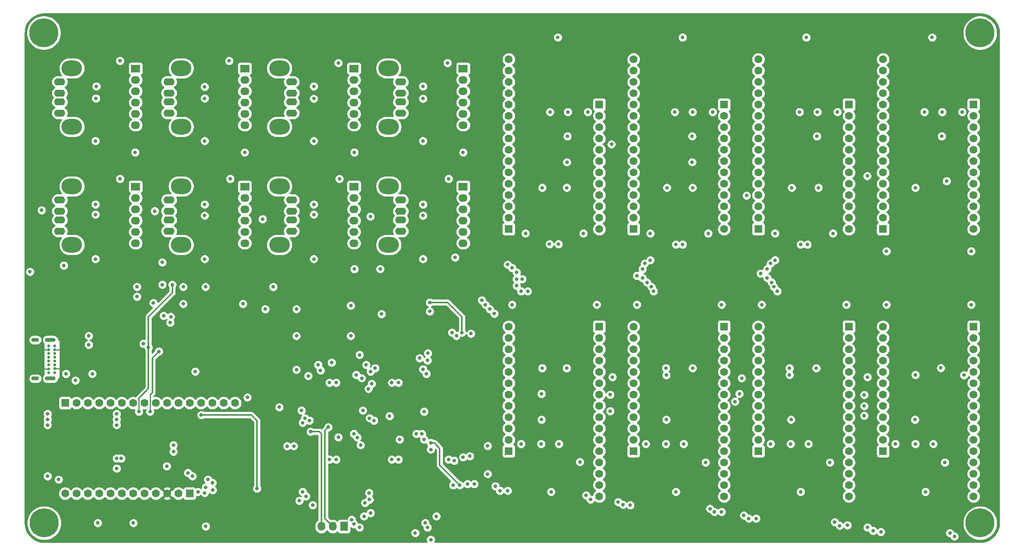
<source format=gbr>
G04 #@! TF.GenerationSoftware,KiCad,Pcbnew,5.1.2*
G04 #@! TF.CreationDate,2020-06-11T23:37:27+09:30*
G04 #@! TF.ProjectId,hardware,68617264-7761-4726-952e-6b696361645f,1.0.0*
G04 #@! TF.SameCoordinates,Original*
G04 #@! TF.FileFunction,Copper,L3,Inr*
G04 #@! TF.FilePolarity,Positive*
%FSLAX46Y46*%
G04 Gerber Fmt 4.6, Leading zero omitted, Abs format (unit mm)*
G04 Created by KiCad (PCBNEW 5.1.2) date 2020-06-11 23:37:27*
%MOMM*%
%LPD*%
G04 APERTURE LIST*
%ADD10C,1.778000*%
%ADD11R,1.778000X1.778000*%
%ADD12O,4.600000X3.500000*%
%ADD13O,2.500000X1.600000*%
%ADD14O,2.032000X1.727200*%
%ADD15R,2.032000X1.727200*%
%ADD16O,1.727200X2.032000*%
%ADD17R,1.727200X2.032000*%
%ADD18C,6.500000*%
%ADD19C,0.650000*%
%ADD20O,2.400000X0.900000*%
%ADD21O,1.700000X0.900000*%
%ADD22C,0.800000*%
%ADD23C,0.350000*%
%ADD24C,0.250000*%
%ADD25C,0.254000*%
G04 APERTURE END LIST*
D10*
X49700000Y-138390000D03*
X52240000Y-138390000D03*
X54780000Y-138390000D03*
X57320000Y-138390000D03*
X59860000Y-138390000D03*
X62400000Y-138390000D03*
X64940000Y-138390000D03*
X67480000Y-138390000D03*
X70020000Y-138390000D03*
X72560000Y-138390000D03*
D11*
X77640000Y-138390000D03*
D10*
X75100000Y-138390000D03*
D11*
X49700000Y-118070000D03*
D10*
X52240000Y-118070000D03*
X54780000Y-118070000D03*
X57320000Y-118070000D03*
X59860000Y-118070000D03*
X62400000Y-118070000D03*
X64940000Y-118070000D03*
X67480000Y-118070000D03*
X70020000Y-118070000D03*
X72560000Y-118070000D03*
X75100000Y-118070000D03*
X77640000Y-118070000D03*
X80180000Y-118070000D03*
X82720000Y-118070000D03*
X85260000Y-118070000D03*
X87800000Y-118070000D03*
X149240000Y-100930000D03*
X149240000Y-103470000D03*
X149240000Y-106010000D03*
X149240000Y-108550000D03*
X149240000Y-111090000D03*
X149240000Y-113630000D03*
X149240000Y-116170000D03*
X149240000Y-118710000D03*
X149240000Y-121250000D03*
X149240000Y-123790000D03*
D11*
X149240000Y-128870000D03*
D10*
X149240000Y-126330000D03*
D11*
X169560000Y-100930000D03*
D10*
X169560000Y-103470000D03*
X169560000Y-106010000D03*
X169560000Y-108550000D03*
X169560000Y-111090000D03*
X169560000Y-113630000D03*
X169560000Y-116170000D03*
X169560000Y-118710000D03*
X169560000Y-121250000D03*
X169560000Y-123790000D03*
X169560000Y-126330000D03*
X169560000Y-128870000D03*
X169560000Y-131410000D03*
X169560000Y-133950000D03*
X169560000Y-136490000D03*
X169560000Y-139030000D03*
X253560000Y-79030000D03*
X253560000Y-76490000D03*
X253560000Y-73950000D03*
X253560000Y-71410000D03*
X253560000Y-68870000D03*
X253560000Y-66330000D03*
X253560000Y-63790000D03*
X253560000Y-61250000D03*
X253560000Y-58710000D03*
X253560000Y-56170000D03*
D11*
X253560000Y-51090000D03*
D10*
X253560000Y-53630000D03*
D11*
X233240000Y-79030000D03*
D10*
X233240000Y-76490000D03*
X233240000Y-73950000D03*
X233240000Y-71410000D03*
X233240000Y-68870000D03*
X233240000Y-66330000D03*
X233240000Y-63790000D03*
X233240000Y-61250000D03*
X233240000Y-58710000D03*
X233240000Y-56170000D03*
X233240000Y-53630000D03*
X233240000Y-51090000D03*
X233240000Y-48550000D03*
X233240000Y-46010000D03*
X233240000Y-43470000D03*
X233240000Y-40930000D03*
X225560000Y-79030000D03*
X225560000Y-76490000D03*
X225560000Y-73950000D03*
X225560000Y-71410000D03*
X225560000Y-68870000D03*
X225560000Y-66330000D03*
X225560000Y-63790000D03*
X225560000Y-61250000D03*
X225560000Y-58710000D03*
X225560000Y-56170000D03*
D11*
X225560000Y-51090000D03*
D10*
X225560000Y-53630000D03*
D11*
X205240000Y-79030000D03*
D10*
X205240000Y-76490000D03*
X205240000Y-73950000D03*
X205240000Y-71410000D03*
X205240000Y-68870000D03*
X205240000Y-66330000D03*
X205240000Y-63790000D03*
X205240000Y-61250000D03*
X205240000Y-58710000D03*
X205240000Y-56170000D03*
X205240000Y-53630000D03*
X205240000Y-51090000D03*
X205240000Y-48550000D03*
X205240000Y-46010000D03*
X205240000Y-43470000D03*
X205240000Y-40930000D03*
X197560000Y-79030000D03*
X197560000Y-76490000D03*
X197560000Y-73950000D03*
X197560000Y-71410000D03*
X197560000Y-68870000D03*
X197560000Y-66330000D03*
X197560000Y-63790000D03*
X197560000Y-61250000D03*
X197560000Y-58710000D03*
X197560000Y-56170000D03*
D11*
X197560000Y-51090000D03*
D10*
X197560000Y-53630000D03*
D11*
X177240000Y-79030000D03*
D10*
X177240000Y-76490000D03*
X177240000Y-73950000D03*
X177240000Y-71410000D03*
X177240000Y-68870000D03*
X177240000Y-66330000D03*
X177240000Y-63790000D03*
X177240000Y-61250000D03*
X177240000Y-58710000D03*
X177240000Y-56170000D03*
X177240000Y-53630000D03*
X177240000Y-51090000D03*
X177240000Y-48550000D03*
X177240000Y-46010000D03*
X177240000Y-43470000D03*
X177240000Y-40930000D03*
X177240000Y-100930000D03*
X177240000Y-103470000D03*
X177240000Y-106010000D03*
X177240000Y-108550000D03*
X177240000Y-111090000D03*
X177240000Y-113630000D03*
X177240000Y-116170000D03*
X177240000Y-118710000D03*
X177240000Y-121250000D03*
X177240000Y-123790000D03*
D11*
X177240000Y-128870000D03*
D10*
X177240000Y-126330000D03*
D11*
X197560000Y-100930000D03*
D10*
X197560000Y-103470000D03*
X197560000Y-106010000D03*
X197560000Y-108550000D03*
X197560000Y-111090000D03*
X197560000Y-113630000D03*
X197560000Y-116170000D03*
X197560000Y-118710000D03*
X197560000Y-121250000D03*
X197560000Y-123790000D03*
X197560000Y-126330000D03*
X197560000Y-128870000D03*
X197560000Y-131410000D03*
X197560000Y-133950000D03*
X197560000Y-136490000D03*
X197560000Y-139030000D03*
X205240000Y-100930000D03*
X205240000Y-103470000D03*
X205240000Y-106010000D03*
X205240000Y-108550000D03*
X205240000Y-111090000D03*
X205240000Y-113630000D03*
X205240000Y-116170000D03*
X205240000Y-118710000D03*
X205240000Y-121250000D03*
X205240000Y-123790000D03*
D11*
X205240000Y-128870000D03*
D10*
X205240000Y-126330000D03*
D11*
X225560000Y-100930000D03*
D10*
X225560000Y-103470000D03*
X225560000Y-106010000D03*
X225560000Y-108550000D03*
X225560000Y-111090000D03*
X225560000Y-113630000D03*
X225560000Y-116170000D03*
X225560000Y-118710000D03*
X225560000Y-121250000D03*
X225560000Y-123790000D03*
X225560000Y-126330000D03*
X225560000Y-128870000D03*
X225560000Y-131410000D03*
X225560000Y-133950000D03*
X225560000Y-136490000D03*
X225560000Y-139030000D03*
X233240000Y-100930000D03*
X233240000Y-103470000D03*
X233240000Y-106010000D03*
X233240000Y-108550000D03*
X233240000Y-111090000D03*
X233240000Y-113630000D03*
X233240000Y-116170000D03*
X233240000Y-118710000D03*
X233240000Y-121250000D03*
X233240000Y-123790000D03*
D11*
X233240000Y-128870000D03*
D10*
X233240000Y-126330000D03*
D11*
X253560000Y-100930000D03*
D10*
X253560000Y-103470000D03*
X253560000Y-106010000D03*
X253560000Y-108550000D03*
X253560000Y-111090000D03*
X253560000Y-113630000D03*
X253560000Y-116170000D03*
X253560000Y-118710000D03*
X253560000Y-121250000D03*
X253560000Y-123790000D03*
X253560000Y-126330000D03*
X253560000Y-128870000D03*
X253560000Y-131410000D03*
X253560000Y-133950000D03*
X253560000Y-136490000D03*
X253560000Y-139030000D03*
X169560000Y-79030000D03*
X169560000Y-76490000D03*
X169560000Y-73950000D03*
X169560000Y-71410000D03*
X169560000Y-68870000D03*
X169560000Y-66330000D03*
X169560000Y-63790000D03*
X169560000Y-61250000D03*
X169560000Y-58710000D03*
X169560000Y-56170000D03*
D11*
X169560000Y-51090000D03*
D10*
X169560000Y-53630000D03*
D11*
X149240000Y-79030000D03*
D10*
X149240000Y-76490000D03*
X149240000Y-73950000D03*
X149240000Y-71410000D03*
X149240000Y-68870000D03*
X149240000Y-66330000D03*
X149240000Y-63790000D03*
X149240000Y-61250000D03*
X149240000Y-58710000D03*
X149240000Y-56170000D03*
X149240000Y-53630000D03*
X149240000Y-51090000D03*
X149240000Y-48550000D03*
X149240000Y-46010000D03*
X149240000Y-43470000D03*
X149240000Y-40930000D03*
D12*
X122290000Y-82570000D03*
D13*
X125000000Y-79500000D03*
X125000000Y-77000000D03*
X125000000Y-75000000D03*
X125000000Y-72500000D03*
D12*
X122290000Y-69430000D03*
X97790000Y-56070000D03*
D13*
X100500000Y-53000000D03*
X100500000Y-50500000D03*
X100500000Y-48500000D03*
X100500000Y-46000000D03*
D12*
X97790000Y-42930000D03*
X122290000Y-56070000D03*
D13*
X125000000Y-53000000D03*
X125000000Y-50500000D03*
X125000000Y-48500000D03*
X125000000Y-46000000D03*
D12*
X122290000Y-42930000D03*
X97790000Y-82570000D03*
D13*
X100500000Y-79500000D03*
X100500000Y-77000000D03*
X100500000Y-75000000D03*
X100500000Y-72500000D03*
D12*
X97790000Y-69430000D03*
D14*
X114500000Y-55700000D03*
X114500000Y-53160000D03*
X114500000Y-50620000D03*
X114500000Y-48080000D03*
X114500000Y-45540000D03*
D15*
X114500000Y-43000000D03*
D14*
X139000000Y-55700000D03*
X139000000Y-53160000D03*
X139000000Y-50620000D03*
X139000000Y-48080000D03*
X139000000Y-45540000D03*
D15*
X139000000Y-43000000D03*
D14*
X139000000Y-82200000D03*
X139000000Y-79660000D03*
X139000000Y-77120000D03*
X139000000Y-74580000D03*
X139000000Y-72040000D03*
D15*
X139000000Y-69500000D03*
D14*
X114500000Y-82200000D03*
X114500000Y-79660000D03*
X114500000Y-77120000D03*
X114500000Y-74580000D03*
X114500000Y-72040000D03*
D15*
X114500000Y-69500000D03*
D12*
X51210000Y-42930000D03*
D13*
X48500000Y-46000000D03*
X48500000Y-48500000D03*
X48500000Y-50500000D03*
X48500000Y-53000000D03*
D12*
X51210000Y-56070000D03*
X75710000Y-42930000D03*
D13*
X73000000Y-46000000D03*
X73000000Y-48500000D03*
X73000000Y-50500000D03*
X73000000Y-53000000D03*
D12*
X75710000Y-56070000D03*
X51210000Y-69430000D03*
D13*
X48500000Y-72500000D03*
X48500000Y-75000000D03*
X48500000Y-77000000D03*
X48500000Y-79500000D03*
D12*
X51210000Y-82570000D03*
X75710000Y-69430000D03*
D13*
X73000000Y-72500000D03*
X73000000Y-75000000D03*
X73000000Y-77000000D03*
X73000000Y-79500000D03*
D12*
X75710000Y-82570000D03*
D16*
X107210000Y-145750000D03*
X109750000Y-145750000D03*
D17*
X112290000Y-145750000D03*
D14*
X65500000Y-55700000D03*
X65500000Y-53160000D03*
X65500000Y-50620000D03*
X65500000Y-48080000D03*
X65500000Y-45540000D03*
D15*
X65500000Y-43000000D03*
D14*
X90000000Y-55700000D03*
X90000000Y-53160000D03*
X90000000Y-50620000D03*
X90000000Y-48080000D03*
X90000000Y-45540000D03*
D15*
X90000000Y-43000000D03*
D14*
X65500000Y-82200000D03*
X65500000Y-79660000D03*
X65500000Y-77120000D03*
X65500000Y-74580000D03*
X65500000Y-72040000D03*
D15*
X65500000Y-69500000D03*
D14*
X90000000Y-82200000D03*
X90000000Y-79660000D03*
X90000000Y-77120000D03*
X90000000Y-74580000D03*
X90000000Y-72040000D03*
D15*
X90000000Y-69500000D03*
D18*
X45000000Y-145000000D03*
X44900000Y-34980000D03*
X255000000Y-145000000D03*
X255000000Y-35000000D03*
D19*
X47350000Y-106975000D03*
X47350000Y-105275000D03*
X47350000Y-106125000D03*
X47350000Y-107825000D03*
X47350000Y-108675000D03*
X47350000Y-109525000D03*
X47350000Y-110375000D03*
X47350000Y-111225000D03*
X46025000Y-105275000D03*
X46025000Y-106130000D03*
X46025000Y-106980000D03*
X46025000Y-107830000D03*
X46025000Y-108680000D03*
X46025000Y-109530000D03*
X46025000Y-110380000D03*
X46025000Y-111230000D03*
D20*
X46370000Y-103925000D03*
X46370000Y-112575000D03*
D21*
X42990000Y-103925000D03*
X42990000Y-112575000D03*
D22*
X172000000Y-119900000D03*
X178000000Y-96000000D03*
X197000000Y-96000000D03*
X206000000Y-96000000D03*
X225000000Y-96000000D03*
X234000000Y-96000000D03*
X253000000Y-96000000D03*
X253000000Y-84000000D03*
X234000000Y-84000000D03*
X181000000Y-80000000D03*
X194000000Y-80000000D03*
X209000000Y-80000000D03*
X222000000Y-80000000D03*
X246200000Y-110200000D03*
X218250000Y-110250000D03*
X190500000Y-110250000D03*
X212750000Y-69750000D03*
X184750000Y-69750000D03*
X156750000Y-69750000D03*
X240500000Y-69750000D03*
X128500000Y-125000000D03*
X129737340Y-124987340D03*
X119000000Y-122000000D03*
X114500000Y-125000000D03*
X115250000Y-125800000D03*
X86500000Y-41250000D03*
X62000000Y-41250000D03*
X86750000Y-67750000D03*
X62000000Y-67750000D03*
X81000000Y-76000000D03*
X56500000Y-75750000D03*
X52000000Y-113000000D03*
X56600000Y-49700000D03*
X81000000Y-49700000D03*
X55000000Y-105000000D03*
X105500000Y-49750000D03*
X105500000Y-75750000D03*
X111250000Y-67750000D03*
X111000000Y-41750000D03*
X130000000Y-76000000D03*
X130000000Y-49750000D03*
X135750000Y-67750000D03*
X135500000Y-41750000D03*
X214750000Y-82500000D03*
X186750000Y-82500000D03*
X160250000Y-36000000D03*
X188250000Y-36000000D03*
X216000000Y-36000000D03*
X244250000Y-36000000D03*
X251000000Y-52750000D03*
X246500000Y-52750000D03*
X242500000Y-52750000D03*
X223000000Y-52750000D03*
X218500000Y-52750000D03*
X214500000Y-52750000D03*
X195000000Y-52750000D03*
X190500000Y-52750000D03*
X186500000Y-52750000D03*
X167000000Y-52750000D03*
X162500000Y-52750000D03*
X158500000Y-52750000D03*
X160500000Y-127250000D03*
X156500000Y-127250000D03*
X152000000Y-127250000D03*
X180000000Y-127250000D03*
X184500000Y-127250000D03*
X188500000Y-127250000D03*
X208000000Y-127250000D03*
X212500000Y-127250000D03*
X216500000Y-127250000D03*
X236000000Y-127250000D03*
X240500000Y-127250000D03*
X244500000Y-127250000D03*
X162400000Y-58200000D03*
X246400000Y-58200000D03*
X240400000Y-121800000D03*
X212600000Y-121800000D03*
X184600000Y-121800000D03*
X156600000Y-121800000D03*
X158400000Y-82400000D03*
X123000000Y-113500008D03*
X109000000Y-113500000D03*
X218400000Y-58200000D03*
X190400000Y-58200000D03*
X131500000Y-97500000D03*
X71500001Y-91499999D03*
X153500000Y-93000000D03*
X162250000Y-110250000D03*
X131750000Y-128500000D03*
X209500000Y-93000012D03*
X179250000Y-90000000D03*
X181750000Y-93000000D03*
X136500000Y-102250000D03*
X137500000Y-103000000D03*
X140750000Y-102500000D03*
X151000000Y-88750000D03*
X74000000Y-129000000D03*
X130000000Y-85750000D03*
X105500000Y-85750000D03*
X81000000Y-85750000D03*
X56500000Y-85750000D03*
X56500000Y-59250000D03*
X81000000Y-59250000D03*
X105500000Y-59250000D03*
X130000000Y-59250000D03*
X158750000Y-138000000D03*
X186750000Y-138000000D03*
X214750000Y-138000000D03*
X242750000Y-138000000D03*
X136750000Y-136500000D03*
X141500000Y-136250000D03*
X140000000Y-136250000D03*
X79500000Y-138000000D03*
X81000000Y-138249990D03*
X81250000Y-137000000D03*
X45750000Y-134500000D03*
X178000006Y-89500000D03*
X205750000Y-89000000D03*
X103500003Y-121500003D03*
X104500002Y-122000002D03*
X117999999Y-121475010D03*
X97750000Y-119000000D03*
X103000000Y-122500000D03*
X101000000Y-127750000D03*
X110500000Y-130750000D03*
X124500000Y-130750000D03*
X73280000Y-100000000D03*
X81250000Y-145750000D03*
X72500000Y-132250000D03*
X61250000Y-132750000D03*
X61250000Y-121750000D03*
X61250000Y-123000000D03*
X61250000Y-120500000D03*
X45750000Y-121750000D03*
X45750000Y-123000000D03*
X45750000Y-120500000D03*
X73400000Y-98700000D03*
X71800000Y-98500000D03*
X65000000Y-145000000D03*
X57000000Y-145000000D03*
X128250000Y-147250000D03*
X149000000Y-137750000D03*
X176500000Y-141000000D03*
X197000000Y-142500000D03*
X204750000Y-144000000D03*
X225250000Y-145500000D03*
X232750000Y-147000000D03*
X184500000Y-110250000D03*
X212250000Y-110250000D03*
X156750000Y-110250000D03*
X162250000Y-69750000D03*
X190500000Y-69750000D03*
X218750000Y-69750000D03*
X247500000Y-68250000D03*
X67250000Y-104750000D03*
X118200000Y-76200000D03*
X94000000Y-76800000D03*
X69800000Y-75000000D03*
X44400000Y-74800000D03*
X65800000Y-92000000D03*
X65800000Y-94200000D03*
X49400000Y-87200000D03*
X41800000Y-88600000D03*
X55000000Y-103000000D03*
X76200000Y-95800000D03*
X89600000Y-95800000D03*
X81200000Y-92000000D03*
X76200000Y-92000000D03*
X94600000Y-97000000D03*
X96400000Y-92000000D03*
X101600000Y-97000000D03*
X113800000Y-96200000D03*
X113800000Y-103000000D03*
X101600000Y-103000000D03*
X101600000Y-110600000D03*
X90600000Y-116800000D03*
X65400000Y-61800000D03*
X90000000Y-61800000D03*
X114600000Y-61800000D03*
X139000000Y-61800000D03*
X137200000Y-85400000D03*
X114600000Y-88000000D03*
X82800000Y-137600000D03*
X71500000Y-86500000D03*
X78900000Y-111000000D03*
X120400000Y-88000000D03*
X120700000Y-98100000D03*
X131100000Y-106900000D03*
X169000000Y-96000000D03*
X150000000Y-96000000D03*
X153000000Y-80000000D03*
X166000000Y-80000000D03*
X165200000Y-131300000D03*
X193400000Y-131400000D03*
X221300000Y-131400000D03*
X247100000Y-131400000D03*
X130000000Y-47000000D03*
X105500000Y-47000000D03*
X81000000Y-47100000D03*
X56700000Y-47000000D03*
X56500000Y-73500000D03*
X81000000Y-73500000D03*
X105500000Y-73500000D03*
X130000000Y-73500000D03*
X144500000Y-134000000D03*
X144500000Y-127700000D03*
X55800000Y-111500000D03*
X49900000Y-111500000D03*
X251400000Y-111800000D03*
X229000000Y-120900000D03*
X229700000Y-67100000D03*
X202600000Y-71500000D03*
X172300000Y-60000000D03*
X69500000Y-95600000D03*
X156600000Y-116000000D03*
X162300000Y-64000000D03*
X190400000Y-64000000D03*
X216250000Y-82500000D03*
X188250000Y-82500000D03*
X160400000Y-82400000D03*
X124500000Y-113500000D03*
X110500000Y-113500000D03*
X131500000Y-95500000D03*
X73750000Y-91500000D03*
X207250000Y-90000000D03*
X207250000Y-88000000D03*
X131750000Y-126999974D03*
X179250000Y-88000000D03*
X138750000Y-102250000D03*
X152249998Y-90250000D03*
X151000000Y-90250000D03*
X74000000Y-127500000D03*
X138250000Y-136500000D03*
X99500000Y-127750000D03*
X109000000Y-130750000D03*
X123000000Y-130750000D03*
X61250000Y-130500000D03*
X68400000Y-105600014D03*
X48250000Y-135250000D03*
X66250000Y-120000000D03*
X62250000Y-130500000D03*
X246200000Y-111800000D03*
X218250000Y-111750000D03*
X190500000Y-111750000D03*
X212750000Y-68250000D03*
X184750000Y-68250000D03*
X156750000Y-68250000D03*
X240500000Y-68250000D03*
X86500000Y-42750000D03*
X62000000Y-42750000D03*
X86750000Y-69250000D03*
X62000000Y-69250000D03*
X54000000Y-113000000D03*
X135750000Y-69250000D03*
X111250000Y-69250000D03*
X111000000Y-43250000D03*
X135500000Y-43250000D03*
X162199988Y-111750000D03*
X61250000Y-126750000D03*
X61250000Y-125500000D03*
X61250000Y-128000000D03*
X130750000Y-111500000D03*
X116250000Y-112500000D03*
X130000000Y-110499982D03*
X115000000Y-111750000D03*
X129250000Y-108000000D03*
X115750000Y-107250000D03*
X131000000Y-108500000D03*
X117250000Y-109500000D03*
X119250000Y-110250000D03*
X109500000Y-109000000D03*
X118250003Y-111000003D03*
X106475010Y-109500000D03*
X118500000Y-113750000D03*
X106999990Y-110750000D03*
X117750000Y-114881370D03*
X104250000Y-112000000D03*
X149000004Y-87000000D03*
X143184329Y-95000000D03*
X135750000Y-130750000D03*
X77250000Y-133750000D03*
X208999988Y-86000000D03*
X181000012Y-86000000D03*
X149999994Y-87750000D03*
X144000000Y-96000000D03*
X137000000Y-131000000D03*
X78250000Y-134500000D03*
X208000000Y-86750000D03*
X179750000Y-86749998D03*
X208250000Y-91000000D03*
X180250000Y-91000000D03*
X151000000Y-91750000D03*
X145000000Y-97000000D03*
X139000000Y-130250000D03*
X81750000Y-135250000D03*
X181250000Y-92000000D03*
X208750004Y-92000000D03*
X152000000Y-93000000D03*
X146000000Y-97999998D03*
X140500000Y-130000000D03*
X82750000Y-136000000D03*
X68750000Y-120000000D03*
X70750000Y-106500000D03*
X184600000Y-111800000D03*
X172500000Y-112250000D03*
X172000000Y-116200004D03*
X201500000Y-112500000D03*
X212250000Y-111750000D03*
X201000000Y-116000000D03*
X200000000Y-117750000D03*
X240500000Y-111750000D03*
X229750000Y-112250000D03*
X229000000Y-116250000D03*
X229000000Y-118750000D03*
X130250000Y-120000000D03*
X116500000Y-119750000D03*
X102750000Y-119750000D03*
X116000000Y-127500000D03*
X130250000Y-126250000D03*
X131000000Y-146000000D03*
X229750000Y-146000000D03*
X133000000Y-143500000D03*
X202000000Y-143300000D03*
X117000000Y-140500000D03*
X173800000Y-140300000D03*
X117900000Y-138250000D03*
X147250000Y-137750000D03*
X131750000Y-148750000D03*
X249250000Y-148000000D03*
X118000000Y-139750000D03*
X167600000Y-139700000D03*
X118249990Y-142750000D03*
X195400000Y-142500000D03*
X130500000Y-145000000D03*
X223500000Y-145600000D03*
X114500000Y-145250000D03*
X231000000Y-146750000D03*
X116750000Y-143500000D03*
X203100000Y-144000000D03*
X102250000Y-140000000D03*
X174900000Y-140900000D03*
X146250000Y-136750000D03*
X103000000Y-138000000D03*
X115750000Y-145999996D03*
X248250000Y-147250000D03*
X103750000Y-139000000D03*
X166600002Y-138800000D03*
X105250000Y-141000000D03*
X194400000Y-141800000D03*
X114000000Y-144250000D03*
X222400000Y-144800000D03*
X92750000Y-137250000D03*
X80250004Y-120750000D03*
X124750008Y-126250000D03*
X122500000Y-121000000D03*
X104750000Y-124500000D03*
X108750000Y-123500000D03*
X111000000Y-125750000D03*
D23*
X131500000Y-95500000D02*
X135500000Y-95500000D01*
X138750000Y-98750000D02*
X138750000Y-102250000D01*
X135500000Y-95500000D02*
X138750000Y-98750000D01*
X132499974Y-126999974D02*
X131750000Y-126999974D01*
X133750000Y-128250000D02*
X132499974Y-126999974D01*
X138250000Y-136500000D02*
X133750000Y-132000000D01*
X133750000Y-132000000D02*
X133750000Y-128250000D01*
X68400000Y-105600014D02*
X68400000Y-114850000D01*
X68400000Y-114850000D02*
X66154001Y-117095999D01*
D24*
X66154001Y-117095999D02*
X66250000Y-117191998D01*
X66250000Y-119434315D02*
X66250000Y-120000000D01*
X66250000Y-117191998D02*
X66250000Y-119434315D01*
D23*
X73750000Y-93350000D02*
X73750000Y-91500000D01*
X68400000Y-105600014D02*
X68400000Y-98700000D01*
X68400000Y-98700000D02*
X73750000Y-93350000D01*
D24*
X47350000Y-110375000D02*
X48575000Y-110375000D01*
X46025000Y-110380000D02*
X45020000Y-110380000D01*
X46025000Y-106130000D02*
X44870000Y-106130000D01*
X47350000Y-106125000D02*
X48475000Y-106125000D01*
D23*
X69250000Y-115750000D02*
X69250000Y-108000000D01*
D24*
X68750000Y-120000000D02*
X68750000Y-116250000D01*
D23*
X68750000Y-116250000D02*
X69250000Y-115750000D01*
X69250000Y-108000000D02*
X70750000Y-106500000D01*
X92750000Y-122000000D02*
X92750000Y-137250000D01*
X80250004Y-120750000D02*
X91500000Y-120750000D01*
X91500000Y-120750000D02*
X92750000Y-122000000D01*
X107210000Y-124960000D02*
X107210000Y-145750000D01*
X104750000Y-124500000D02*
X106750000Y-124500000D01*
X106750000Y-124500000D02*
X107210000Y-124960000D01*
X108000000Y-144000000D02*
X109750000Y-145750000D01*
X108750000Y-123500000D02*
X108000000Y-124250000D01*
X108000000Y-124250000D02*
X108000000Y-144000000D01*
D25*
G36*
X255763637Y-30755875D02*
G01*
X256503140Y-30958180D01*
X257195128Y-31288242D01*
X257817733Y-31735629D01*
X258351268Y-32286195D01*
X258778876Y-32922544D01*
X259087041Y-33624561D01*
X259267283Y-34375320D01*
X259315001Y-35025125D01*
X259315000Y-144969495D01*
X259244125Y-145763637D01*
X259041820Y-146503140D01*
X258711758Y-147195128D01*
X258264371Y-147817733D01*
X257713808Y-148351266D01*
X257077456Y-148778876D01*
X256375437Y-149087042D01*
X255624681Y-149267282D01*
X254974888Y-149315000D01*
X132617263Y-149315000D01*
X132667205Y-149240256D01*
X132745226Y-149051898D01*
X132785000Y-148851939D01*
X132785000Y-148648061D01*
X132745226Y-148448102D01*
X132667205Y-148259744D01*
X132553937Y-148090226D01*
X132409774Y-147946063D01*
X132240256Y-147832795D01*
X132051898Y-147754774D01*
X131851939Y-147715000D01*
X131648061Y-147715000D01*
X131448102Y-147754774D01*
X131259744Y-147832795D01*
X131090226Y-147946063D01*
X130946063Y-148090226D01*
X130832795Y-148259744D01*
X130754774Y-148448102D01*
X130715000Y-148648061D01*
X130715000Y-148851939D01*
X130754774Y-149051898D01*
X130832795Y-149240256D01*
X130882737Y-149315000D01*
X45030505Y-149315000D01*
X44236363Y-149244125D01*
X43496860Y-149041820D01*
X42804872Y-148711758D01*
X42182267Y-148264371D01*
X41648734Y-147713808D01*
X41221124Y-147077456D01*
X40912958Y-146375437D01*
X40732718Y-145624681D01*
X40685000Y-144974888D01*
X40685000Y-144617361D01*
X41115000Y-144617361D01*
X41115000Y-145382639D01*
X41264298Y-146133213D01*
X41557158Y-146840238D01*
X41982323Y-147476543D01*
X42523457Y-148017677D01*
X43159762Y-148442842D01*
X43866787Y-148735702D01*
X44617361Y-148885000D01*
X45382639Y-148885000D01*
X46133213Y-148735702D01*
X46840238Y-148442842D01*
X47476543Y-148017677D01*
X48017677Y-147476543D01*
X48442842Y-146840238D01*
X48735702Y-146133213D01*
X48885000Y-145382639D01*
X48885000Y-144898061D01*
X55965000Y-144898061D01*
X55965000Y-145101939D01*
X56004774Y-145301898D01*
X56082795Y-145490256D01*
X56196063Y-145659774D01*
X56340226Y-145803937D01*
X56509744Y-145917205D01*
X56698102Y-145995226D01*
X56898061Y-146035000D01*
X57101939Y-146035000D01*
X57301898Y-145995226D01*
X57490256Y-145917205D01*
X57659774Y-145803937D01*
X57803937Y-145659774D01*
X57917205Y-145490256D01*
X57995226Y-145301898D01*
X58035000Y-145101939D01*
X58035000Y-144898061D01*
X63965000Y-144898061D01*
X63965000Y-145101939D01*
X64004774Y-145301898D01*
X64082795Y-145490256D01*
X64196063Y-145659774D01*
X64340226Y-145803937D01*
X64509744Y-145917205D01*
X64698102Y-145995226D01*
X64898061Y-146035000D01*
X65101939Y-146035000D01*
X65301898Y-145995226D01*
X65490256Y-145917205D01*
X65659774Y-145803937D01*
X65803937Y-145659774D01*
X65811763Y-145648061D01*
X80215000Y-145648061D01*
X80215000Y-145851939D01*
X80254774Y-146051898D01*
X80332795Y-146240256D01*
X80446063Y-146409774D01*
X80590226Y-146553937D01*
X80759744Y-146667205D01*
X80948102Y-146745226D01*
X81148061Y-146785000D01*
X81351939Y-146785000D01*
X81551898Y-146745226D01*
X81740256Y-146667205D01*
X81909774Y-146553937D01*
X82053937Y-146409774D01*
X82167205Y-146240256D01*
X82245226Y-146051898D01*
X82285000Y-145851939D01*
X82285000Y-145648061D01*
X82245226Y-145448102D01*
X82167205Y-145259744D01*
X82053937Y-145090226D01*
X81909774Y-144946063D01*
X81740256Y-144832795D01*
X81551898Y-144754774D01*
X81351939Y-144715000D01*
X81148061Y-144715000D01*
X80948102Y-144754774D01*
X80759744Y-144832795D01*
X80590226Y-144946063D01*
X80446063Y-145090226D01*
X80332795Y-145259744D01*
X80254774Y-145448102D01*
X80215000Y-145648061D01*
X65811763Y-145648061D01*
X65917205Y-145490256D01*
X65995226Y-145301898D01*
X66035000Y-145101939D01*
X66035000Y-144898061D01*
X65995226Y-144698102D01*
X65917205Y-144509744D01*
X65803937Y-144340226D01*
X65659774Y-144196063D01*
X65490256Y-144082795D01*
X65301898Y-144004774D01*
X65101939Y-143965000D01*
X64898061Y-143965000D01*
X64698102Y-144004774D01*
X64509744Y-144082795D01*
X64340226Y-144196063D01*
X64196063Y-144340226D01*
X64082795Y-144509744D01*
X64004774Y-144698102D01*
X63965000Y-144898061D01*
X58035000Y-144898061D01*
X57995226Y-144698102D01*
X57917205Y-144509744D01*
X57803937Y-144340226D01*
X57659774Y-144196063D01*
X57490256Y-144082795D01*
X57301898Y-144004774D01*
X57101939Y-143965000D01*
X56898061Y-143965000D01*
X56698102Y-144004774D01*
X56509744Y-144082795D01*
X56340226Y-144196063D01*
X56196063Y-144340226D01*
X56082795Y-144509744D01*
X56004774Y-144698102D01*
X55965000Y-144898061D01*
X48885000Y-144898061D01*
X48885000Y-144617361D01*
X48735702Y-143866787D01*
X48442842Y-143159762D01*
X48017677Y-142523457D01*
X47476543Y-141982323D01*
X46840238Y-141557158D01*
X46133213Y-141264298D01*
X45382639Y-141115000D01*
X44617361Y-141115000D01*
X43866787Y-141264298D01*
X43159762Y-141557158D01*
X42523457Y-141982323D01*
X41982323Y-142523457D01*
X41557158Y-143159762D01*
X41264298Y-143866787D01*
X41115000Y-144617361D01*
X40685000Y-144617361D01*
X40685000Y-138239899D01*
X48176000Y-138239899D01*
X48176000Y-138540101D01*
X48234566Y-138834534D01*
X48349449Y-139111885D01*
X48516232Y-139361493D01*
X48728507Y-139573768D01*
X48978115Y-139740551D01*
X49255466Y-139855434D01*
X49549899Y-139914000D01*
X49850101Y-139914000D01*
X50144534Y-139855434D01*
X50421885Y-139740551D01*
X50671493Y-139573768D01*
X50883768Y-139361493D01*
X50970000Y-139232438D01*
X51056232Y-139361493D01*
X51268507Y-139573768D01*
X51518115Y-139740551D01*
X51795466Y-139855434D01*
X52089899Y-139914000D01*
X52390101Y-139914000D01*
X52684534Y-139855434D01*
X52961885Y-139740551D01*
X53211493Y-139573768D01*
X53423768Y-139361493D01*
X53510000Y-139232438D01*
X53596232Y-139361493D01*
X53808507Y-139573768D01*
X54058115Y-139740551D01*
X54335466Y-139855434D01*
X54629899Y-139914000D01*
X54930101Y-139914000D01*
X55224534Y-139855434D01*
X55501885Y-139740551D01*
X55751493Y-139573768D01*
X55963768Y-139361493D01*
X56050000Y-139232438D01*
X56136232Y-139361493D01*
X56348507Y-139573768D01*
X56598115Y-139740551D01*
X56875466Y-139855434D01*
X57169899Y-139914000D01*
X57470101Y-139914000D01*
X57764534Y-139855434D01*
X58041885Y-139740551D01*
X58291493Y-139573768D01*
X58503768Y-139361493D01*
X58590000Y-139232438D01*
X58676232Y-139361493D01*
X58888507Y-139573768D01*
X59138115Y-139740551D01*
X59415466Y-139855434D01*
X59709899Y-139914000D01*
X60010101Y-139914000D01*
X60304534Y-139855434D01*
X60581885Y-139740551D01*
X60831493Y-139573768D01*
X61043768Y-139361493D01*
X61130000Y-139232438D01*
X61216232Y-139361493D01*
X61428507Y-139573768D01*
X61678115Y-139740551D01*
X61955466Y-139855434D01*
X62249899Y-139914000D01*
X62550101Y-139914000D01*
X62844534Y-139855434D01*
X63121885Y-139740551D01*
X63371493Y-139573768D01*
X63583768Y-139361493D01*
X63670000Y-139232438D01*
X63756232Y-139361493D01*
X63968507Y-139573768D01*
X64218115Y-139740551D01*
X64495466Y-139855434D01*
X64789899Y-139914000D01*
X65090101Y-139914000D01*
X65384534Y-139855434D01*
X65661885Y-139740551D01*
X65911493Y-139573768D01*
X66123768Y-139361493D01*
X66210000Y-139232438D01*
X66296232Y-139361493D01*
X66508507Y-139573768D01*
X66758115Y-139740551D01*
X67035466Y-139855434D01*
X67329899Y-139914000D01*
X67630101Y-139914000D01*
X67924534Y-139855434D01*
X68201885Y-139740551D01*
X68451493Y-139573768D01*
X68663768Y-139361493D01*
X68750000Y-139232438D01*
X68836232Y-139361493D01*
X69048507Y-139573768D01*
X69298115Y-139740551D01*
X69575466Y-139855434D01*
X69869899Y-139914000D01*
X70170101Y-139914000D01*
X70464534Y-139855434D01*
X70741885Y-139740551D01*
X70991493Y-139573768D01*
X71119030Y-139446231D01*
X71683374Y-139446231D01*
X71765727Y-139699289D01*
X72036418Y-139829086D01*
X72327230Y-139903580D01*
X72626988Y-139919908D01*
X72924171Y-139877443D01*
X73207359Y-139777816D01*
X73354273Y-139699289D01*
X73436626Y-139446231D01*
X72560000Y-138569605D01*
X71683374Y-139446231D01*
X71119030Y-139446231D01*
X71203768Y-139361493D01*
X71309417Y-139203378D01*
X71503769Y-139266626D01*
X72380395Y-138390000D01*
X72739605Y-138390000D01*
X73616231Y-139266626D01*
X73810583Y-139203378D01*
X73916232Y-139361493D01*
X74128507Y-139573768D01*
X74378115Y-139740551D01*
X74655466Y-139855434D01*
X74949899Y-139914000D01*
X75250101Y-139914000D01*
X75544534Y-139855434D01*
X75821885Y-139740551D01*
X76071493Y-139573768D01*
X76152324Y-139492937D01*
X76161498Y-139523180D01*
X76220463Y-139633494D01*
X76299815Y-139730185D01*
X76396506Y-139809537D01*
X76506820Y-139868502D01*
X76626518Y-139904812D01*
X76751000Y-139917072D01*
X78529000Y-139917072D01*
X78653482Y-139904812D01*
X78675737Y-139898061D01*
X101215000Y-139898061D01*
X101215000Y-140101939D01*
X101254774Y-140301898D01*
X101332795Y-140490256D01*
X101446063Y-140659774D01*
X101590226Y-140803937D01*
X101759744Y-140917205D01*
X101948102Y-140995226D01*
X102148061Y-141035000D01*
X102351939Y-141035000D01*
X102551898Y-140995226D01*
X102740256Y-140917205D01*
X102768907Y-140898061D01*
X104215000Y-140898061D01*
X104215000Y-141101939D01*
X104254774Y-141301898D01*
X104332795Y-141490256D01*
X104446063Y-141659774D01*
X104590226Y-141803937D01*
X104759744Y-141917205D01*
X104948102Y-141995226D01*
X105148061Y-142035000D01*
X105351939Y-142035000D01*
X105551898Y-141995226D01*
X105740256Y-141917205D01*
X105909774Y-141803937D01*
X106053937Y-141659774D01*
X106167205Y-141490256D01*
X106245226Y-141301898D01*
X106285000Y-141101939D01*
X106285000Y-140898061D01*
X106245226Y-140698102D01*
X106167205Y-140509744D01*
X106053937Y-140340226D01*
X105909774Y-140196063D01*
X105740256Y-140082795D01*
X105551898Y-140004774D01*
X105351939Y-139965000D01*
X105148061Y-139965000D01*
X104948102Y-140004774D01*
X104759744Y-140082795D01*
X104590226Y-140196063D01*
X104446063Y-140340226D01*
X104332795Y-140509744D01*
X104254774Y-140698102D01*
X104215000Y-140898061D01*
X102768907Y-140898061D01*
X102909774Y-140803937D01*
X103053937Y-140659774D01*
X103167205Y-140490256D01*
X103245226Y-140301898D01*
X103285000Y-140101939D01*
X103285000Y-139927666D01*
X103448102Y-139995226D01*
X103648061Y-140035000D01*
X103851939Y-140035000D01*
X104051898Y-139995226D01*
X104240256Y-139917205D01*
X104409774Y-139803937D01*
X104553937Y-139659774D01*
X104667205Y-139490256D01*
X104745226Y-139301898D01*
X104785000Y-139101939D01*
X104785000Y-138898061D01*
X104745226Y-138698102D01*
X104667205Y-138509744D01*
X104553937Y-138340226D01*
X104409774Y-138196063D01*
X104240256Y-138082795D01*
X104051898Y-138004774D01*
X104035000Y-138001413D01*
X104035000Y-137898061D01*
X103995226Y-137698102D01*
X103917205Y-137509744D01*
X103803937Y-137340226D01*
X103659774Y-137196063D01*
X103490256Y-137082795D01*
X103301898Y-137004774D01*
X103101939Y-136965000D01*
X102898061Y-136965000D01*
X102698102Y-137004774D01*
X102509744Y-137082795D01*
X102340226Y-137196063D01*
X102196063Y-137340226D01*
X102082795Y-137509744D01*
X102004774Y-137698102D01*
X101965000Y-137898061D01*
X101965000Y-138101939D01*
X102004774Y-138301898D01*
X102082795Y-138490256D01*
X102196063Y-138659774D01*
X102340226Y-138803937D01*
X102509744Y-138917205D01*
X102698102Y-138995226D01*
X102715000Y-138998587D01*
X102715000Y-139072334D01*
X102551898Y-139004774D01*
X102351939Y-138965000D01*
X102148061Y-138965000D01*
X101948102Y-139004774D01*
X101759744Y-139082795D01*
X101590226Y-139196063D01*
X101446063Y-139340226D01*
X101332795Y-139509744D01*
X101254774Y-139698102D01*
X101215000Y-139898061D01*
X78675737Y-139898061D01*
X78773180Y-139868502D01*
X78883494Y-139809537D01*
X78980185Y-139730185D01*
X79059537Y-139633494D01*
X79118502Y-139523180D01*
X79154812Y-139403482D01*
X79167072Y-139279000D01*
X79167072Y-138982373D01*
X79198102Y-138995226D01*
X79398061Y-139035000D01*
X79601939Y-139035000D01*
X79801898Y-138995226D01*
X79990256Y-138917205D01*
X80135976Y-138819838D01*
X80196063Y-138909764D01*
X80340226Y-139053927D01*
X80509744Y-139167195D01*
X80698102Y-139245216D01*
X80898061Y-139284990D01*
X81101939Y-139284990D01*
X81301898Y-139245216D01*
X81490256Y-139167195D01*
X81659774Y-139053927D01*
X81803937Y-138909764D01*
X81917205Y-138740246D01*
X81995226Y-138551888D01*
X82035000Y-138351929D01*
X82035000Y-138298711D01*
X82140226Y-138403937D01*
X82309744Y-138517205D01*
X82498102Y-138595226D01*
X82698061Y-138635000D01*
X82901939Y-138635000D01*
X83101898Y-138595226D01*
X83290256Y-138517205D01*
X83459774Y-138403937D01*
X83603937Y-138259774D01*
X83717205Y-138090256D01*
X83795226Y-137901898D01*
X83835000Y-137701939D01*
X83835000Y-137498061D01*
X83795226Y-137298102D01*
X83717205Y-137109744D01*
X83603937Y-136940226D01*
X83459774Y-136796063D01*
X83434521Y-136779190D01*
X83553937Y-136659774D01*
X83667205Y-136490256D01*
X83745226Y-136301898D01*
X83785000Y-136101939D01*
X83785000Y-135898061D01*
X83745226Y-135698102D01*
X83667205Y-135509744D01*
X83553937Y-135340226D01*
X83409774Y-135196063D01*
X83240256Y-135082795D01*
X83051898Y-135004774D01*
X82851939Y-134965000D01*
X82748587Y-134965000D01*
X82745226Y-134948102D01*
X82667205Y-134759744D01*
X82553937Y-134590226D01*
X82409774Y-134446063D01*
X82240256Y-134332795D01*
X82051898Y-134254774D01*
X81851939Y-134215000D01*
X81648061Y-134215000D01*
X81448102Y-134254774D01*
X81259744Y-134332795D01*
X81090226Y-134446063D01*
X80946063Y-134590226D01*
X80832795Y-134759744D01*
X80754774Y-134948102D01*
X80715000Y-135148061D01*
X80715000Y-135351939D01*
X80754774Y-135551898D01*
X80832795Y-135740256D01*
X80946063Y-135909774D01*
X81025640Y-135989351D01*
X80948102Y-136004774D01*
X80759744Y-136082795D01*
X80590226Y-136196063D01*
X80446063Y-136340226D01*
X80332795Y-136509744D01*
X80254774Y-136698102D01*
X80215000Y-136898061D01*
X80215000Y-137101939D01*
X80252084Y-137288373D01*
X80159774Y-137196063D01*
X79990256Y-137082795D01*
X79801898Y-137004774D01*
X79601939Y-136965000D01*
X79398061Y-136965000D01*
X79198102Y-137004774D01*
X79009744Y-137082795D01*
X79008134Y-137083871D01*
X78980185Y-137049815D01*
X78883494Y-136970463D01*
X78773180Y-136911498D01*
X78653482Y-136875188D01*
X78529000Y-136862928D01*
X76751000Y-136862928D01*
X76626518Y-136875188D01*
X76506820Y-136911498D01*
X76396506Y-136970463D01*
X76299815Y-137049815D01*
X76220463Y-137146506D01*
X76161498Y-137256820D01*
X76152324Y-137287063D01*
X76071493Y-137206232D01*
X75821885Y-137039449D01*
X75544534Y-136924566D01*
X75250101Y-136866000D01*
X74949899Y-136866000D01*
X74655466Y-136924566D01*
X74378115Y-137039449D01*
X74128507Y-137206232D01*
X73916232Y-137418507D01*
X73810583Y-137576622D01*
X73616231Y-137513374D01*
X72739605Y-138390000D01*
X72380395Y-138390000D01*
X71503769Y-137513374D01*
X71309417Y-137576622D01*
X71203768Y-137418507D01*
X71119030Y-137333769D01*
X71683374Y-137333769D01*
X72560000Y-138210395D01*
X73436626Y-137333769D01*
X73354273Y-137080711D01*
X73083582Y-136950914D01*
X72792770Y-136876420D01*
X72493012Y-136860092D01*
X72195829Y-136902557D01*
X71912641Y-137002184D01*
X71765727Y-137080711D01*
X71683374Y-137333769D01*
X71119030Y-137333769D01*
X70991493Y-137206232D01*
X70741885Y-137039449D01*
X70464534Y-136924566D01*
X70170101Y-136866000D01*
X69869899Y-136866000D01*
X69575466Y-136924566D01*
X69298115Y-137039449D01*
X69048507Y-137206232D01*
X68836232Y-137418507D01*
X68750000Y-137547562D01*
X68663768Y-137418507D01*
X68451493Y-137206232D01*
X68201885Y-137039449D01*
X67924534Y-136924566D01*
X67630101Y-136866000D01*
X67329899Y-136866000D01*
X67035466Y-136924566D01*
X66758115Y-137039449D01*
X66508507Y-137206232D01*
X66296232Y-137418507D01*
X66210000Y-137547562D01*
X66123768Y-137418507D01*
X65911493Y-137206232D01*
X65661885Y-137039449D01*
X65384534Y-136924566D01*
X65090101Y-136866000D01*
X64789899Y-136866000D01*
X64495466Y-136924566D01*
X64218115Y-137039449D01*
X63968507Y-137206232D01*
X63756232Y-137418507D01*
X63670000Y-137547562D01*
X63583768Y-137418507D01*
X63371493Y-137206232D01*
X63121885Y-137039449D01*
X62844534Y-136924566D01*
X62550101Y-136866000D01*
X62249899Y-136866000D01*
X61955466Y-136924566D01*
X61678115Y-137039449D01*
X61428507Y-137206232D01*
X61216232Y-137418507D01*
X61130000Y-137547562D01*
X61043768Y-137418507D01*
X60831493Y-137206232D01*
X60581885Y-137039449D01*
X60304534Y-136924566D01*
X60010101Y-136866000D01*
X59709899Y-136866000D01*
X59415466Y-136924566D01*
X59138115Y-137039449D01*
X58888507Y-137206232D01*
X58676232Y-137418507D01*
X58590000Y-137547562D01*
X58503768Y-137418507D01*
X58291493Y-137206232D01*
X58041885Y-137039449D01*
X57764534Y-136924566D01*
X57470101Y-136866000D01*
X57169899Y-136866000D01*
X56875466Y-136924566D01*
X56598115Y-137039449D01*
X56348507Y-137206232D01*
X56136232Y-137418507D01*
X56050000Y-137547562D01*
X55963768Y-137418507D01*
X55751493Y-137206232D01*
X55501885Y-137039449D01*
X55224534Y-136924566D01*
X54930101Y-136866000D01*
X54629899Y-136866000D01*
X54335466Y-136924566D01*
X54058115Y-137039449D01*
X53808507Y-137206232D01*
X53596232Y-137418507D01*
X53510000Y-137547562D01*
X53423768Y-137418507D01*
X53211493Y-137206232D01*
X52961885Y-137039449D01*
X52684534Y-136924566D01*
X52390101Y-136866000D01*
X52089899Y-136866000D01*
X51795466Y-136924566D01*
X51518115Y-137039449D01*
X51268507Y-137206232D01*
X51056232Y-137418507D01*
X50970000Y-137547562D01*
X50883768Y-137418507D01*
X50671493Y-137206232D01*
X50421885Y-137039449D01*
X50144534Y-136924566D01*
X49850101Y-136866000D01*
X49549899Y-136866000D01*
X49255466Y-136924566D01*
X48978115Y-137039449D01*
X48728507Y-137206232D01*
X48516232Y-137418507D01*
X48349449Y-137668115D01*
X48234566Y-137945466D01*
X48176000Y-138239899D01*
X40685000Y-138239899D01*
X40685000Y-134398061D01*
X44715000Y-134398061D01*
X44715000Y-134601939D01*
X44754774Y-134801898D01*
X44832795Y-134990256D01*
X44946063Y-135159774D01*
X45090226Y-135303937D01*
X45259744Y-135417205D01*
X45448102Y-135495226D01*
X45648061Y-135535000D01*
X45851939Y-135535000D01*
X46051898Y-135495226D01*
X46240256Y-135417205D01*
X46409774Y-135303937D01*
X46553937Y-135159774D01*
X46561763Y-135148061D01*
X47215000Y-135148061D01*
X47215000Y-135351939D01*
X47254774Y-135551898D01*
X47332795Y-135740256D01*
X47446063Y-135909774D01*
X47590226Y-136053937D01*
X47759744Y-136167205D01*
X47948102Y-136245226D01*
X48148061Y-136285000D01*
X48351939Y-136285000D01*
X48551898Y-136245226D01*
X48740256Y-136167205D01*
X48909774Y-136053937D01*
X49053937Y-135909774D01*
X49167205Y-135740256D01*
X49245226Y-135551898D01*
X49285000Y-135351939D01*
X49285000Y-135148061D01*
X49245226Y-134948102D01*
X49167205Y-134759744D01*
X49053937Y-134590226D01*
X48909774Y-134446063D01*
X48740256Y-134332795D01*
X48551898Y-134254774D01*
X48351939Y-134215000D01*
X48148061Y-134215000D01*
X47948102Y-134254774D01*
X47759744Y-134332795D01*
X47590226Y-134446063D01*
X47446063Y-134590226D01*
X47332795Y-134759744D01*
X47254774Y-134948102D01*
X47215000Y-135148061D01*
X46561763Y-135148061D01*
X46667205Y-134990256D01*
X46745226Y-134801898D01*
X46785000Y-134601939D01*
X46785000Y-134398061D01*
X46745226Y-134198102D01*
X46667205Y-134009744D01*
X46553937Y-133840226D01*
X46409774Y-133696063D01*
X46240256Y-133582795D01*
X46051898Y-133504774D01*
X45851939Y-133465000D01*
X45648061Y-133465000D01*
X45448102Y-133504774D01*
X45259744Y-133582795D01*
X45090226Y-133696063D01*
X44946063Y-133840226D01*
X44832795Y-134009744D01*
X44754774Y-134198102D01*
X44715000Y-134398061D01*
X40685000Y-134398061D01*
X40685000Y-132648061D01*
X60215000Y-132648061D01*
X60215000Y-132851939D01*
X60254774Y-133051898D01*
X60332795Y-133240256D01*
X60446063Y-133409774D01*
X60590226Y-133553937D01*
X60759744Y-133667205D01*
X60948102Y-133745226D01*
X61148061Y-133785000D01*
X61351939Y-133785000D01*
X61551898Y-133745226D01*
X61740256Y-133667205D01*
X61768907Y-133648061D01*
X76215000Y-133648061D01*
X76215000Y-133851939D01*
X76254774Y-134051898D01*
X76332795Y-134240256D01*
X76446063Y-134409774D01*
X76590226Y-134553937D01*
X76759744Y-134667205D01*
X76948102Y-134745226D01*
X77148061Y-134785000D01*
X77251413Y-134785000D01*
X77254774Y-134801898D01*
X77332795Y-134990256D01*
X77446063Y-135159774D01*
X77590226Y-135303937D01*
X77759744Y-135417205D01*
X77948102Y-135495226D01*
X78148061Y-135535000D01*
X78351939Y-135535000D01*
X78551898Y-135495226D01*
X78740256Y-135417205D01*
X78909774Y-135303937D01*
X79053937Y-135159774D01*
X79167205Y-134990256D01*
X79245226Y-134801898D01*
X79285000Y-134601939D01*
X79285000Y-134398061D01*
X79245226Y-134198102D01*
X79167205Y-134009744D01*
X79053937Y-133840226D01*
X78909774Y-133696063D01*
X78740256Y-133582795D01*
X78551898Y-133504774D01*
X78351939Y-133465000D01*
X78248587Y-133465000D01*
X78245226Y-133448102D01*
X78167205Y-133259744D01*
X78053937Y-133090226D01*
X77909774Y-132946063D01*
X77740256Y-132832795D01*
X77551898Y-132754774D01*
X77351939Y-132715000D01*
X77148061Y-132715000D01*
X76948102Y-132754774D01*
X76759744Y-132832795D01*
X76590226Y-132946063D01*
X76446063Y-133090226D01*
X76332795Y-133259744D01*
X76254774Y-133448102D01*
X76215000Y-133648061D01*
X61768907Y-133648061D01*
X61909774Y-133553937D01*
X62053937Y-133409774D01*
X62167205Y-133240256D01*
X62245226Y-133051898D01*
X62285000Y-132851939D01*
X62285000Y-132648061D01*
X62245226Y-132448102D01*
X62167205Y-132259744D01*
X62092582Y-132148061D01*
X71465000Y-132148061D01*
X71465000Y-132351939D01*
X71504774Y-132551898D01*
X71582795Y-132740256D01*
X71696063Y-132909774D01*
X71840226Y-133053937D01*
X72009744Y-133167205D01*
X72198102Y-133245226D01*
X72398061Y-133285000D01*
X72601939Y-133285000D01*
X72801898Y-133245226D01*
X72990256Y-133167205D01*
X73159774Y-133053937D01*
X73303937Y-132909774D01*
X73417205Y-132740256D01*
X73495226Y-132551898D01*
X73535000Y-132351939D01*
X73535000Y-132148061D01*
X73495226Y-131948102D01*
X73417205Y-131759744D01*
X73303937Y-131590226D01*
X73159774Y-131446063D01*
X72990256Y-131332795D01*
X72801898Y-131254774D01*
X72601939Y-131215000D01*
X72398061Y-131215000D01*
X72198102Y-131254774D01*
X72009744Y-131332795D01*
X71840226Y-131446063D01*
X71696063Y-131590226D01*
X71582795Y-131759744D01*
X71504774Y-131948102D01*
X71465000Y-132148061D01*
X62092582Y-132148061D01*
X62053937Y-132090226D01*
X61909774Y-131946063D01*
X61740256Y-131832795D01*
X61551898Y-131754774D01*
X61351939Y-131715000D01*
X61148061Y-131715000D01*
X60948102Y-131754774D01*
X60759744Y-131832795D01*
X60590226Y-131946063D01*
X60446063Y-132090226D01*
X60332795Y-132259744D01*
X60254774Y-132448102D01*
X60215000Y-132648061D01*
X40685000Y-132648061D01*
X40685000Y-130398061D01*
X60215000Y-130398061D01*
X60215000Y-130601939D01*
X60254774Y-130801898D01*
X60332795Y-130990256D01*
X60446063Y-131159774D01*
X60590226Y-131303937D01*
X60759744Y-131417205D01*
X60948102Y-131495226D01*
X61148061Y-131535000D01*
X61351939Y-131535000D01*
X61551898Y-131495226D01*
X61740256Y-131417205D01*
X61750000Y-131410694D01*
X61759744Y-131417205D01*
X61948102Y-131495226D01*
X62148061Y-131535000D01*
X62351939Y-131535000D01*
X62551898Y-131495226D01*
X62740256Y-131417205D01*
X62909774Y-131303937D01*
X63053937Y-131159774D01*
X63167205Y-130990256D01*
X63245226Y-130801898D01*
X63285000Y-130601939D01*
X63285000Y-130398061D01*
X63245226Y-130198102D01*
X63167205Y-130009744D01*
X63053937Y-129840226D01*
X62909774Y-129696063D01*
X62740256Y-129582795D01*
X62551898Y-129504774D01*
X62351939Y-129465000D01*
X62148061Y-129465000D01*
X61948102Y-129504774D01*
X61759744Y-129582795D01*
X61750000Y-129589306D01*
X61740256Y-129582795D01*
X61551898Y-129504774D01*
X61351939Y-129465000D01*
X61148061Y-129465000D01*
X60948102Y-129504774D01*
X60759744Y-129582795D01*
X60590226Y-129696063D01*
X60446063Y-129840226D01*
X60332795Y-130009744D01*
X60254774Y-130198102D01*
X60215000Y-130398061D01*
X40685000Y-130398061D01*
X40685000Y-127398061D01*
X72965000Y-127398061D01*
X72965000Y-127601939D01*
X73004774Y-127801898D01*
X73082795Y-127990256D01*
X73196063Y-128159774D01*
X73286289Y-128250000D01*
X73196063Y-128340226D01*
X73082795Y-128509744D01*
X73004774Y-128698102D01*
X72965000Y-128898061D01*
X72965000Y-129101939D01*
X73004774Y-129301898D01*
X73082795Y-129490256D01*
X73196063Y-129659774D01*
X73340226Y-129803937D01*
X73509744Y-129917205D01*
X73698102Y-129995226D01*
X73898061Y-130035000D01*
X74101939Y-130035000D01*
X74301898Y-129995226D01*
X74490256Y-129917205D01*
X74659774Y-129803937D01*
X74803937Y-129659774D01*
X74917205Y-129490256D01*
X74995226Y-129301898D01*
X75035000Y-129101939D01*
X75035000Y-128898061D01*
X74995226Y-128698102D01*
X74917205Y-128509744D01*
X74803937Y-128340226D01*
X74713711Y-128250000D01*
X74803937Y-128159774D01*
X74917205Y-127990256D01*
X74995226Y-127801898D01*
X75035000Y-127601939D01*
X75035000Y-127398061D01*
X74995226Y-127198102D01*
X74917205Y-127009744D01*
X74803937Y-126840226D01*
X74659774Y-126696063D01*
X74490256Y-126582795D01*
X74301898Y-126504774D01*
X74101939Y-126465000D01*
X73898061Y-126465000D01*
X73698102Y-126504774D01*
X73509744Y-126582795D01*
X73340226Y-126696063D01*
X73196063Y-126840226D01*
X73082795Y-127009744D01*
X73004774Y-127198102D01*
X72965000Y-127398061D01*
X40685000Y-127398061D01*
X40685000Y-120398061D01*
X44715000Y-120398061D01*
X44715000Y-120601939D01*
X44754774Y-120801898D01*
X44832795Y-120990256D01*
X44922828Y-121125000D01*
X44832795Y-121259744D01*
X44754774Y-121448102D01*
X44715000Y-121648061D01*
X44715000Y-121851939D01*
X44754774Y-122051898D01*
X44832795Y-122240256D01*
X44922828Y-122375000D01*
X44832795Y-122509744D01*
X44754774Y-122698102D01*
X44715000Y-122898061D01*
X44715000Y-123101939D01*
X44754774Y-123301898D01*
X44832795Y-123490256D01*
X44946063Y-123659774D01*
X45090226Y-123803937D01*
X45259744Y-123917205D01*
X45448102Y-123995226D01*
X45648061Y-124035000D01*
X45851939Y-124035000D01*
X46051898Y-123995226D01*
X46240256Y-123917205D01*
X46409774Y-123803937D01*
X46553937Y-123659774D01*
X46667205Y-123490256D01*
X46745226Y-123301898D01*
X46785000Y-123101939D01*
X46785000Y-122898061D01*
X46745226Y-122698102D01*
X46667205Y-122509744D01*
X46577172Y-122375000D01*
X46667205Y-122240256D01*
X46745226Y-122051898D01*
X46785000Y-121851939D01*
X46785000Y-121648061D01*
X46745226Y-121448102D01*
X46667205Y-121259744D01*
X46577172Y-121125000D01*
X46667205Y-120990256D01*
X46745226Y-120801898D01*
X46785000Y-120601939D01*
X46785000Y-120398061D01*
X60215000Y-120398061D01*
X60215000Y-120601939D01*
X60254774Y-120801898D01*
X60332795Y-120990256D01*
X60422828Y-121125000D01*
X60332795Y-121259744D01*
X60254774Y-121448102D01*
X60215000Y-121648061D01*
X60215000Y-121851939D01*
X60254774Y-122051898D01*
X60332795Y-122240256D01*
X60422828Y-122375000D01*
X60332795Y-122509744D01*
X60254774Y-122698102D01*
X60215000Y-122898061D01*
X60215000Y-123101939D01*
X60254774Y-123301898D01*
X60332795Y-123490256D01*
X60446063Y-123659774D01*
X60590226Y-123803937D01*
X60759744Y-123917205D01*
X60948102Y-123995226D01*
X61148061Y-124035000D01*
X61351939Y-124035000D01*
X61551898Y-123995226D01*
X61740256Y-123917205D01*
X61909774Y-123803937D01*
X62053937Y-123659774D01*
X62167205Y-123490256D01*
X62245226Y-123301898D01*
X62285000Y-123101939D01*
X62285000Y-122898061D01*
X62245226Y-122698102D01*
X62167205Y-122509744D01*
X62077172Y-122375000D01*
X62167205Y-122240256D01*
X62245226Y-122051898D01*
X62285000Y-121851939D01*
X62285000Y-121648061D01*
X62245226Y-121448102D01*
X62167205Y-121259744D01*
X62077172Y-121125000D01*
X62167205Y-120990256D01*
X62245226Y-120801898D01*
X62285000Y-120601939D01*
X62285000Y-120398061D01*
X62245226Y-120198102D01*
X62167205Y-120009744D01*
X62053937Y-119840226D01*
X61909774Y-119696063D01*
X61740256Y-119582795D01*
X61551898Y-119504774D01*
X61351939Y-119465000D01*
X61148061Y-119465000D01*
X60948102Y-119504774D01*
X60759744Y-119582795D01*
X60590226Y-119696063D01*
X60446063Y-119840226D01*
X60332795Y-120009744D01*
X60254774Y-120198102D01*
X60215000Y-120398061D01*
X46785000Y-120398061D01*
X46745226Y-120198102D01*
X46667205Y-120009744D01*
X46553937Y-119840226D01*
X46409774Y-119696063D01*
X46240256Y-119582795D01*
X46051898Y-119504774D01*
X45851939Y-119465000D01*
X45648061Y-119465000D01*
X45448102Y-119504774D01*
X45259744Y-119582795D01*
X45090226Y-119696063D01*
X44946063Y-119840226D01*
X44832795Y-120009744D01*
X44754774Y-120198102D01*
X44715000Y-120398061D01*
X40685000Y-120398061D01*
X40685000Y-117181000D01*
X48172928Y-117181000D01*
X48172928Y-118959000D01*
X48185188Y-119083482D01*
X48221498Y-119203180D01*
X48280463Y-119313494D01*
X48359815Y-119410185D01*
X48456506Y-119489537D01*
X48566820Y-119548502D01*
X48686518Y-119584812D01*
X48811000Y-119597072D01*
X50589000Y-119597072D01*
X50713482Y-119584812D01*
X50833180Y-119548502D01*
X50943494Y-119489537D01*
X51040185Y-119410185D01*
X51119537Y-119313494D01*
X51178502Y-119203180D01*
X51187676Y-119172937D01*
X51268507Y-119253768D01*
X51518115Y-119420551D01*
X51795466Y-119535434D01*
X52089899Y-119594000D01*
X52390101Y-119594000D01*
X52684534Y-119535434D01*
X52961885Y-119420551D01*
X53211493Y-119253768D01*
X53423768Y-119041493D01*
X53510000Y-118912438D01*
X53596232Y-119041493D01*
X53808507Y-119253768D01*
X54058115Y-119420551D01*
X54335466Y-119535434D01*
X54629899Y-119594000D01*
X54930101Y-119594000D01*
X55224534Y-119535434D01*
X55501885Y-119420551D01*
X55751493Y-119253768D01*
X55963768Y-119041493D01*
X56050000Y-118912438D01*
X56136232Y-119041493D01*
X56348507Y-119253768D01*
X56598115Y-119420551D01*
X56875466Y-119535434D01*
X57169899Y-119594000D01*
X57470101Y-119594000D01*
X57764534Y-119535434D01*
X58041885Y-119420551D01*
X58291493Y-119253768D01*
X58503768Y-119041493D01*
X58590000Y-118912438D01*
X58676232Y-119041493D01*
X58888507Y-119253768D01*
X59138115Y-119420551D01*
X59415466Y-119535434D01*
X59709899Y-119594000D01*
X60010101Y-119594000D01*
X60304534Y-119535434D01*
X60581885Y-119420551D01*
X60831493Y-119253768D01*
X61043768Y-119041493D01*
X61130000Y-118912438D01*
X61216232Y-119041493D01*
X61428507Y-119253768D01*
X61678115Y-119420551D01*
X61955466Y-119535434D01*
X62249899Y-119594000D01*
X62550101Y-119594000D01*
X62844534Y-119535434D01*
X63121885Y-119420551D01*
X63371493Y-119253768D01*
X63583768Y-119041493D01*
X63670000Y-118912438D01*
X63756232Y-119041493D01*
X63968507Y-119253768D01*
X64218115Y-119420551D01*
X64495466Y-119535434D01*
X64789899Y-119594000D01*
X65090101Y-119594000D01*
X65316553Y-119548956D01*
X65254774Y-119698102D01*
X65215000Y-119898061D01*
X65215000Y-120101939D01*
X65254774Y-120301898D01*
X65332795Y-120490256D01*
X65446063Y-120659774D01*
X65590226Y-120803937D01*
X65759744Y-120917205D01*
X65948102Y-120995226D01*
X66148061Y-121035000D01*
X66351939Y-121035000D01*
X66551898Y-120995226D01*
X66740256Y-120917205D01*
X66909774Y-120803937D01*
X67053937Y-120659774D01*
X67167205Y-120490256D01*
X67245226Y-120301898D01*
X67285000Y-120101939D01*
X67285000Y-119898061D01*
X67245226Y-119698102D01*
X67190631Y-119566298D01*
X67329899Y-119594000D01*
X67630101Y-119594000D01*
X67812961Y-119557627D01*
X67754774Y-119698102D01*
X67715000Y-119898061D01*
X67715000Y-120101939D01*
X67754774Y-120301898D01*
X67832795Y-120490256D01*
X67946063Y-120659774D01*
X68090226Y-120803937D01*
X68259744Y-120917205D01*
X68448102Y-120995226D01*
X68648061Y-121035000D01*
X68851939Y-121035000D01*
X69051898Y-120995226D01*
X69240256Y-120917205D01*
X69409774Y-120803937D01*
X69553937Y-120659774D01*
X69561763Y-120648061D01*
X79215004Y-120648061D01*
X79215004Y-120851939D01*
X79254778Y-121051898D01*
X79332799Y-121240256D01*
X79446067Y-121409774D01*
X79590230Y-121553937D01*
X79759748Y-121667205D01*
X79948106Y-121745226D01*
X80148065Y-121785000D01*
X80351943Y-121785000D01*
X80551902Y-121745226D01*
X80740260Y-121667205D01*
X80900704Y-121560000D01*
X91164488Y-121560000D01*
X91940000Y-122335513D01*
X91940001Y-136599299D01*
X91832795Y-136759744D01*
X91754774Y-136948102D01*
X91715000Y-137148061D01*
X91715000Y-137351939D01*
X91754774Y-137551898D01*
X91832795Y-137740256D01*
X91946063Y-137909774D01*
X92090226Y-138053937D01*
X92259744Y-138167205D01*
X92448102Y-138245226D01*
X92648061Y-138285000D01*
X92851939Y-138285000D01*
X93051898Y-138245226D01*
X93240256Y-138167205D01*
X93409774Y-138053937D01*
X93553937Y-137909774D01*
X93667205Y-137740256D01*
X93745226Y-137551898D01*
X93785000Y-137351939D01*
X93785000Y-137148061D01*
X93745226Y-136948102D01*
X93667205Y-136759744D01*
X93560000Y-136599300D01*
X93560000Y-127648061D01*
X98465000Y-127648061D01*
X98465000Y-127851939D01*
X98504774Y-128051898D01*
X98582795Y-128240256D01*
X98696063Y-128409774D01*
X98840226Y-128553937D01*
X99009744Y-128667205D01*
X99198102Y-128745226D01*
X99398061Y-128785000D01*
X99601939Y-128785000D01*
X99801898Y-128745226D01*
X99990256Y-128667205D01*
X100159774Y-128553937D01*
X100250000Y-128463711D01*
X100340226Y-128553937D01*
X100509744Y-128667205D01*
X100698102Y-128745226D01*
X100898061Y-128785000D01*
X101101939Y-128785000D01*
X101301898Y-128745226D01*
X101490256Y-128667205D01*
X101659774Y-128553937D01*
X101803937Y-128409774D01*
X101917205Y-128240256D01*
X101995226Y-128051898D01*
X102035000Y-127851939D01*
X102035000Y-127648061D01*
X101995226Y-127448102D01*
X101917205Y-127259744D01*
X101803937Y-127090226D01*
X101659774Y-126946063D01*
X101490256Y-126832795D01*
X101301898Y-126754774D01*
X101101939Y-126715000D01*
X100898061Y-126715000D01*
X100698102Y-126754774D01*
X100509744Y-126832795D01*
X100340226Y-126946063D01*
X100250000Y-127036289D01*
X100159774Y-126946063D01*
X99990256Y-126832795D01*
X99801898Y-126754774D01*
X99601939Y-126715000D01*
X99398061Y-126715000D01*
X99198102Y-126754774D01*
X99009744Y-126832795D01*
X98840226Y-126946063D01*
X98696063Y-127090226D01*
X98582795Y-127259744D01*
X98504774Y-127448102D01*
X98465000Y-127648061D01*
X93560000Y-127648061D01*
X93560000Y-124398061D01*
X103715000Y-124398061D01*
X103715000Y-124601939D01*
X103754774Y-124801898D01*
X103832795Y-124990256D01*
X103946063Y-125159774D01*
X104090226Y-125303937D01*
X104259744Y-125417205D01*
X104448102Y-125495226D01*
X104648061Y-125535000D01*
X104851939Y-125535000D01*
X105051898Y-125495226D01*
X105240256Y-125417205D01*
X105400700Y-125310000D01*
X106400000Y-125310000D01*
X106400001Y-144331310D01*
X106373395Y-144345531D01*
X106145203Y-144532803D01*
X105957931Y-144760994D01*
X105818775Y-145021336D01*
X105733084Y-145303823D01*
X105711400Y-145523981D01*
X105711400Y-145976018D01*
X105733084Y-146196176D01*
X105818775Y-146478663D01*
X105957931Y-146739005D01*
X106145203Y-146967197D01*
X106373394Y-147154469D01*
X106633736Y-147293625D01*
X106916223Y-147379316D01*
X107210000Y-147408251D01*
X107503776Y-147379316D01*
X107786263Y-147293625D01*
X108046605Y-147154469D01*
X108274797Y-146967197D01*
X108462069Y-146739006D01*
X108480000Y-146705459D01*
X108497931Y-146739005D01*
X108685203Y-146967197D01*
X108913394Y-147154469D01*
X109173736Y-147293625D01*
X109456223Y-147379316D01*
X109750000Y-147408251D01*
X110043776Y-147379316D01*
X110326263Y-147293625D01*
X110586605Y-147154469D01*
X110814797Y-146967197D01*
X110821414Y-146959135D01*
X110836898Y-147010180D01*
X110895863Y-147120494D01*
X110975215Y-147217185D01*
X111071906Y-147296537D01*
X111182220Y-147355502D01*
X111301918Y-147391812D01*
X111426400Y-147404072D01*
X113153600Y-147404072D01*
X113278082Y-147391812D01*
X113397780Y-147355502D01*
X113508094Y-147296537D01*
X113604785Y-147217185D01*
X113661513Y-147148061D01*
X127215000Y-147148061D01*
X127215000Y-147351939D01*
X127254774Y-147551898D01*
X127332795Y-147740256D01*
X127446063Y-147909774D01*
X127590226Y-148053937D01*
X127759744Y-148167205D01*
X127948102Y-148245226D01*
X128148061Y-148285000D01*
X128351939Y-148285000D01*
X128551898Y-148245226D01*
X128740256Y-148167205D01*
X128909774Y-148053937D01*
X129053937Y-147909774D01*
X129167205Y-147740256D01*
X129245226Y-147551898D01*
X129285000Y-147351939D01*
X129285000Y-147148061D01*
X129245226Y-146948102D01*
X129167205Y-146759744D01*
X129053937Y-146590226D01*
X128909774Y-146446063D01*
X128740256Y-146332795D01*
X128551898Y-146254774D01*
X128351939Y-146215000D01*
X128148061Y-146215000D01*
X127948102Y-146254774D01*
X127759744Y-146332795D01*
X127590226Y-146446063D01*
X127446063Y-146590226D01*
X127332795Y-146759744D01*
X127254774Y-146948102D01*
X127215000Y-147148061D01*
X113661513Y-147148061D01*
X113684137Y-147120494D01*
X113743102Y-147010180D01*
X113779412Y-146890482D01*
X113791672Y-146766000D01*
X113791672Y-146005383D01*
X113840226Y-146053937D01*
X114009744Y-146167205D01*
X114198102Y-146245226D01*
X114398061Y-146285000D01*
X114601939Y-146285000D01*
X114745725Y-146256399D01*
X114754774Y-146301894D01*
X114832795Y-146490252D01*
X114946063Y-146659770D01*
X115090226Y-146803933D01*
X115259744Y-146917201D01*
X115448102Y-146995222D01*
X115648061Y-147034996D01*
X115851939Y-147034996D01*
X116051898Y-146995222D01*
X116240256Y-146917201D01*
X116409774Y-146803933D01*
X116553937Y-146659770D01*
X116667205Y-146490252D01*
X116745226Y-146301894D01*
X116785000Y-146101935D01*
X116785000Y-145898057D01*
X116745226Y-145698098D01*
X116667205Y-145509740D01*
X116553937Y-145340222D01*
X116409774Y-145196059D01*
X116240256Y-145082791D01*
X116051898Y-145004770D01*
X115851939Y-144964996D01*
X115648061Y-144964996D01*
X115504275Y-144993597D01*
X115495226Y-144948102D01*
X115474499Y-144898061D01*
X129465000Y-144898061D01*
X129465000Y-145101939D01*
X129504774Y-145301898D01*
X129582795Y-145490256D01*
X129696063Y-145659774D01*
X129840226Y-145803937D01*
X129966888Y-145888570D01*
X129965000Y-145898061D01*
X129965000Y-146101939D01*
X130004774Y-146301898D01*
X130082795Y-146490256D01*
X130196063Y-146659774D01*
X130340226Y-146803937D01*
X130509744Y-146917205D01*
X130698102Y-146995226D01*
X130898061Y-147035000D01*
X131101939Y-147035000D01*
X131301898Y-146995226D01*
X131490256Y-146917205D01*
X131659774Y-146803937D01*
X131803937Y-146659774D01*
X131917205Y-146490256D01*
X131995226Y-146301898D01*
X132035000Y-146101939D01*
X132035000Y-145898061D01*
X131995226Y-145698102D01*
X131917205Y-145509744D01*
X131803937Y-145340226D01*
X131659774Y-145196063D01*
X131533112Y-145111430D01*
X131535000Y-145101939D01*
X131535000Y-144898061D01*
X131495226Y-144698102D01*
X131417205Y-144509744D01*
X131303937Y-144340226D01*
X131159774Y-144196063D01*
X130990256Y-144082795D01*
X130801898Y-144004774D01*
X130601939Y-143965000D01*
X130398061Y-143965000D01*
X130198102Y-144004774D01*
X130009744Y-144082795D01*
X129840226Y-144196063D01*
X129696063Y-144340226D01*
X129582795Y-144509744D01*
X129504774Y-144698102D01*
X129465000Y-144898061D01*
X115474499Y-144898061D01*
X115417205Y-144759744D01*
X115303937Y-144590226D01*
X115159774Y-144446063D01*
X115033112Y-144361430D01*
X115035000Y-144351939D01*
X115035000Y-144148061D01*
X114995226Y-143948102D01*
X114917205Y-143759744D01*
X114803937Y-143590226D01*
X114659774Y-143446063D01*
X114587934Y-143398061D01*
X115715000Y-143398061D01*
X115715000Y-143601939D01*
X115754774Y-143801898D01*
X115832795Y-143990256D01*
X115946063Y-144159774D01*
X116090226Y-144303937D01*
X116259744Y-144417205D01*
X116448102Y-144495226D01*
X116648061Y-144535000D01*
X116851939Y-144535000D01*
X117051898Y-144495226D01*
X117240256Y-144417205D01*
X117409774Y-144303937D01*
X117553937Y-144159774D01*
X117667205Y-143990256D01*
X117745226Y-143801898D01*
X117771083Y-143671906D01*
X117948092Y-143745226D01*
X118148051Y-143785000D01*
X118351929Y-143785000D01*
X118551888Y-143745226D01*
X118740246Y-143667205D01*
X118909764Y-143553937D01*
X119053927Y-143409774D01*
X119061753Y-143398061D01*
X131965000Y-143398061D01*
X131965000Y-143601939D01*
X132004774Y-143801898D01*
X132082795Y-143990256D01*
X132196063Y-144159774D01*
X132340226Y-144303937D01*
X132509744Y-144417205D01*
X132698102Y-144495226D01*
X132898061Y-144535000D01*
X133101939Y-144535000D01*
X133301898Y-144495226D01*
X133490256Y-144417205D01*
X133659774Y-144303937D01*
X133803937Y-144159774D01*
X133917205Y-143990256D01*
X133995226Y-143801898D01*
X134035000Y-143601939D01*
X134035000Y-143398061D01*
X133995226Y-143198102D01*
X133917205Y-143009744D01*
X133803937Y-142840226D01*
X133659774Y-142696063D01*
X133490256Y-142582795D01*
X133301898Y-142504774D01*
X133101939Y-142465000D01*
X132898061Y-142465000D01*
X132698102Y-142504774D01*
X132509744Y-142582795D01*
X132340226Y-142696063D01*
X132196063Y-142840226D01*
X132082795Y-143009744D01*
X132004774Y-143198102D01*
X131965000Y-143398061D01*
X119061753Y-143398061D01*
X119167195Y-143240256D01*
X119245216Y-143051898D01*
X119284990Y-142851939D01*
X119284990Y-142648061D01*
X119245216Y-142448102D01*
X119167195Y-142259744D01*
X119053927Y-142090226D01*
X118909764Y-141946063D01*
X118740246Y-141832795D01*
X118551888Y-141754774D01*
X118351929Y-141715000D01*
X118148051Y-141715000D01*
X117948092Y-141754774D01*
X117759734Y-141832795D01*
X117590216Y-141946063D01*
X117446053Y-142090226D01*
X117332785Y-142259744D01*
X117254764Y-142448102D01*
X117228907Y-142578094D01*
X117051898Y-142504774D01*
X116851939Y-142465000D01*
X116648061Y-142465000D01*
X116448102Y-142504774D01*
X116259744Y-142582795D01*
X116090226Y-142696063D01*
X115946063Y-142840226D01*
X115832795Y-143009744D01*
X115754774Y-143198102D01*
X115715000Y-143398061D01*
X114587934Y-143398061D01*
X114490256Y-143332795D01*
X114301898Y-143254774D01*
X114101939Y-143215000D01*
X113898061Y-143215000D01*
X113698102Y-143254774D01*
X113509744Y-143332795D01*
X113340226Y-143446063D01*
X113196063Y-143590226D01*
X113082795Y-143759744D01*
X113004774Y-143948102D01*
X112975370Y-144095928D01*
X111426400Y-144095928D01*
X111301918Y-144108188D01*
X111182220Y-144144498D01*
X111071906Y-144203463D01*
X110975215Y-144282815D01*
X110895863Y-144379506D01*
X110836898Y-144489820D01*
X110821414Y-144540865D01*
X110814797Y-144532803D01*
X110586606Y-144345531D01*
X110326264Y-144206375D01*
X110043777Y-144120684D01*
X109750000Y-144091749D01*
X109456224Y-144120684D01*
X109310424Y-144164912D01*
X108810000Y-143664488D01*
X108810000Y-140398061D01*
X115965000Y-140398061D01*
X115965000Y-140601939D01*
X116004774Y-140801898D01*
X116082795Y-140990256D01*
X116196063Y-141159774D01*
X116340226Y-141303937D01*
X116509744Y-141417205D01*
X116698102Y-141495226D01*
X116898061Y-141535000D01*
X117101939Y-141535000D01*
X117301898Y-141495226D01*
X117490256Y-141417205D01*
X117659774Y-141303937D01*
X117803937Y-141159774D01*
X117917205Y-140990256D01*
X117995226Y-140801898D01*
X117998587Y-140785000D01*
X118101939Y-140785000D01*
X118301898Y-140745226D01*
X118490256Y-140667205D01*
X118659774Y-140553937D01*
X118803937Y-140409774D01*
X118917205Y-140240256D01*
X118995226Y-140051898D01*
X119035000Y-139851939D01*
X119035000Y-139648061D01*
X118995226Y-139448102D01*
X118917205Y-139259744D01*
X118803937Y-139090226D01*
X118663711Y-138950000D01*
X118703937Y-138909774D01*
X118817205Y-138740256D01*
X118895226Y-138551898D01*
X118935000Y-138351939D01*
X118935000Y-138148061D01*
X118895226Y-137948102D01*
X118817205Y-137759744D01*
X118703937Y-137590226D01*
X118559774Y-137446063D01*
X118390256Y-137332795D01*
X118201898Y-137254774D01*
X118001939Y-137215000D01*
X117798061Y-137215000D01*
X117598102Y-137254774D01*
X117409744Y-137332795D01*
X117240226Y-137446063D01*
X117096063Y-137590226D01*
X116982795Y-137759744D01*
X116904774Y-137948102D01*
X116865000Y-138148061D01*
X116865000Y-138351939D01*
X116904774Y-138551898D01*
X116982795Y-138740256D01*
X117096063Y-138909774D01*
X117236289Y-139050000D01*
X117196063Y-139090226D01*
X117082795Y-139259744D01*
X117004774Y-139448102D01*
X117001413Y-139465000D01*
X116898061Y-139465000D01*
X116698102Y-139504774D01*
X116509744Y-139582795D01*
X116340226Y-139696063D01*
X116196063Y-139840226D01*
X116082795Y-140009744D01*
X116004774Y-140198102D01*
X115965000Y-140398061D01*
X108810000Y-140398061D01*
X108810000Y-131767484D01*
X108898061Y-131785000D01*
X109101939Y-131785000D01*
X109301898Y-131745226D01*
X109490256Y-131667205D01*
X109659774Y-131553937D01*
X109750000Y-131463711D01*
X109840226Y-131553937D01*
X110009744Y-131667205D01*
X110198102Y-131745226D01*
X110398061Y-131785000D01*
X110601939Y-131785000D01*
X110801898Y-131745226D01*
X110990256Y-131667205D01*
X111159774Y-131553937D01*
X111303937Y-131409774D01*
X111417205Y-131240256D01*
X111495226Y-131051898D01*
X111535000Y-130851939D01*
X111535000Y-130648061D01*
X121965000Y-130648061D01*
X121965000Y-130851939D01*
X122004774Y-131051898D01*
X122082795Y-131240256D01*
X122196063Y-131409774D01*
X122340226Y-131553937D01*
X122509744Y-131667205D01*
X122698102Y-131745226D01*
X122898061Y-131785000D01*
X123101939Y-131785000D01*
X123301898Y-131745226D01*
X123490256Y-131667205D01*
X123659774Y-131553937D01*
X123750000Y-131463711D01*
X123840226Y-131553937D01*
X124009744Y-131667205D01*
X124198102Y-131745226D01*
X124398061Y-131785000D01*
X124601939Y-131785000D01*
X124801898Y-131745226D01*
X124990256Y-131667205D01*
X125159774Y-131553937D01*
X125303937Y-131409774D01*
X125417205Y-131240256D01*
X125495226Y-131051898D01*
X125535000Y-130851939D01*
X125535000Y-130648061D01*
X125495226Y-130448102D01*
X125417205Y-130259744D01*
X125303937Y-130090226D01*
X125159774Y-129946063D01*
X124990256Y-129832795D01*
X124801898Y-129754774D01*
X124601939Y-129715000D01*
X124398061Y-129715000D01*
X124198102Y-129754774D01*
X124009744Y-129832795D01*
X123840226Y-129946063D01*
X123750000Y-130036289D01*
X123659774Y-129946063D01*
X123490256Y-129832795D01*
X123301898Y-129754774D01*
X123101939Y-129715000D01*
X122898061Y-129715000D01*
X122698102Y-129754774D01*
X122509744Y-129832795D01*
X122340226Y-129946063D01*
X122196063Y-130090226D01*
X122082795Y-130259744D01*
X122004774Y-130448102D01*
X121965000Y-130648061D01*
X111535000Y-130648061D01*
X111495226Y-130448102D01*
X111417205Y-130259744D01*
X111303937Y-130090226D01*
X111159774Y-129946063D01*
X110990256Y-129832795D01*
X110801898Y-129754774D01*
X110601939Y-129715000D01*
X110398061Y-129715000D01*
X110198102Y-129754774D01*
X110009744Y-129832795D01*
X109840226Y-129946063D01*
X109750000Y-130036289D01*
X109659774Y-129946063D01*
X109490256Y-129832795D01*
X109301898Y-129754774D01*
X109101939Y-129715000D01*
X108898061Y-129715000D01*
X108810000Y-129732516D01*
X108810000Y-125648061D01*
X109965000Y-125648061D01*
X109965000Y-125851939D01*
X110004774Y-126051898D01*
X110082795Y-126240256D01*
X110196063Y-126409774D01*
X110340226Y-126553937D01*
X110509744Y-126667205D01*
X110698102Y-126745226D01*
X110898061Y-126785000D01*
X111101939Y-126785000D01*
X111301898Y-126745226D01*
X111490256Y-126667205D01*
X111659774Y-126553937D01*
X111803937Y-126409774D01*
X111917205Y-126240256D01*
X111995226Y-126051898D01*
X112035000Y-125851939D01*
X112035000Y-125648061D01*
X111995226Y-125448102D01*
X111917205Y-125259744D01*
X111803937Y-125090226D01*
X111659774Y-124946063D01*
X111587934Y-124898061D01*
X113465000Y-124898061D01*
X113465000Y-125101939D01*
X113504774Y-125301898D01*
X113582795Y-125490256D01*
X113696063Y-125659774D01*
X113840226Y-125803937D01*
X114009744Y-125917205D01*
X114198102Y-125995226D01*
X114235016Y-126002569D01*
X114254774Y-126101898D01*
X114332795Y-126290256D01*
X114446063Y-126459774D01*
X114590226Y-126603937D01*
X114759744Y-126717205D01*
X114948102Y-126795226D01*
X115148061Y-126835000D01*
X115201289Y-126835000D01*
X115196063Y-126840226D01*
X115082795Y-127009744D01*
X115004774Y-127198102D01*
X114965000Y-127398061D01*
X114965000Y-127601939D01*
X115004774Y-127801898D01*
X115082795Y-127990256D01*
X115196063Y-128159774D01*
X115340226Y-128303937D01*
X115509744Y-128417205D01*
X115698102Y-128495226D01*
X115898061Y-128535000D01*
X116101939Y-128535000D01*
X116301898Y-128495226D01*
X116490256Y-128417205D01*
X116659774Y-128303937D01*
X116803937Y-128159774D01*
X116917205Y-127990256D01*
X116995226Y-127801898D01*
X117035000Y-127601939D01*
X117035000Y-127398061D01*
X116995226Y-127198102D01*
X116917205Y-127009744D01*
X116803937Y-126840226D01*
X116659774Y-126696063D01*
X116490256Y-126582795D01*
X116301898Y-126504774D01*
X116101939Y-126465000D01*
X116048711Y-126465000D01*
X116053937Y-126459774D01*
X116167205Y-126290256D01*
X116226104Y-126148061D01*
X123715008Y-126148061D01*
X123715008Y-126351939D01*
X123754782Y-126551898D01*
X123832803Y-126740256D01*
X123946071Y-126909774D01*
X124090234Y-127053937D01*
X124259752Y-127167205D01*
X124448110Y-127245226D01*
X124648069Y-127285000D01*
X124851947Y-127285000D01*
X125051906Y-127245226D01*
X125240264Y-127167205D01*
X125409782Y-127053937D01*
X125553945Y-126909774D01*
X125667213Y-126740256D01*
X125745234Y-126551898D01*
X125785008Y-126351939D01*
X125785008Y-126148061D01*
X125745234Y-125948102D01*
X125667213Y-125759744D01*
X125553945Y-125590226D01*
X125409782Y-125446063D01*
X125240264Y-125332795D01*
X125051906Y-125254774D01*
X124851947Y-125215000D01*
X124648069Y-125215000D01*
X124448110Y-125254774D01*
X124259752Y-125332795D01*
X124090234Y-125446063D01*
X123946071Y-125590226D01*
X123832803Y-125759744D01*
X123754782Y-125948102D01*
X123715008Y-126148061D01*
X116226104Y-126148061D01*
X116245226Y-126101898D01*
X116285000Y-125901939D01*
X116285000Y-125698061D01*
X116245226Y-125498102D01*
X116167205Y-125309744D01*
X116053937Y-125140226D01*
X115909774Y-124996063D01*
X115763104Y-124898061D01*
X127465000Y-124898061D01*
X127465000Y-125101939D01*
X127504774Y-125301898D01*
X127582795Y-125490256D01*
X127696063Y-125659774D01*
X127840226Y-125803937D01*
X128009744Y-125917205D01*
X128198102Y-125995226D01*
X128398061Y-126035000D01*
X128601939Y-126035000D01*
X128801898Y-125995226D01*
X128990256Y-125917205D01*
X129128144Y-125825072D01*
X129247084Y-125904545D01*
X129269048Y-125913643D01*
X129254774Y-125948102D01*
X129215000Y-126148061D01*
X129215000Y-126351939D01*
X129254774Y-126551898D01*
X129332795Y-126740256D01*
X129446063Y-126909774D01*
X129590226Y-127053937D01*
X129759744Y-127167205D01*
X129948102Y-127245226D01*
X130148061Y-127285000D01*
X130351939Y-127285000D01*
X130551898Y-127245226D01*
X130728921Y-127171900D01*
X130754774Y-127301872D01*
X130832795Y-127490230D01*
X130946063Y-127659748D01*
X131036302Y-127749987D01*
X130946063Y-127840226D01*
X130832795Y-128009744D01*
X130754774Y-128198102D01*
X130715000Y-128398061D01*
X130715000Y-128601939D01*
X130754774Y-128801898D01*
X130832795Y-128990256D01*
X130946063Y-129159774D01*
X131090226Y-129303937D01*
X131259744Y-129417205D01*
X131448102Y-129495226D01*
X131648061Y-129535000D01*
X131851939Y-129535000D01*
X132051898Y-129495226D01*
X132240256Y-129417205D01*
X132409774Y-129303937D01*
X132553937Y-129159774D01*
X132667205Y-128990256D01*
X132745226Y-128801898D01*
X132785000Y-128601939D01*
X132785000Y-128430513D01*
X132940001Y-128585514D01*
X132940000Y-131960212D01*
X132936081Y-132000000D01*
X132940000Y-132039788D01*
X132940000Y-132039790D01*
X132951720Y-132158787D01*
X132998037Y-132311472D01*
X133010613Y-132335000D01*
X133073251Y-132452189D01*
X133104703Y-132490513D01*
X133174472Y-132575528D01*
X133205388Y-132600900D01*
X136216306Y-135611819D01*
X136090226Y-135696063D01*
X135946063Y-135840226D01*
X135832795Y-136009744D01*
X135754774Y-136198102D01*
X135715000Y-136398061D01*
X135715000Y-136601939D01*
X135754774Y-136801898D01*
X135832795Y-136990256D01*
X135946063Y-137159774D01*
X136090226Y-137303937D01*
X136259744Y-137417205D01*
X136448102Y-137495226D01*
X136648061Y-137535000D01*
X136851939Y-137535000D01*
X137051898Y-137495226D01*
X137240256Y-137417205D01*
X137409774Y-137303937D01*
X137500000Y-137213711D01*
X137590226Y-137303937D01*
X137759744Y-137417205D01*
X137948102Y-137495226D01*
X138148061Y-137535000D01*
X138351939Y-137535000D01*
X138551898Y-137495226D01*
X138740256Y-137417205D01*
X138909774Y-137303937D01*
X139053937Y-137159774D01*
X139167205Y-136990256D01*
X139199230Y-136912941D01*
X139340226Y-137053937D01*
X139509744Y-137167205D01*
X139698102Y-137245226D01*
X139898061Y-137285000D01*
X140101939Y-137285000D01*
X140301898Y-137245226D01*
X140490256Y-137167205D01*
X140659774Y-137053937D01*
X140750000Y-136963711D01*
X140840226Y-137053937D01*
X141009744Y-137167205D01*
X141198102Y-137245226D01*
X141398061Y-137285000D01*
X141601939Y-137285000D01*
X141801898Y-137245226D01*
X141990256Y-137167205D01*
X142159774Y-137053937D01*
X142303937Y-136909774D01*
X142417205Y-136740256D01*
X142455393Y-136648061D01*
X145215000Y-136648061D01*
X145215000Y-136851939D01*
X145254774Y-137051898D01*
X145332795Y-137240256D01*
X145446063Y-137409774D01*
X145590226Y-137553937D01*
X145759744Y-137667205D01*
X145948102Y-137745226D01*
X146148061Y-137785000D01*
X146215000Y-137785000D01*
X146215000Y-137851939D01*
X146254774Y-138051898D01*
X146332795Y-138240256D01*
X146446063Y-138409774D01*
X146590226Y-138553937D01*
X146759744Y-138667205D01*
X146948102Y-138745226D01*
X147148061Y-138785000D01*
X147351939Y-138785000D01*
X147551898Y-138745226D01*
X147740256Y-138667205D01*
X147909774Y-138553937D01*
X148053937Y-138409774D01*
X148125000Y-138303420D01*
X148196063Y-138409774D01*
X148340226Y-138553937D01*
X148509744Y-138667205D01*
X148698102Y-138745226D01*
X148898061Y-138785000D01*
X149101939Y-138785000D01*
X149301898Y-138745226D01*
X149490256Y-138667205D01*
X149659774Y-138553937D01*
X149803937Y-138409774D01*
X149917205Y-138240256D01*
X149995226Y-138051898D01*
X150025825Y-137898061D01*
X157715000Y-137898061D01*
X157715000Y-138101939D01*
X157754774Y-138301898D01*
X157832795Y-138490256D01*
X157946063Y-138659774D01*
X158090226Y-138803937D01*
X158259744Y-138917205D01*
X158448102Y-138995226D01*
X158648061Y-139035000D01*
X158851939Y-139035000D01*
X159051898Y-138995226D01*
X159240256Y-138917205D01*
X159409774Y-138803937D01*
X159515650Y-138698061D01*
X165565002Y-138698061D01*
X165565002Y-138901939D01*
X165604776Y-139101898D01*
X165682797Y-139290256D01*
X165796065Y-139459774D01*
X165940228Y-139603937D01*
X166109746Y-139717205D01*
X166298104Y-139795226D01*
X166498063Y-139835000D01*
X166571576Y-139835000D01*
X166604774Y-140001898D01*
X166682795Y-140190256D01*
X166796063Y-140359774D01*
X166940226Y-140503937D01*
X167109744Y-140617205D01*
X167298102Y-140695226D01*
X167498061Y-140735000D01*
X167701939Y-140735000D01*
X167901898Y-140695226D01*
X168090256Y-140617205D01*
X168259774Y-140503937D01*
X168403937Y-140359774D01*
X168517205Y-140190256D01*
X168531202Y-140156463D01*
X168588507Y-140213768D01*
X168838115Y-140380551D01*
X169115466Y-140495434D01*
X169409899Y-140554000D01*
X169710101Y-140554000D01*
X170004534Y-140495434D01*
X170281885Y-140380551D01*
X170531493Y-140213768D01*
X170547200Y-140198061D01*
X172765000Y-140198061D01*
X172765000Y-140401939D01*
X172804774Y-140601898D01*
X172882795Y-140790256D01*
X172996063Y-140959774D01*
X173140226Y-141103937D01*
X173309744Y-141217205D01*
X173498102Y-141295226D01*
X173698061Y-141335000D01*
X173901939Y-141335000D01*
X173955494Y-141324347D01*
X173982795Y-141390256D01*
X174096063Y-141559774D01*
X174240226Y-141703937D01*
X174409744Y-141817205D01*
X174598102Y-141895226D01*
X174798061Y-141935000D01*
X175001939Y-141935000D01*
X175201898Y-141895226D01*
X175390256Y-141817205D01*
X175559774Y-141703937D01*
X175659163Y-141604548D01*
X175696063Y-141659774D01*
X175840226Y-141803937D01*
X176009744Y-141917205D01*
X176198102Y-141995226D01*
X176398061Y-142035000D01*
X176601939Y-142035000D01*
X176801898Y-141995226D01*
X176990256Y-141917205D01*
X177159774Y-141803937D01*
X177265650Y-141698061D01*
X193365000Y-141698061D01*
X193365000Y-141901939D01*
X193404774Y-142101898D01*
X193482795Y-142290256D01*
X193596063Y-142459774D01*
X193740226Y-142603937D01*
X193909744Y-142717205D01*
X194098102Y-142795226D01*
X194298061Y-142835000D01*
X194418485Y-142835000D01*
X194482795Y-142990256D01*
X194596063Y-143159774D01*
X194740226Y-143303937D01*
X194909744Y-143417205D01*
X195098102Y-143495226D01*
X195298061Y-143535000D01*
X195501939Y-143535000D01*
X195701898Y-143495226D01*
X195890256Y-143417205D01*
X196059774Y-143303937D01*
X196200000Y-143163711D01*
X196340226Y-143303937D01*
X196509744Y-143417205D01*
X196698102Y-143495226D01*
X196898061Y-143535000D01*
X197101939Y-143535000D01*
X197301898Y-143495226D01*
X197490256Y-143417205D01*
X197659774Y-143303937D01*
X197765650Y-143198061D01*
X200965000Y-143198061D01*
X200965000Y-143401939D01*
X201004774Y-143601898D01*
X201082795Y-143790256D01*
X201196063Y-143959774D01*
X201340226Y-144103937D01*
X201509744Y-144217205D01*
X201698102Y-144295226D01*
X201898061Y-144335000D01*
X202101939Y-144335000D01*
X202117226Y-144331959D01*
X202182795Y-144490256D01*
X202296063Y-144659774D01*
X202440226Y-144803937D01*
X202609744Y-144917205D01*
X202798102Y-144995226D01*
X202998061Y-145035000D01*
X203201939Y-145035000D01*
X203401898Y-144995226D01*
X203590256Y-144917205D01*
X203759774Y-144803937D01*
X203903937Y-144659774D01*
X203925000Y-144628251D01*
X203946063Y-144659774D01*
X204090226Y-144803937D01*
X204259744Y-144917205D01*
X204448102Y-144995226D01*
X204648061Y-145035000D01*
X204851939Y-145035000D01*
X205051898Y-144995226D01*
X205240256Y-144917205D01*
X205409774Y-144803937D01*
X205515650Y-144698061D01*
X221365000Y-144698061D01*
X221365000Y-144901939D01*
X221404774Y-145101898D01*
X221482795Y-145290256D01*
X221596063Y-145459774D01*
X221740226Y-145603937D01*
X221909744Y-145717205D01*
X222098102Y-145795226D01*
X222298061Y-145835000D01*
X222491467Y-145835000D01*
X222504774Y-145901898D01*
X222582795Y-146090256D01*
X222696063Y-146259774D01*
X222840226Y-146403937D01*
X223009744Y-146517205D01*
X223198102Y-146595226D01*
X223398061Y-146635000D01*
X223601939Y-146635000D01*
X223801898Y-146595226D01*
X223990256Y-146517205D01*
X224159774Y-146403937D01*
X224303937Y-146259774D01*
X224408409Y-146103420D01*
X224446063Y-146159774D01*
X224590226Y-146303937D01*
X224759744Y-146417205D01*
X224948102Y-146495226D01*
X225148061Y-146535000D01*
X225351939Y-146535000D01*
X225551898Y-146495226D01*
X225740256Y-146417205D01*
X225909774Y-146303937D01*
X226053937Y-146159774D01*
X226167205Y-145990256D01*
X226205393Y-145898061D01*
X228715000Y-145898061D01*
X228715000Y-146101939D01*
X228754774Y-146301898D01*
X228832795Y-146490256D01*
X228946063Y-146659774D01*
X229090226Y-146803937D01*
X229259744Y-146917205D01*
X229448102Y-146995226D01*
X229648061Y-147035000D01*
X229851939Y-147035000D01*
X229995724Y-147006400D01*
X230004774Y-147051898D01*
X230082795Y-147240256D01*
X230196063Y-147409774D01*
X230340226Y-147553937D01*
X230509744Y-147667205D01*
X230698102Y-147745226D01*
X230898061Y-147785000D01*
X231101939Y-147785000D01*
X231301898Y-147745226D01*
X231490256Y-147667205D01*
X231659774Y-147553937D01*
X231800770Y-147412941D01*
X231832795Y-147490256D01*
X231946063Y-147659774D01*
X232090226Y-147803937D01*
X232259744Y-147917205D01*
X232448102Y-147995226D01*
X232648061Y-148035000D01*
X232851939Y-148035000D01*
X233051898Y-147995226D01*
X233240256Y-147917205D01*
X233409774Y-147803937D01*
X233553937Y-147659774D01*
X233667205Y-147490256D01*
X233745226Y-147301898D01*
X233775825Y-147148061D01*
X247215000Y-147148061D01*
X247215000Y-147351939D01*
X247254774Y-147551898D01*
X247332795Y-147740256D01*
X247446063Y-147909774D01*
X247590226Y-148053937D01*
X247759744Y-148167205D01*
X247948102Y-148245226D01*
X248148061Y-148285000D01*
X248251413Y-148285000D01*
X248254774Y-148301898D01*
X248332795Y-148490256D01*
X248446063Y-148659774D01*
X248590226Y-148803937D01*
X248759744Y-148917205D01*
X248948102Y-148995226D01*
X249148061Y-149035000D01*
X249351939Y-149035000D01*
X249551898Y-148995226D01*
X249740256Y-148917205D01*
X249909774Y-148803937D01*
X250053937Y-148659774D01*
X250167205Y-148490256D01*
X250245226Y-148301898D01*
X250285000Y-148101939D01*
X250285000Y-147898061D01*
X250245226Y-147698102D01*
X250167205Y-147509744D01*
X250053937Y-147340226D01*
X249909774Y-147196063D01*
X249740256Y-147082795D01*
X249551898Y-147004774D01*
X249351939Y-146965000D01*
X249248587Y-146965000D01*
X249245226Y-146948102D01*
X249167205Y-146759744D01*
X249053937Y-146590226D01*
X248909774Y-146446063D01*
X248740256Y-146332795D01*
X248551898Y-146254774D01*
X248351939Y-146215000D01*
X248148061Y-146215000D01*
X247948102Y-146254774D01*
X247759744Y-146332795D01*
X247590226Y-146446063D01*
X247446063Y-146590226D01*
X247332795Y-146759744D01*
X247254774Y-146948102D01*
X247215000Y-147148061D01*
X233775825Y-147148061D01*
X233785000Y-147101939D01*
X233785000Y-146898061D01*
X233745226Y-146698102D01*
X233667205Y-146509744D01*
X233553937Y-146340226D01*
X233409774Y-146196063D01*
X233240256Y-146082795D01*
X233051898Y-146004774D01*
X232851939Y-145965000D01*
X232648061Y-145965000D01*
X232448102Y-146004774D01*
X232259744Y-146082795D01*
X232090226Y-146196063D01*
X231949230Y-146337059D01*
X231917205Y-146259744D01*
X231803937Y-146090226D01*
X231659774Y-145946063D01*
X231490256Y-145832795D01*
X231301898Y-145754774D01*
X231101939Y-145715000D01*
X230898061Y-145715000D01*
X230754276Y-145743600D01*
X230745226Y-145698102D01*
X230667205Y-145509744D01*
X230553937Y-145340226D01*
X230409774Y-145196063D01*
X230240256Y-145082795D01*
X230051898Y-145004774D01*
X229851939Y-144965000D01*
X229648061Y-144965000D01*
X229448102Y-145004774D01*
X229259744Y-145082795D01*
X229090226Y-145196063D01*
X228946063Y-145340226D01*
X228832795Y-145509744D01*
X228754774Y-145698102D01*
X228715000Y-145898061D01*
X226205393Y-145898061D01*
X226245226Y-145801898D01*
X226285000Y-145601939D01*
X226285000Y-145398061D01*
X226245226Y-145198102D01*
X226167205Y-145009744D01*
X226053937Y-144840226D01*
X225909774Y-144696063D01*
X225791988Y-144617361D01*
X251115000Y-144617361D01*
X251115000Y-145382639D01*
X251264298Y-146133213D01*
X251557158Y-146840238D01*
X251982323Y-147476543D01*
X252523457Y-148017677D01*
X253159762Y-148442842D01*
X253866787Y-148735702D01*
X254617361Y-148885000D01*
X255382639Y-148885000D01*
X256133213Y-148735702D01*
X256840238Y-148442842D01*
X257476543Y-148017677D01*
X258017677Y-147476543D01*
X258442842Y-146840238D01*
X258735702Y-146133213D01*
X258885000Y-145382639D01*
X258885000Y-144617361D01*
X258735702Y-143866787D01*
X258442842Y-143159762D01*
X258017677Y-142523457D01*
X257476543Y-141982323D01*
X256840238Y-141557158D01*
X256133213Y-141264298D01*
X255382639Y-141115000D01*
X254617361Y-141115000D01*
X253866787Y-141264298D01*
X253159762Y-141557158D01*
X252523457Y-141982323D01*
X251982323Y-142523457D01*
X251557158Y-143159762D01*
X251264298Y-143866787D01*
X251115000Y-144617361D01*
X225791988Y-144617361D01*
X225740256Y-144582795D01*
X225551898Y-144504774D01*
X225351939Y-144465000D01*
X225148061Y-144465000D01*
X224948102Y-144504774D01*
X224759744Y-144582795D01*
X224590226Y-144696063D01*
X224446063Y-144840226D01*
X224341591Y-144996580D01*
X224303937Y-144940226D01*
X224159774Y-144796063D01*
X223990256Y-144682795D01*
X223801898Y-144604774D01*
X223601939Y-144565000D01*
X223408533Y-144565000D01*
X223395226Y-144498102D01*
X223317205Y-144309744D01*
X223203937Y-144140226D01*
X223059774Y-143996063D01*
X222890256Y-143882795D01*
X222701898Y-143804774D01*
X222501939Y-143765000D01*
X222298061Y-143765000D01*
X222098102Y-143804774D01*
X221909744Y-143882795D01*
X221740226Y-143996063D01*
X221596063Y-144140226D01*
X221482795Y-144309744D01*
X221404774Y-144498102D01*
X221365000Y-144698061D01*
X205515650Y-144698061D01*
X205553937Y-144659774D01*
X205667205Y-144490256D01*
X205745226Y-144301898D01*
X205785000Y-144101939D01*
X205785000Y-143898061D01*
X205745226Y-143698102D01*
X205667205Y-143509744D01*
X205553937Y-143340226D01*
X205409774Y-143196063D01*
X205240256Y-143082795D01*
X205051898Y-143004774D01*
X204851939Y-142965000D01*
X204648061Y-142965000D01*
X204448102Y-143004774D01*
X204259744Y-143082795D01*
X204090226Y-143196063D01*
X203946063Y-143340226D01*
X203925000Y-143371749D01*
X203903937Y-143340226D01*
X203759774Y-143196063D01*
X203590256Y-143082795D01*
X203401898Y-143004774D01*
X203201939Y-142965000D01*
X202998061Y-142965000D01*
X202982774Y-142968041D01*
X202917205Y-142809744D01*
X202803937Y-142640226D01*
X202659774Y-142496063D01*
X202490256Y-142382795D01*
X202301898Y-142304774D01*
X202101939Y-142265000D01*
X201898061Y-142265000D01*
X201698102Y-142304774D01*
X201509744Y-142382795D01*
X201340226Y-142496063D01*
X201196063Y-142640226D01*
X201082795Y-142809744D01*
X201004774Y-142998102D01*
X200965000Y-143198061D01*
X197765650Y-143198061D01*
X197803937Y-143159774D01*
X197917205Y-142990256D01*
X197995226Y-142801898D01*
X198035000Y-142601939D01*
X198035000Y-142398061D01*
X197995226Y-142198102D01*
X197917205Y-142009744D01*
X197803937Y-141840226D01*
X197659774Y-141696063D01*
X197490256Y-141582795D01*
X197301898Y-141504774D01*
X197101939Y-141465000D01*
X196898061Y-141465000D01*
X196698102Y-141504774D01*
X196509744Y-141582795D01*
X196340226Y-141696063D01*
X196200000Y-141836289D01*
X196059774Y-141696063D01*
X195890256Y-141582795D01*
X195701898Y-141504774D01*
X195501939Y-141465000D01*
X195381515Y-141465000D01*
X195317205Y-141309744D01*
X195203937Y-141140226D01*
X195059774Y-140996063D01*
X194890256Y-140882795D01*
X194701898Y-140804774D01*
X194501939Y-140765000D01*
X194298061Y-140765000D01*
X194098102Y-140804774D01*
X193909744Y-140882795D01*
X193740226Y-140996063D01*
X193596063Y-141140226D01*
X193482795Y-141309744D01*
X193404774Y-141498102D01*
X193365000Y-141698061D01*
X177265650Y-141698061D01*
X177303937Y-141659774D01*
X177417205Y-141490256D01*
X177495226Y-141301898D01*
X177535000Y-141101939D01*
X177535000Y-140898061D01*
X177495226Y-140698102D01*
X177417205Y-140509744D01*
X177303937Y-140340226D01*
X177159774Y-140196063D01*
X176990256Y-140082795D01*
X176801898Y-140004774D01*
X176601939Y-139965000D01*
X176398061Y-139965000D01*
X176198102Y-140004774D01*
X176009744Y-140082795D01*
X175840226Y-140196063D01*
X175740837Y-140295452D01*
X175703937Y-140240226D01*
X175559774Y-140096063D01*
X175390256Y-139982795D01*
X175201898Y-139904774D01*
X175001939Y-139865000D01*
X174798061Y-139865000D01*
X174744506Y-139875653D01*
X174717205Y-139809744D01*
X174603937Y-139640226D01*
X174459774Y-139496063D01*
X174290256Y-139382795D01*
X174101898Y-139304774D01*
X173901939Y-139265000D01*
X173698061Y-139265000D01*
X173498102Y-139304774D01*
X173309744Y-139382795D01*
X173140226Y-139496063D01*
X172996063Y-139640226D01*
X172882795Y-139809744D01*
X172804774Y-139998102D01*
X172765000Y-140198061D01*
X170547200Y-140198061D01*
X170743768Y-140001493D01*
X170910551Y-139751885D01*
X171025434Y-139474534D01*
X171084000Y-139180101D01*
X171084000Y-138879899D01*
X171025434Y-138585466D01*
X170910551Y-138308115D01*
X170743768Y-138058507D01*
X170583322Y-137898061D01*
X185715000Y-137898061D01*
X185715000Y-138101939D01*
X185754774Y-138301898D01*
X185832795Y-138490256D01*
X185946063Y-138659774D01*
X186090226Y-138803937D01*
X186259744Y-138917205D01*
X186448102Y-138995226D01*
X186648061Y-139035000D01*
X186851939Y-139035000D01*
X187051898Y-138995226D01*
X187240256Y-138917205D01*
X187409774Y-138803937D01*
X187553937Y-138659774D01*
X187667205Y-138490256D01*
X187745226Y-138301898D01*
X187785000Y-138101939D01*
X187785000Y-137898061D01*
X187745226Y-137698102D01*
X187667205Y-137509744D01*
X187553937Y-137340226D01*
X187409774Y-137196063D01*
X187240256Y-137082795D01*
X187051898Y-137004774D01*
X186851939Y-136965000D01*
X186648061Y-136965000D01*
X186448102Y-137004774D01*
X186259744Y-137082795D01*
X186090226Y-137196063D01*
X185946063Y-137340226D01*
X185832795Y-137509744D01*
X185754774Y-137698102D01*
X185715000Y-137898061D01*
X170583322Y-137898061D01*
X170531493Y-137846232D01*
X170402438Y-137760000D01*
X170531493Y-137673768D01*
X170743768Y-137461493D01*
X170910551Y-137211885D01*
X171025434Y-136934534D01*
X171084000Y-136640101D01*
X171084000Y-136339899D01*
X171025434Y-136045466D01*
X170910551Y-135768115D01*
X170743768Y-135518507D01*
X170531493Y-135306232D01*
X170402438Y-135220000D01*
X170531493Y-135133768D01*
X170743768Y-134921493D01*
X170910551Y-134671885D01*
X171025434Y-134394534D01*
X171084000Y-134100101D01*
X171084000Y-133799899D01*
X171025434Y-133505466D01*
X170910551Y-133228115D01*
X170743768Y-132978507D01*
X170531493Y-132766232D01*
X170402438Y-132680000D01*
X170531493Y-132593768D01*
X170743768Y-132381493D01*
X170910551Y-132131885D01*
X171025434Y-131854534D01*
X171084000Y-131560101D01*
X171084000Y-131298061D01*
X192365000Y-131298061D01*
X192365000Y-131501939D01*
X192404774Y-131701898D01*
X192482795Y-131890256D01*
X192596063Y-132059774D01*
X192740226Y-132203937D01*
X192909744Y-132317205D01*
X193098102Y-132395226D01*
X193298061Y-132435000D01*
X193501939Y-132435000D01*
X193701898Y-132395226D01*
X193890256Y-132317205D01*
X194059774Y-132203937D01*
X194203937Y-132059774D01*
X194317205Y-131890256D01*
X194395226Y-131701898D01*
X194435000Y-131501939D01*
X194435000Y-131298061D01*
X194395226Y-131098102D01*
X194317205Y-130909744D01*
X194203937Y-130740226D01*
X194059774Y-130596063D01*
X193890256Y-130482795D01*
X193701898Y-130404774D01*
X193501939Y-130365000D01*
X193298061Y-130365000D01*
X193098102Y-130404774D01*
X192909744Y-130482795D01*
X192740226Y-130596063D01*
X192596063Y-130740226D01*
X192482795Y-130909744D01*
X192404774Y-131098102D01*
X192365000Y-131298061D01*
X171084000Y-131298061D01*
X171084000Y-131259899D01*
X171025434Y-130965466D01*
X170910551Y-130688115D01*
X170743768Y-130438507D01*
X170531493Y-130226232D01*
X170402438Y-130140000D01*
X170531493Y-130053768D01*
X170743768Y-129841493D01*
X170910551Y-129591885D01*
X171025434Y-129314534D01*
X171084000Y-129020101D01*
X171084000Y-128719899D01*
X171025434Y-128425466D01*
X170910551Y-128148115D01*
X170798889Y-127981000D01*
X175712928Y-127981000D01*
X175712928Y-129759000D01*
X175725188Y-129883482D01*
X175761498Y-130003180D01*
X175820463Y-130113494D01*
X175899815Y-130210185D01*
X175996506Y-130289537D01*
X176106820Y-130348502D01*
X176226518Y-130384812D01*
X176351000Y-130397072D01*
X178129000Y-130397072D01*
X178253482Y-130384812D01*
X178373180Y-130348502D01*
X178483494Y-130289537D01*
X178580185Y-130210185D01*
X178659537Y-130113494D01*
X178718502Y-130003180D01*
X178754812Y-129883482D01*
X178767072Y-129759000D01*
X178767072Y-127981000D01*
X178754812Y-127856518D01*
X178718502Y-127736820D01*
X178659537Y-127626506D01*
X178580185Y-127529815D01*
X178483494Y-127450463D01*
X178373180Y-127391498D01*
X178342937Y-127382324D01*
X178423768Y-127301493D01*
X178526288Y-127148061D01*
X178965000Y-127148061D01*
X178965000Y-127351939D01*
X179004774Y-127551898D01*
X179082795Y-127740256D01*
X179196063Y-127909774D01*
X179340226Y-128053937D01*
X179509744Y-128167205D01*
X179698102Y-128245226D01*
X179898061Y-128285000D01*
X180101939Y-128285000D01*
X180301898Y-128245226D01*
X180490256Y-128167205D01*
X180659774Y-128053937D01*
X180803937Y-127909774D01*
X180917205Y-127740256D01*
X180995226Y-127551898D01*
X181035000Y-127351939D01*
X181035000Y-127148061D01*
X183465000Y-127148061D01*
X183465000Y-127351939D01*
X183504774Y-127551898D01*
X183582795Y-127740256D01*
X183696063Y-127909774D01*
X183840226Y-128053937D01*
X184009744Y-128167205D01*
X184198102Y-128245226D01*
X184398061Y-128285000D01*
X184601939Y-128285000D01*
X184801898Y-128245226D01*
X184990256Y-128167205D01*
X185159774Y-128053937D01*
X185303937Y-127909774D01*
X185417205Y-127740256D01*
X185495226Y-127551898D01*
X185535000Y-127351939D01*
X185535000Y-127148061D01*
X187465000Y-127148061D01*
X187465000Y-127351939D01*
X187504774Y-127551898D01*
X187582795Y-127740256D01*
X187696063Y-127909774D01*
X187840226Y-128053937D01*
X188009744Y-128167205D01*
X188198102Y-128245226D01*
X188398061Y-128285000D01*
X188601939Y-128285000D01*
X188801898Y-128245226D01*
X188990256Y-128167205D01*
X189159774Y-128053937D01*
X189303937Y-127909774D01*
X189417205Y-127740256D01*
X189495226Y-127551898D01*
X189535000Y-127351939D01*
X189535000Y-127148061D01*
X189495226Y-126948102D01*
X189417205Y-126759744D01*
X189303937Y-126590226D01*
X189159774Y-126446063D01*
X188990256Y-126332795D01*
X188801898Y-126254774D01*
X188601939Y-126215000D01*
X188398061Y-126215000D01*
X188198102Y-126254774D01*
X188009744Y-126332795D01*
X187840226Y-126446063D01*
X187696063Y-126590226D01*
X187582795Y-126759744D01*
X187504774Y-126948102D01*
X187465000Y-127148061D01*
X185535000Y-127148061D01*
X185495226Y-126948102D01*
X185417205Y-126759744D01*
X185303937Y-126590226D01*
X185159774Y-126446063D01*
X184990256Y-126332795D01*
X184801898Y-126254774D01*
X184601939Y-126215000D01*
X184398061Y-126215000D01*
X184198102Y-126254774D01*
X184009744Y-126332795D01*
X183840226Y-126446063D01*
X183696063Y-126590226D01*
X183582795Y-126759744D01*
X183504774Y-126948102D01*
X183465000Y-127148061D01*
X181035000Y-127148061D01*
X180995226Y-126948102D01*
X180917205Y-126759744D01*
X180803937Y-126590226D01*
X180659774Y-126446063D01*
X180490256Y-126332795D01*
X180301898Y-126254774D01*
X180101939Y-126215000D01*
X179898061Y-126215000D01*
X179698102Y-126254774D01*
X179509744Y-126332795D01*
X179340226Y-126446063D01*
X179196063Y-126590226D01*
X179082795Y-126759744D01*
X179004774Y-126948102D01*
X178965000Y-127148061D01*
X178526288Y-127148061D01*
X178590551Y-127051885D01*
X178705434Y-126774534D01*
X178764000Y-126480101D01*
X178764000Y-126179899D01*
X178705434Y-125885466D01*
X178590551Y-125608115D01*
X178423768Y-125358507D01*
X178211493Y-125146232D01*
X178082438Y-125060000D01*
X178211493Y-124973768D01*
X178423768Y-124761493D01*
X178590551Y-124511885D01*
X178705434Y-124234534D01*
X178764000Y-123940101D01*
X178764000Y-123639899D01*
X178705434Y-123345466D01*
X178590551Y-123068115D01*
X178423768Y-122818507D01*
X178211493Y-122606232D01*
X178082438Y-122520000D01*
X178211493Y-122433768D01*
X178423768Y-122221493D01*
X178590551Y-121971885D01*
X178703973Y-121698061D01*
X183565000Y-121698061D01*
X183565000Y-121901939D01*
X183604774Y-122101898D01*
X183682795Y-122290256D01*
X183796063Y-122459774D01*
X183940226Y-122603937D01*
X184109744Y-122717205D01*
X184298102Y-122795226D01*
X184498061Y-122835000D01*
X184701939Y-122835000D01*
X184901898Y-122795226D01*
X185090256Y-122717205D01*
X185259774Y-122603937D01*
X185403937Y-122459774D01*
X185517205Y-122290256D01*
X185595226Y-122101898D01*
X185635000Y-121901939D01*
X185635000Y-121698061D01*
X185595226Y-121498102D01*
X185517205Y-121309744D01*
X185403937Y-121140226D01*
X185259774Y-120996063D01*
X185090256Y-120882795D01*
X184901898Y-120804774D01*
X184701939Y-120765000D01*
X184498061Y-120765000D01*
X184298102Y-120804774D01*
X184109744Y-120882795D01*
X183940226Y-120996063D01*
X183796063Y-121140226D01*
X183682795Y-121309744D01*
X183604774Y-121498102D01*
X183565000Y-121698061D01*
X178703973Y-121698061D01*
X178705434Y-121694534D01*
X178764000Y-121400101D01*
X178764000Y-121099899D01*
X178705434Y-120805466D01*
X178590551Y-120528115D01*
X178423768Y-120278507D01*
X178211493Y-120066232D01*
X178082438Y-119980000D01*
X178211493Y-119893768D01*
X178423768Y-119681493D01*
X178590551Y-119431885D01*
X178705434Y-119154534D01*
X178764000Y-118860101D01*
X178764000Y-118559899D01*
X178705434Y-118265466D01*
X178590551Y-117988115D01*
X178423768Y-117738507D01*
X178211493Y-117526232D01*
X178082438Y-117440000D01*
X178211493Y-117353768D01*
X178423768Y-117141493D01*
X178590551Y-116891885D01*
X178705434Y-116614534D01*
X178764000Y-116320101D01*
X178764000Y-116019899D01*
X178705434Y-115725466D01*
X178590551Y-115448115D01*
X178423768Y-115198507D01*
X178211493Y-114986232D01*
X178082438Y-114900000D01*
X178211493Y-114813768D01*
X178423768Y-114601493D01*
X178590551Y-114351885D01*
X178705434Y-114074534D01*
X178764000Y-113780101D01*
X178764000Y-113479899D01*
X178705434Y-113185466D01*
X178590551Y-112908115D01*
X178423768Y-112658507D01*
X178211493Y-112446232D01*
X178082438Y-112360000D01*
X178211493Y-112273768D01*
X178423768Y-112061493D01*
X178590551Y-111811885D01*
X178705434Y-111534534D01*
X178764000Y-111240101D01*
X178764000Y-110939899D01*
X178705434Y-110645466D01*
X178590551Y-110368115D01*
X178443516Y-110148061D01*
X183465000Y-110148061D01*
X183465000Y-110351939D01*
X183504774Y-110551898D01*
X183582795Y-110740256D01*
X183696063Y-110909774D01*
X183840226Y-111053937D01*
X183865479Y-111070810D01*
X183796063Y-111140226D01*
X183682795Y-111309744D01*
X183604774Y-111498102D01*
X183565000Y-111698061D01*
X183565000Y-111901939D01*
X183604774Y-112101898D01*
X183682795Y-112290256D01*
X183796063Y-112459774D01*
X183940226Y-112603937D01*
X184109744Y-112717205D01*
X184298102Y-112795226D01*
X184498061Y-112835000D01*
X184701939Y-112835000D01*
X184901898Y-112795226D01*
X185090256Y-112717205D01*
X185259774Y-112603937D01*
X185403937Y-112459774D01*
X185517205Y-112290256D01*
X185595226Y-112101898D01*
X185635000Y-111901939D01*
X185635000Y-111698061D01*
X185595226Y-111498102D01*
X185517205Y-111309744D01*
X185403937Y-111140226D01*
X185259774Y-110996063D01*
X185234521Y-110979190D01*
X185303937Y-110909774D01*
X185417205Y-110740256D01*
X185495226Y-110551898D01*
X185535000Y-110351939D01*
X185535000Y-110148061D01*
X189465000Y-110148061D01*
X189465000Y-110351939D01*
X189504774Y-110551898D01*
X189582795Y-110740256D01*
X189696063Y-110909774D01*
X189840226Y-111053937D01*
X190009744Y-111167205D01*
X190198102Y-111245226D01*
X190398061Y-111285000D01*
X190601939Y-111285000D01*
X190801898Y-111245226D01*
X190990256Y-111167205D01*
X191159774Y-111053937D01*
X191303937Y-110909774D01*
X191417205Y-110740256D01*
X191495226Y-110551898D01*
X191535000Y-110351939D01*
X191535000Y-110148061D01*
X191495226Y-109948102D01*
X191417205Y-109759744D01*
X191303937Y-109590226D01*
X191159774Y-109446063D01*
X190990256Y-109332795D01*
X190801898Y-109254774D01*
X190601939Y-109215000D01*
X190398061Y-109215000D01*
X190198102Y-109254774D01*
X190009744Y-109332795D01*
X189840226Y-109446063D01*
X189696063Y-109590226D01*
X189582795Y-109759744D01*
X189504774Y-109948102D01*
X189465000Y-110148061D01*
X185535000Y-110148061D01*
X185495226Y-109948102D01*
X185417205Y-109759744D01*
X185303937Y-109590226D01*
X185159774Y-109446063D01*
X184990256Y-109332795D01*
X184801898Y-109254774D01*
X184601939Y-109215000D01*
X184398061Y-109215000D01*
X184198102Y-109254774D01*
X184009744Y-109332795D01*
X183840226Y-109446063D01*
X183696063Y-109590226D01*
X183582795Y-109759744D01*
X183504774Y-109948102D01*
X183465000Y-110148061D01*
X178443516Y-110148061D01*
X178423768Y-110118507D01*
X178211493Y-109906232D01*
X178082438Y-109820000D01*
X178211493Y-109733768D01*
X178423768Y-109521493D01*
X178590551Y-109271885D01*
X178705434Y-108994534D01*
X178764000Y-108700101D01*
X178764000Y-108399899D01*
X178705434Y-108105466D01*
X178590551Y-107828115D01*
X178423768Y-107578507D01*
X178211493Y-107366232D01*
X178082438Y-107280000D01*
X178211493Y-107193768D01*
X178423768Y-106981493D01*
X178590551Y-106731885D01*
X178705434Y-106454534D01*
X178764000Y-106160101D01*
X178764000Y-105859899D01*
X178705434Y-105565466D01*
X178590551Y-105288115D01*
X178423768Y-105038507D01*
X178211493Y-104826232D01*
X178082438Y-104740000D01*
X178211493Y-104653768D01*
X178423768Y-104441493D01*
X178590551Y-104191885D01*
X178705434Y-103914534D01*
X178764000Y-103620101D01*
X178764000Y-103319899D01*
X178705434Y-103025466D01*
X178590551Y-102748115D01*
X178423768Y-102498507D01*
X178211493Y-102286232D01*
X178082438Y-102200000D01*
X178211493Y-102113768D01*
X178423768Y-101901493D01*
X178590551Y-101651885D01*
X178705434Y-101374534D01*
X178764000Y-101080101D01*
X178764000Y-100779899D01*
X178705434Y-100485466D01*
X178590551Y-100208115D01*
X178478889Y-100041000D01*
X196032928Y-100041000D01*
X196032928Y-101819000D01*
X196045188Y-101943482D01*
X196081498Y-102063180D01*
X196140463Y-102173494D01*
X196219815Y-102270185D01*
X196316506Y-102349537D01*
X196426820Y-102408502D01*
X196457063Y-102417676D01*
X196376232Y-102498507D01*
X196209449Y-102748115D01*
X196094566Y-103025466D01*
X196036000Y-103319899D01*
X196036000Y-103620101D01*
X196094566Y-103914534D01*
X196209449Y-104191885D01*
X196376232Y-104441493D01*
X196588507Y-104653768D01*
X196717562Y-104740000D01*
X196588507Y-104826232D01*
X196376232Y-105038507D01*
X196209449Y-105288115D01*
X196094566Y-105565466D01*
X196036000Y-105859899D01*
X196036000Y-106160101D01*
X196094566Y-106454534D01*
X196209449Y-106731885D01*
X196376232Y-106981493D01*
X196588507Y-107193768D01*
X196717562Y-107280000D01*
X196588507Y-107366232D01*
X196376232Y-107578507D01*
X196209449Y-107828115D01*
X196094566Y-108105466D01*
X196036000Y-108399899D01*
X196036000Y-108700101D01*
X196094566Y-108994534D01*
X196209449Y-109271885D01*
X196376232Y-109521493D01*
X196588507Y-109733768D01*
X196717562Y-109820000D01*
X196588507Y-109906232D01*
X196376232Y-110118507D01*
X196209449Y-110368115D01*
X196094566Y-110645466D01*
X196036000Y-110939899D01*
X196036000Y-111240101D01*
X196094566Y-111534534D01*
X196209449Y-111811885D01*
X196376232Y-112061493D01*
X196588507Y-112273768D01*
X196717562Y-112360000D01*
X196588507Y-112446232D01*
X196376232Y-112658507D01*
X196209449Y-112908115D01*
X196094566Y-113185466D01*
X196036000Y-113479899D01*
X196036000Y-113780101D01*
X196094566Y-114074534D01*
X196209449Y-114351885D01*
X196376232Y-114601493D01*
X196588507Y-114813768D01*
X196717562Y-114900000D01*
X196588507Y-114986232D01*
X196376232Y-115198507D01*
X196209449Y-115448115D01*
X196094566Y-115725466D01*
X196036000Y-116019899D01*
X196036000Y-116320101D01*
X196094566Y-116614534D01*
X196209449Y-116891885D01*
X196376232Y-117141493D01*
X196588507Y-117353768D01*
X196717562Y-117440000D01*
X196588507Y-117526232D01*
X196376232Y-117738507D01*
X196209449Y-117988115D01*
X196094566Y-118265466D01*
X196036000Y-118559899D01*
X196036000Y-118860101D01*
X196094566Y-119154534D01*
X196209449Y-119431885D01*
X196376232Y-119681493D01*
X196588507Y-119893768D01*
X196717562Y-119980000D01*
X196588507Y-120066232D01*
X196376232Y-120278507D01*
X196209449Y-120528115D01*
X196094566Y-120805466D01*
X196036000Y-121099899D01*
X196036000Y-121400101D01*
X196094566Y-121694534D01*
X196209449Y-121971885D01*
X196376232Y-122221493D01*
X196588507Y-122433768D01*
X196717562Y-122520000D01*
X196588507Y-122606232D01*
X196376232Y-122818507D01*
X196209449Y-123068115D01*
X196094566Y-123345466D01*
X196036000Y-123639899D01*
X196036000Y-123940101D01*
X196094566Y-124234534D01*
X196209449Y-124511885D01*
X196376232Y-124761493D01*
X196588507Y-124973768D01*
X196717562Y-125060000D01*
X196588507Y-125146232D01*
X196376232Y-125358507D01*
X196209449Y-125608115D01*
X196094566Y-125885466D01*
X196036000Y-126179899D01*
X196036000Y-126480101D01*
X196094566Y-126774534D01*
X196209449Y-127051885D01*
X196376232Y-127301493D01*
X196588507Y-127513768D01*
X196717562Y-127600000D01*
X196588507Y-127686232D01*
X196376232Y-127898507D01*
X196209449Y-128148115D01*
X196094566Y-128425466D01*
X196036000Y-128719899D01*
X196036000Y-129020101D01*
X196094566Y-129314534D01*
X196209449Y-129591885D01*
X196376232Y-129841493D01*
X196588507Y-130053768D01*
X196717562Y-130140000D01*
X196588507Y-130226232D01*
X196376232Y-130438507D01*
X196209449Y-130688115D01*
X196094566Y-130965466D01*
X196036000Y-131259899D01*
X196036000Y-131560101D01*
X196094566Y-131854534D01*
X196209449Y-132131885D01*
X196376232Y-132381493D01*
X196588507Y-132593768D01*
X196717562Y-132680000D01*
X196588507Y-132766232D01*
X196376232Y-132978507D01*
X196209449Y-133228115D01*
X196094566Y-133505466D01*
X196036000Y-133799899D01*
X196036000Y-134100101D01*
X196094566Y-134394534D01*
X196209449Y-134671885D01*
X196376232Y-134921493D01*
X196588507Y-135133768D01*
X196717562Y-135220000D01*
X196588507Y-135306232D01*
X196376232Y-135518507D01*
X196209449Y-135768115D01*
X196094566Y-136045466D01*
X196036000Y-136339899D01*
X196036000Y-136640101D01*
X196094566Y-136934534D01*
X196209449Y-137211885D01*
X196376232Y-137461493D01*
X196588507Y-137673768D01*
X196717562Y-137760000D01*
X196588507Y-137846232D01*
X196376232Y-138058507D01*
X196209449Y-138308115D01*
X196094566Y-138585466D01*
X196036000Y-138879899D01*
X196036000Y-139180101D01*
X196094566Y-139474534D01*
X196209449Y-139751885D01*
X196376232Y-140001493D01*
X196588507Y-140213768D01*
X196838115Y-140380551D01*
X197115466Y-140495434D01*
X197409899Y-140554000D01*
X197710101Y-140554000D01*
X198004534Y-140495434D01*
X198281885Y-140380551D01*
X198531493Y-140213768D01*
X198743768Y-140001493D01*
X198910551Y-139751885D01*
X199025434Y-139474534D01*
X199084000Y-139180101D01*
X199084000Y-138879899D01*
X199025434Y-138585466D01*
X198910551Y-138308115D01*
X198743768Y-138058507D01*
X198583322Y-137898061D01*
X213715000Y-137898061D01*
X213715000Y-138101939D01*
X213754774Y-138301898D01*
X213832795Y-138490256D01*
X213946063Y-138659774D01*
X214090226Y-138803937D01*
X214259744Y-138917205D01*
X214448102Y-138995226D01*
X214648061Y-139035000D01*
X214851939Y-139035000D01*
X215051898Y-138995226D01*
X215240256Y-138917205D01*
X215409774Y-138803937D01*
X215553937Y-138659774D01*
X215667205Y-138490256D01*
X215745226Y-138301898D01*
X215785000Y-138101939D01*
X215785000Y-137898061D01*
X215745226Y-137698102D01*
X215667205Y-137509744D01*
X215553937Y-137340226D01*
X215409774Y-137196063D01*
X215240256Y-137082795D01*
X215051898Y-137004774D01*
X214851939Y-136965000D01*
X214648061Y-136965000D01*
X214448102Y-137004774D01*
X214259744Y-137082795D01*
X214090226Y-137196063D01*
X213946063Y-137340226D01*
X213832795Y-137509744D01*
X213754774Y-137698102D01*
X213715000Y-137898061D01*
X198583322Y-137898061D01*
X198531493Y-137846232D01*
X198402438Y-137760000D01*
X198531493Y-137673768D01*
X198743768Y-137461493D01*
X198910551Y-137211885D01*
X199025434Y-136934534D01*
X199084000Y-136640101D01*
X199084000Y-136339899D01*
X199025434Y-136045466D01*
X198910551Y-135768115D01*
X198743768Y-135518507D01*
X198531493Y-135306232D01*
X198402438Y-135220000D01*
X198531493Y-135133768D01*
X198743768Y-134921493D01*
X198910551Y-134671885D01*
X199025434Y-134394534D01*
X199084000Y-134100101D01*
X199084000Y-133799899D01*
X199025434Y-133505466D01*
X198910551Y-133228115D01*
X198743768Y-132978507D01*
X198531493Y-132766232D01*
X198402438Y-132680000D01*
X198531493Y-132593768D01*
X198743768Y-132381493D01*
X198910551Y-132131885D01*
X199025434Y-131854534D01*
X199084000Y-131560101D01*
X199084000Y-131298061D01*
X220265000Y-131298061D01*
X220265000Y-131501939D01*
X220304774Y-131701898D01*
X220382795Y-131890256D01*
X220496063Y-132059774D01*
X220640226Y-132203937D01*
X220809744Y-132317205D01*
X220998102Y-132395226D01*
X221198061Y-132435000D01*
X221401939Y-132435000D01*
X221601898Y-132395226D01*
X221790256Y-132317205D01*
X221959774Y-132203937D01*
X222103937Y-132059774D01*
X222217205Y-131890256D01*
X222295226Y-131701898D01*
X222335000Y-131501939D01*
X222335000Y-131298061D01*
X222295226Y-131098102D01*
X222217205Y-130909744D01*
X222103937Y-130740226D01*
X221959774Y-130596063D01*
X221790256Y-130482795D01*
X221601898Y-130404774D01*
X221401939Y-130365000D01*
X221198061Y-130365000D01*
X220998102Y-130404774D01*
X220809744Y-130482795D01*
X220640226Y-130596063D01*
X220496063Y-130740226D01*
X220382795Y-130909744D01*
X220304774Y-131098102D01*
X220265000Y-131298061D01*
X199084000Y-131298061D01*
X199084000Y-131259899D01*
X199025434Y-130965466D01*
X198910551Y-130688115D01*
X198743768Y-130438507D01*
X198531493Y-130226232D01*
X198402438Y-130140000D01*
X198531493Y-130053768D01*
X198743768Y-129841493D01*
X198910551Y-129591885D01*
X199025434Y-129314534D01*
X199084000Y-129020101D01*
X199084000Y-128719899D01*
X199025434Y-128425466D01*
X198910551Y-128148115D01*
X198798889Y-127981000D01*
X203712928Y-127981000D01*
X203712928Y-129759000D01*
X203725188Y-129883482D01*
X203761498Y-130003180D01*
X203820463Y-130113494D01*
X203899815Y-130210185D01*
X203996506Y-130289537D01*
X204106820Y-130348502D01*
X204226518Y-130384812D01*
X204351000Y-130397072D01*
X206129000Y-130397072D01*
X206253482Y-130384812D01*
X206373180Y-130348502D01*
X206483494Y-130289537D01*
X206580185Y-130210185D01*
X206659537Y-130113494D01*
X206718502Y-130003180D01*
X206754812Y-129883482D01*
X206767072Y-129759000D01*
X206767072Y-127981000D01*
X206754812Y-127856518D01*
X206718502Y-127736820D01*
X206659537Y-127626506D01*
X206580185Y-127529815D01*
X206483494Y-127450463D01*
X206373180Y-127391498D01*
X206342937Y-127382324D01*
X206423768Y-127301493D01*
X206526288Y-127148061D01*
X206965000Y-127148061D01*
X206965000Y-127351939D01*
X207004774Y-127551898D01*
X207082795Y-127740256D01*
X207196063Y-127909774D01*
X207340226Y-128053937D01*
X207509744Y-128167205D01*
X207698102Y-128245226D01*
X207898061Y-128285000D01*
X208101939Y-128285000D01*
X208301898Y-128245226D01*
X208490256Y-128167205D01*
X208659774Y-128053937D01*
X208803937Y-127909774D01*
X208917205Y-127740256D01*
X208995226Y-127551898D01*
X209035000Y-127351939D01*
X209035000Y-127148061D01*
X211465000Y-127148061D01*
X211465000Y-127351939D01*
X211504774Y-127551898D01*
X211582795Y-127740256D01*
X211696063Y-127909774D01*
X211840226Y-128053937D01*
X212009744Y-128167205D01*
X212198102Y-128245226D01*
X212398061Y-128285000D01*
X212601939Y-128285000D01*
X212801898Y-128245226D01*
X212990256Y-128167205D01*
X213159774Y-128053937D01*
X213303937Y-127909774D01*
X213417205Y-127740256D01*
X213495226Y-127551898D01*
X213535000Y-127351939D01*
X213535000Y-127148061D01*
X215465000Y-127148061D01*
X215465000Y-127351939D01*
X215504774Y-127551898D01*
X215582795Y-127740256D01*
X215696063Y-127909774D01*
X215840226Y-128053937D01*
X216009744Y-128167205D01*
X216198102Y-128245226D01*
X216398061Y-128285000D01*
X216601939Y-128285000D01*
X216801898Y-128245226D01*
X216990256Y-128167205D01*
X217159774Y-128053937D01*
X217303937Y-127909774D01*
X217417205Y-127740256D01*
X217495226Y-127551898D01*
X217535000Y-127351939D01*
X217535000Y-127148061D01*
X217495226Y-126948102D01*
X217417205Y-126759744D01*
X217303937Y-126590226D01*
X217159774Y-126446063D01*
X216990256Y-126332795D01*
X216801898Y-126254774D01*
X216601939Y-126215000D01*
X216398061Y-126215000D01*
X216198102Y-126254774D01*
X216009744Y-126332795D01*
X215840226Y-126446063D01*
X215696063Y-126590226D01*
X215582795Y-126759744D01*
X215504774Y-126948102D01*
X215465000Y-127148061D01*
X213535000Y-127148061D01*
X213495226Y-126948102D01*
X213417205Y-126759744D01*
X213303937Y-126590226D01*
X213159774Y-126446063D01*
X212990256Y-126332795D01*
X212801898Y-126254774D01*
X212601939Y-126215000D01*
X212398061Y-126215000D01*
X212198102Y-126254774D01*
X212009744Y-126332795D01*
X211840226Y-126446063D01*
X211696063Y-126590226D01*
X211582795Y-126759744D01*
X211504774Y-126948102D01*
X211465000Y-127148061D01*
X209035000Y-127148061D01*
X208995226Y-126948102D01*
X208917205Y-126759744D01*
X208803937Y-126590226D01*
X208659774Y-126446063D01*
X208490256Y-126332795D01*
X208301898Y-126254774D01*
X208101939Y-126215000D01*
X207898061Y-126215000D01*
X207698102Y-126254774D01*
X207509744Y-126332795D01*
X207340226Y-126446063D01*
X207196063Y-126590226D01*
X207082795Y-126759744D01*
X207004774Y-126948102D01*
X206965000Y-127148061D01*
X206526288Y-127148061D01*
X206590551Y-127051885D01*
X206705434Y-126774534D01*
X206764000Y-126480101D01*
X206764000Y-126179899D01*
X206705434Y-125885466D01*
X206590551Y-125608115D01*
X206423768Y-125358507D01*
X206211493Y-125146232D01*
X206082438Y-125060000D01*
X206211493Y-124973768D01*
X206423768Y-124761493D01*
X206590551Y-124511885D01*
X206705434Y-124234534D01*
X206764000Y-123940101D01*
X206764000Y-123639899D01*
X206705434Y-123345466D01*
X206590551Y-123068115D01*
X206423768Y-122818507D01*
X206211493Y-122606232D01*
X206082438Y-122520000D01*
X206211493Y-122433768D01*
X206423768Y-122221493D01*
X206590551Y-121971885D01*
X206703973Y-121698061D01*
X211565000Y-121698061D01*
X211565000Y-121901939D01*
X211604774Y-122101898D01*
X211682795Y-122290256D01*
X211796063Y-122459774D01*
X211940226Y-122603937D01*
X212109744Y-122717205D01*
X212298102Y-122795226D01*
X212498061Y-122835000D01*
X212701939Y-122835000D01*
X212901898Y-122795226D01*
X213090256Y-122717205D01*
X213259774Y-122603937D01*
X213403937Y-122459774D01*
X213517205Y-122290256D01*
X213595226Y-122101898D01*
X213635000Y-121901939D01*
X213635000Y-121698061D01*
X213595226Y-121498102D01*
X213517205Y-121309744D01*
X213403937Y-121140226D01*
X213259774Y-120996063D01*
X213090256Y-120882795D01*
X212901898Y-120804774D01*
X212701939Y-120765000D01*
X212498061Y-120765000D01*
X212298102Y-120804774D01*
X212109744Y-120882795D01*
X211940226Y-120996063D01*
X211796063Y-121140226D01*
X211682795Y-121309744D01*
X211604774Y-121498102D01*
X211565000Y-121698061D01*
X206703973Y-121698061D01*
X206705434Y-121694534D01*
X206764000Y-121400101D01*
X206764000Y-121099899D01*
X206705434Y-120805466D01*
X206590551Y-120528115D01*
X206423768Y-120278507D01*
X206211493Y-120066232D01*
X206082438Y-119980000D01*
X206211493Y-119893768D01*
X206423768Y-119681493D01*
X206590551Y-119431885D01*
X206705434Y-119154534D01*
X206764000Y-118860101D01*
X206764000Y-118559899D01*
X206705434Y-118265466D01*
X206590551Y-117988115D01*
X206423768Y-117738507D01*
X206211493Y-117526232D01*
X206082438Y-117440000D01*
X206211493Y-117353768D01*
X206423768Y-117141493D01*
X206590551Y-116891885D01*
X206705434Y-116614534D01*
X206764000Y-116320101D01*
X206764000Y-116019899D01*
X206705434Y-115725466D01*
X206590551Y-115448115D01*
X206423768Y-115198507D01*
X206211493Y-114986232D01*
X206082438Y-114900000D01*
X206211493Y-114813768D01*
X206423768Y-114601493D01*
X206590551Y-114351885D01*
X206705434Y-114074534D01*
X206764000Y-113780101D01*
X206764000Y-113479899D01*
X206705434Y-113185466D01*
X206590551Y-112908115D01*
X206423768Y-112658507D01*
X206211493Y-112446232D01*
X206082438Y-112360000D01*
X206211493Y-112273768D01*
X206423768Y-112061493D01*
X206590551Y-111811885D01*
X206705434Y-111534534D01*
X206764000Y-111240101D01*
X206764000Y-110939899D01*
X206705434Y-110645466D01*
X206590551Y-110368115D01*
X206443516Y-110148061D01*
X211215000Y-110148061D01*
X211215000Y-110351939D01*
X211254774Y-110551898D01*
X211332795Y-110740256D01*
X211446063Y-110909774D01*
X211536289Y-111000000D01*
X211446063Y-111090226D01*
X211332795Y-111259744D01*
X211254774Y-111448102D01*
X211215000Y-111648061D01*
X211215000Y-111851939D01*
X211254774Y-112051898D01*
X211332795Y-112240256D01*
X211446063Y-112409774D01*
X211590226Y-112553937D01*
X211759744Y-112667205D01*
X211948102Y-112745226D01*
X212148061Y-112785000D01*
X212351939Y-112785000D01*
X212551898Y-112745226D01*
X212740256Y-112667205D01*
X212909774Y-112553937D01*
X213053937Y-112409774D01*
X213167205Y-112240256D01*
X213245226Y-112051898D01*
X213285000Y-111851939D01*
X213285000Y-111648061D01*
X213245226Y-111448102D01*
X213167205Y-111259744D01*
X213053937Y-111090226D01*
X212963711Y-111000000D01*
X213053937Y-110909774D01*
X213167205Y-110740256D01*
X213245226Y-110551898D01*
X213285000Y-110351939D01*
X213285000Y-110148061D01*
X217215000Y-110148061D01*
X217215000Y-110351939D01*
X217254774Y-110551898D01*
X217332795Y-110740256D01*
X217446063Y-110909774D01*
X217590226Y-111053937D01*
X217759744Y-111167205D01*
X217948102Y-111245226D01*
X218148061Y-111285000D01*
X218351939Y-111285000D01*
X218551898Y-111245226D01*
X218740256Y-111167205D01*
X218909774Y-111053937D01*
X219053937Y-110909774D01*
X219167205Y-110740256D01*
X219245226Y-110551898D01*
X219285000Y-110351939D01*
X219285000Y-110148061D01*
X219245226Y-109948102D01*
X219167205Y-109759744D01*
X219053937Y-109590226D01*
X218909774Y-109446063D01*
X218740256Y-109332795D01*
X218551898Y-109254774D01*
X218351939Y-109215000D01*
X218148061Y-109215000D01*
X217948102Y-109254774D01*
X217759744Y-109332795D01*
X217590226Y-109446063D01*
X217446063Y-109590226D01*
X217332795Y-109759744D01*
X217254774Y-109948102D01*
X217215000Y-110148061D01*
X213285000Y-110148061D01*
X213245226Y-109948102D01*
X213167205Y-109759744D01*
X213053937Y-109590226D01*
X212909774Y-109446063D01*
X212740256Y-109332795D01*
X212551898Y-109254774D01*
X212351939Y-109215000D01*
X212148061Y-109215000D01*
X211948102Y-109254774D01*
X211759744Y-109332795D01*
X211590226Y-109446063D01*
X211446063Y-109590226D01*
X211332795Y-109759744D01*
X211254774Y-109948102D01*
X211215000Y-110148061D01*
X206443516Y-110148061D01*
X206423768Y-110118507D01*
X206211493Y-109906232D01*
X206082438Y-109820000D01*
X206211493Y-109733768D01*
X206423768Y-109521493D01*
X206590551Y-109271885D01*
X206705434Y-108994534D01*
X206764000Y-108700101D01*
X206764000Y-108399899D01*
X206705434Y-108105466D01*
X206590551Y-107828115D01*
X206423768Y-107578507D01*
X206211493Y-107366232D01*
X206082438Y-107280000D01*
X206211493Y-107193768D01*
X206423768Y-106981493D01*
X206590551Y-106731885D01*
X206705434Y-106454534D01*
X206764000Y-106160101D01*
X206764000Y-105859899D01*
X206705434Y-105565466D01*
X206590551Y-105288115D01*
X206423768Y-105038507D01*
X206211493Y-104826232D01*
X206082438Y-104740000D01*
X206211493Y-104653768D01*
X206423768Y-104441493D01*
X206590551Y-104191885D01*
X206705434Y-103914534D01*
X206764000Y-103620101D01*
X206764000Y-103319899D01*
X206705434Y-103025466D01*
X206590551Y-102748115D01*
X206423768Y-102498507D01*
X206211493Y-102286232D01*
X206082438Y-102200000D01*
X206211493Y-102113768D01*
X206423768Y-101901493D01*
X206590551Y-101651885D01*
X206705434Y-101374534D01*
X206764000Y-101080101D01*
X206764000Y-100779899D01*
X206705434Y-100485466D01*
X206590551Y-100208115D01*
X206478889Y-100041000D01*
X224032928Y-100041000D01*
X224032928Y-101819000D01*
X224045188Y-101943482D01*
X224081498Y-102063180D01*
X224140463Y-102173494D01*
X224219815Y-102270185D01*
X224316506Y-102349537D01*
X224426820Y-102408502D01*
X224457063Y-102417676D01*
X224376232Y-102498507D01*
X224209449Y-102748115D01*
X224094566Y-103025466D01*
X224036000Y-103319899D01*
X224036000Y-103620101D01*
X224094566Y-103914534D01*
X224209449Y-104191885D01*
X224376232Y-104441493D01*
X224588507Y-104653768D01*
X224717562Y-104740000D01*
X224588507Y-104826232D01*
X224376232Y-105038507D01*
X224209449Y-105288115D01*
X224094566Y-105565466D01*
X224036000Y-105859899D01*
X224036000Y-106160101D01*
X224094566Y-106454534D01*
X224209449Y-106731885D01*
X224376232Y-106981493D01*
X224588507Y-107193768D01*
X224717562Y-107280000D01*
X224588507Y-107366232D01*
X224376232Y-107578507D01*
X224209449Y-107828115D01*
X224094566Y-108105466D01*
X224036000Y-108399899D01*
X224036000Y-108700101D01*
X224094566Y-108994534D01*
X224209449Y-109271885D01*
X224376232Y-109521493D01*
X224588507Y-109733768D01*
X224717562Y-109820000D01*
X224588507Y-109906232D01*
X224376232Y-110118507D01*
X224209449Y-110368115D01*
X224094566Y-110645466D01*
X224036000Y-110939899D01*
X224036000Y-111240101D01*
X224094566Y-111534534D01*
X224209449Y-111811885D01*
X224376232Y-112061493D01*
X224588507Y-112273768D01*
X224717562Y-112360000D01*
X224588507Y-112446232D01*
X224376232Y-112658507D01*
X224209449Y-112908115D01*
X224094566Y-113185466D01*
X224036000Y-113479899D01*
X224036000Y-113780101D01*
X224094566Y-114074534D01*
X224209449Y-114351885D01*
X224376232Y-114601493D01*
X224588507Y-114813768D01*
X224717562Y-114900000D01*
X224588507Y-114986232D01*
X224376232Y-115198507D01*
X224209449Y-115448115D01*
X224094566Y-115725466D01*
X224036000Y-116019899D01*
X224036000Y-116320101D01*
X224094566Y-116614534D01*
X224209449Y-116891885D01*
X224376232Y-117141493D01*
X224588507Y-117353768D01*
X224717562Y-117440000D01*
X224588507Y-117526232D01*
X224376232Y-117738507D01*
X224209449Y-117988115D01*
X224094566Y-118265466D01*
X224036000Y-118559899D01*
X224036000Y-118860101D01*
X224094566Y-119154534D01*
X224209449Y-119431885D01*
X224376232Y-119681493D01*
X224588507Y-119893768D01*
X224717562Y-119980000D01*
X224588507Y-120066232D01*
X224376232Y-120278507D01*
X224209449Y-120528115D01*
X224094566Y-120805466D01*
X224036000Y-121099899D01*
X224036000Y-121400101D01*
X224094566Y-121694534D01*
X224209449Y-121971885D01*
X224376232Y-122221493D01*
X224588507Y-122433768D01*
X224717562Y-122520000D01*
X224588507Y-122606232D01*
X224376232Y-122818507D01*
X224209449Y-123068115D01*
X224094566Y-123345466D01*
X224036000Y-123639899D01*
X224036000Y-123940101D01*
X224094566Y-124234534D01*
X224209449Y-124511885D01*
X224376232Y-124761493D01*
X224588507Y-124973768D01*
X224717562Y-125060000D01*
X224588507Y-125146232D01*
X224376232Y-125358507D01*
X224209449Y-125608115D01*
X224094566Y-125885466D01*
X224036000Y-126179899D01*
X224036000Y-126480101D01*
X224094566Y-126774534D01*
X224209449Y-127051885D01*
X224376232Y-127301493D01*
X224588507Y-127513768D01*
X224717562Y-127600000D01*
X224588507Y-127686232D01*
X224376232Y-127898507D01*
X224209449Y-128148115D01*
X224094566Y-128425466D01*
X224036000Y-128719899D01*
X224036000Y-129020101D01*
X224094566Y-129314534D01*
X224209449Y-129591885D01*
X224376232Y-129841493D01*
X224588507Y-130053768D01*
X224717562Y-130140000D01*
X224588507Y-130226232D01*
X224376232Y-130438507D01*
X224209449Y-130688115D01*
X224094566Y-130965466D01*
X224036000Y-131259899D01*
X224036000Y-131560101D01*
X224094566Y-131854534D01*
X224209449Y-132131885D01*
X224376232Y-132381493D01*
X224588507Y-132593768D01*
X224717562Y-132680000D01*
X224588507Y-132766232D01*
X224376232Y-132978507D01*
X224209449Y-133228115D01*
X224094566Y-133505466D01*
X224036000Y-133799899D01*
X224036000Y-134100101D01*
X224094566Y-134394534D01*
X224209449Y-134671885D01*
X224376232Y-134921493D01*
X224588507Y-135133768D01*
X224717562Y-135220000D01*
X224588507Y-135306232D01*
X224376232Y-135518507D01*
X224209449Y-135768115D01*
X224094566Y-136045466D01*
X224036000Y-136339899D01*
X224036000Y-136640101D01*
X224094566Y-136934534D01*
X224209449Y-137211885D01*
X224376232Y-137461493D01*
X224588507Y-137673768D01*
X224717562Y-137760000D01*
X224588507Y-137846232D01*
X224376232Y-138058507D01*
X224209449Y-138308115D01*
X224094566Y-138585466D01*
X224036000Y-138879899D01*
X224036000Y-139180101D01*
X224094566Y-139474534D01*
X224209449Y-139751885D01*
X224376232Y-140001493D01*
X224588507Y-140213768D01*
X224838115Y-140380551D01*
X225115466Y-140495434D01*
X225409899Y-140554000D01*
X225710101Y-140554000D01*
X226004534Y-140495434D01*
X226281885Y-140380551D01*
X226531493Y-140213768D01*
X226743768Y-140001493D01*
X226910551Y-139751885D01*
X227025434Y-139474534D01*
X227084000Y-139180101D01*
X227084000Y-138879899D01*
X227025434Y-138585466D01*
X226910551Y-138308115D01*
X226743768Y-138058507D01*
X226583322Y-137898061D01*
X241715000Y-137898061D01*
X241715000Y-138101939D01*
X241754774Y-138301898D01*
X241832795Y-138490256D01*
X241946063Y-138659774D01*
X242090226Y-138803937D01*
X242259744Y-138917205D01*
X242448102Y-138995226D01*
X242648061Y-139035000D01*
X242851939Y-139035000D01*
X243051898Y-138995226D01*
X243240256Y-138917205D01*
X243409774Y-138803937D01*
X243553937Y-138659774D01*
X243667205Y-138490256D01*
X243745226Y-138301898D01*
X243785000Y-138101939D01*
X243785000Y-137898061D01*
X243745226Y-137698102D01*
X243667205Y-137509744D01*
X243553937Y-137340226D01*
X243409774Y-137196063D01*
X243240256Y-137082795D01*
X243051898Y-137004774D01*
X242851939Y-136965000D01*
X242648061Y-136965000D01*
X242448102Y-137004774D01*
X242259744Y-137082795D01*
X242090226Y-137196063D01*
X241946063Y-137340226D01*
X241832795Y-137509744D01*
X241754774Y-137698102D01*
X241715000Y-137898061D01*
X226583322Y-137898061D01*
X226531493Y-137846232D01*
X226402438Y-137760000D01*
X226531493Y-137673768D01*
X226743768Y-137461493D01*
X226910551Y-137211885D01*
X227025434Y-136934534D01*
X227084000Y-136640101D01*
X227084000Y-136339899D01*
X227025434Y-136045466D01*
X226910551Y-135768115D01*
X226743768Y-135518507D01*
X226531493Y-135306232D01*
X226402438Y-135220000D01*
X226531493Y-135133768D01*
X226743768Y-134921493D01*
X226910551Y-134671885D01*
X227025434Y-134394534D01*
X227084000Y-134100101D01*
X227084000Y-133799899D01*
X227025434Y-133505466D01*
X226910551Y-133228115D01*
X226743768Y-132978507D01*
X226531493Y-132766232D01*
X226402438Y-132680000D01*
X226531493Y-132593768D01*
X226743768Y-132381493D01*
X226910551Y-132131885D01*
X227025434Y-131854534D01*
X227084000Y-131560101D01*
X227084000Y-131298061D01*
X246065000Y-131298061D01*
X246065000Y-131501939D01*
X246104774Y-131701898D01*
X246182795Y-131890256D01*
X246296063Y-132059774D01*
X246440226Y-132203937D01*
X246609744Y-132317205D01*
X246798102Y-132395226D01*
X246998061Y-132435000D01*
X247201939Y-132435000D01*
X247401898Y-132395226D01*
X247590256Y-132317205D01*
X247759774Y-132203937D01*
X247903937Y-132059774D01*
X248017205Y-131890256D01*
X248095226Y-131701898D01*
X248135000Y-131501939D01*
X248135000Y-131298061D01*
X248095226Y-131098102D01*
X248017205Y-130909744D01*
X247903937Y-130740226D01*
X247759774Y-130596063D01*
X247590256Y-130482795D01*
X247401898Y-130404774D01*
X247201939Y-130365000D01*
X246998061Y-130365000D01*
X246798102Y-130404774D01*
X246609744Y-130482795D01*
X246440226Y-130596063D01*
X246296063Y-130740226D01*
X246182795Y-130909744D01*
X246104774Y-131098102D01*
X246065000Y-131298061D01*
X227084000Y-131298061D01*
X227084000Y-131259899D01*
X227025434Y-130965466D01*
X226910551Y-130688115D01*
X226743768Y-130438507D01*
X226531493Y-130226232D01*
X226402438Y-130140000D01*
X226531493Y-130053768D01*
X226743768Y-129841493D01*
X226910551Y-129591885D01*
X227025434Y-129314534D01*
X227084000Y-129020101D01*
X227084000Y-128719899D01*
X227025434Y-128425466D01*
X226910551Y-128148115D01*
X226798889Y-127981000D01*
X231712928Y-127981000D01*
X231712928Y-129759000D01*
X231725188Y-129883482D01*
X231761498Y-130003180D01*
X231820463Y-130113494D01*
X231899815Y-130210185D01*
X231996506Y-130289537D01*
X232106820Y-130348502D01*
X232226518Y-130384812D01*
X232351000Y-130397072D01*
X234129000Y-130397072D01*
X234253482Y-130384812D01*
X234373180Y-130348502D01*
X234483494Y-130289537D01*
X234580185Y-130210185D01*
X234659537Y-130113494D01*
X234718502Y-130003180D01*
X234754812Y-129883482D01*
X234767072Y-129759000D01*
X234767072Y-127981000D01*
X234754812Y-127856518D01*
X234718502Y-127736820D01*
X234659537Y-127626506D01*
X234580185Y-127529815D01*
X234483494Y-127450463D01*
X234373180Y-127391498D01*
X234342937Y-127382324D01*
X234423768Y-127301493D01*
X234526288Y-127148061D01*
X234965000Y-127148061D01*
X234965000Y-127351939D01*
X235004774Y-127551898D01*
X235082795Y-127740256D01*
X235196063Y-127909774D01*
X235340226Y-128053937D01*
X235509744Y-128167205D01*
X235698102Y-128245226D01*
X235898061Y-128285000D01*
X236101939Y-128285000D01*
X236301898Y-128245226D01*
X236490256Y-128167205D01*
X236659774Y-128053937D01*
X236803937Y-127909774D01*
X236917205Y-127740256D01*
X236995226Y-127551898D01*
X237035000Y-127351939D01*
X237035000Y-127148061D01*
X239465000Y-127148061D01*
X239465000Y-127351939D01*
X239504774Y-127551898D01*
X239582795Y-127740256D01*
X239696063Y-127909774D01*
X239840226Y-128053937D01*
X240009744Y-128167205D01*
X240198102Y-128245226D01*
X240398061Y-128285000D01*
X240601939Y-128285000D01*
X240801898Y-128245226D01*
X240990256Y-128167205D01*
X241159774Y-128053937D01*
X241303937Y-127909774D01*
X241417205Y-127740256D01*
X241495226Y-127551898D01*
X241535000Y-127351939D01*
X241535000Y-127148061D01*
X243465000Y-127148061D01*
X243465000Y-127351939D01*
X243504774Y-127551898D01*
X243582795Y-127740256D01*
X243696063Y-127909774D01*
X243840226Y-128053937D01*
X244009744Y-128167205D01*
X244198102Y-128245226D01*
X244398061Y-128285000D01*
X244601939Y-128285000D01*
X244801898Y-128245226D01*
X244990256Y-128167205D01*
X245159774Y-128053937D01*
X245303937Y-127909774D01*
X245417205Y-127740256D01*
X245495226Y-127551898D01*
X245535000Y-127351939D01*
X245535000Y-127148061D01*
X245495226Y-126948102D01*
X245417205Y-126759744D01*
X245303937Y-126590226D01*
X245159774Y-126446063D01*
X244990256Y-126332795D01*
X244801898Y-126254774D01*
X244601939Y-126215000D01*
X244398061Y-126215000D01*
X244198102Y-126254774D01*
X244009744Y-126332795D01*
X243840226Y-126446063D01*
X243696063Y-126590226D01*
X243582795Y-126759744D01*
X243504774Y-126948102D01*
X243465000Y-127148061D01*
X241535000Y-127148061D01*
X241495226Y-126948102D01*
X241417205Y-126759744D01*
X241303937Y-126590226D01*
X241159774Y-126446063D01*
X240990256Y-126332795D01*
X240801898Y-126254774D01*
X240601939Y-126215000D01*
X240398061Y-126215000D01*
X240198102Y-126254774D01*
X240009744Y-126332795D01*
X239840226Y-126446063D01*
X239696063Y-126590226D01*
X239582795Y-126759744D01*
X239504774Y-126948102D01*
X239465000Y-127148061D01*
X237035000Y-127148061D01*
X236995226Y-126948102D01*
X236917205Y-126759744D01*
X236803937Y-126590226D01*
X236659774Y-126446063D01*
X236490256Y-126332795D01*
X236301898Y-126254774D01*
X236101939Y-126215000D01*
X235898061Y-126215000D01*
X235698102Y-126254774D01*
X235509744Y-126332795D01*
X235340226Y-126446063D01*
X235196063Y-126590226D01*
X235082795Y-126759744D01*
X235004774Y-126948102D01*
X234965000Y-127148061D01*
X234526288Y-127148061D01*
X234590551Y-127051885D01*
X234705434Y-126774534D01*
X234764000Y-126480101D01*
X234764000Y-126179899D01*
X234705434Y-125885466D01*
X234590551Y-125608115D01*
X234423768Y-125358507D01*
X234211493Y-125146232D01*
X234082438Y-125060000D01*
X234211493Y-124973768D01*
X234423768Y-124761493D01*
X234590551Y-124511885D01*
X234705434Y-124234534D01*
X234764000Y-123940101D01*
X234764000Y-123639899D01*
X234705434Y-123345466D01*
X234590551Y-123068115D01*
X234423768Y-122818507D01*
X234211493Y-122606232D01*
X234082438Y-122520000D01*
X234211493Y-122433768D01*
X234423768Y-122221493D01*
X234590551Y-121971885D01*
X234703973Y-121698061D01*
X239365000Y-121698061D01*
X239365000Y-121901939D01*
X239404774Y-122101898D01*
X239482795Y-122290256D01*
X239596063Y-122459774D01*
X239740226Y-122603937D01*
X239909744Y-122717205D01*
X240098102Y-122795226D01*
X240298061Y-122835000D01*
X240501939Y-122835000D01*
X240701898Y-122795226D01*
X240890256Y-122717205D01*
X241059774Y-122603937D01*
X241203937Y-122459774D01*
X241317205Y-122290256D01*
X241395226Y-122101898D01*
X241435000Y-121901939D01*
X241435000Y-121698061D01*
X241395226Y-121498102D01*
X241317205Y-121309744D01*
X241203937Y-121140226D01*
X241059774Y-120996063D01*
X240890256Y-120882795D01*
X240701898Y-120804774D01*
X240501939Y-120765000D01*
X240298061Y-120765000D01*
X240098102Y-120804774D01*
X239909744Y-120882795D01*
X239740226Y-120996063D01*
X239596063Y-121140226D01*
X239482795Y-121309744D01*
X239404774Y-121498102D01*
X239365000Y-121698061D01*
X234703973Y-121698061D01*
X234705434Y-121694534D01*
X234764000Y-121400101D01*
X234764000Y-121099899D01*
X234705434Y-120805466D01*
X234590551Y-120528115D01*
X234423768Y-120278507D01*
X234211493Y-120066232D01*
X234082438Y-119980000D01*
X234211493Y-119893768D01*
X234423768Y-119681493D01*
X234590551Y-119431885D01*
X234705434Y-119154534D01*
X234764000Y-118860101D01*
X234764000Y-118559899D01*
X234705434Y-118265466D01*
X234590551Y-117988115D01*
X234423768Y-117738507D01*
X234211493Y-117526232D01*
X234082438Y-117440000D01*
X234211493Y-117353768D01*
X234423768Y-117141493D01*
X234590551Y-116891885D01*
X234705434Y-116614534D01*
X234764000Y-116320101D01*
X234764000Y-116019899D01*
X234705434Y-115725466D01*
X234590551Y-115448115D01*
X234423768Y-115198507D01*
X234211493Y-114986232D01*
X234082438Y-114900000D01*
X234211493Y-114813768D01*
X234423768Y-114601493D01*
X234590551Y-114351885D01*
X234705434Y-114074534D01*
X234764000Y-113780101D01*
X234764000Y-113479899D01*
X234705434Y-113185466D01*
X234590551Y-112908115D01*
X234423768Y-112658507D01*
X234211493Y-112446232D01*
X234082438Y-112360000D01*
X234211493Y-112273768D01*
X234423768Y-112061493D01*
X234590551Y-111811885D01*
X234658409Y-111648061D01*
X239465000Y-111648061D01*
X239465000Y-111851939D01*
X239504774Y-112051898D01*
X239582795Y-112240256D01*
X239696063Y-112409774D01*
X239840226Y-112553937D01*
X240009744Y-112667205D01*
X240198102Y-112745226D01*
X240398061Y-112785000D01*
X240601939Y-112785000D01*
X240801898Y-112745226D01*
X240990256Y-112667205D01*
X241159774Y-112553937D01*
X241303937Y-112409774D01*
X241417205Y-112240256D01*
X241495226Y-112051898D01*
X241535000Y-111851939D01*
X241535000Y-111698061D01*
X250365000Y-111698061D01*
X250365000Y-111901939D01*
X250404774Y-112101898D01*
X250482795Y-112290256D01*
X250596063Y-112459774D01*
X250740226Y-112603937D01*
X250909744Y-112717205D01*
X251098102Y-112795226D01*
X251298061Y-112835000D01*
X251501939Y-112835000D01*
X251701898Y-112795226D01*
X251890256Y-112717205D01*
X252059774Y-112603937D01*
X252203937Y-112459774D01*
X252317205Y-112290256D01*
X252395226Y-112101898D01*
X252398778Y-112084039D01*
X252588507Y-112273768D01*
X252717562Y-112360000D01*
X252588507Y-112446232D01*
X252376232Y-112658507D01*
X252209449Y-112908115D01*
X252094566Y-113185466D01*
X252036000Y-113479899D01*
X252036000Y-113780101D01*
X252094566Y-114074534D01*
X252209449Y-114351885D01*
X252376232Y-114601493D01*
X252588507Y-114813768D01*
X252717562Y-114900000D01*
X252588507Y-114986232D01*
X252376232Y-115198507D01*
X252209449Y-115448115D01*
X252094566Y-115725466D01*
X252036000Y-116019899D01*
X252036000Y-116320101D01*
X252094566Y-116614534D01*
X252209449Y-116891885D01*
X252376232Y-117141493D01*
X252588507Y-117353768D01*
X252717562Y-117440000D01*
X252588507Y-117526232D01*
X252376232Y-117738507D01*
X252209449Y-117988115D01*
X252094566Y-118265466D01*
X252036000Y-118559899D01*
X252036000Y-118860101D01*
X252094566Y-119154534D01*
X252209449Y-119431885D01*
X252376232Y-119681493D01*
X252588507Y-119893768D01*
X252717562Y-119980000D01*
X252588507Y-120066232D01*
X252376232Y-120278507D01*
X252209449Y-120528115D01*
X252094566Y-120805466D01*
X252036000Y-121099899D01*
X252036000Y-121400101D01*
X252094566Y-121694534D01*
X252209449Y-121971885D01*
X252376232Y-122221493D01*
X252588507Y-122433768D01*
X252717562Y-122520000D01*
X252588507Y-122606232D01*
X252376232Y-122818507D01*
X252209449Y-123068115D01*
X252094566Y-123345466D01*
X252036000Y-123639899D01*
X252036000Y-123940101D01*
X252094566Y-124234534D01*
X252209449Y-124511885D01*
X252376232Y-124761493D01*
X252588507Y-124973768D01*
X252717562Y-125060000D01*
X252588507Y-125146232D01*
X252376232Y-125358507D01*
X252209449Y-125608115D01*
X252094566Y-125885466D01*
X252036000Y-126179899D01*
X252036000Y-126480101D01*
X252094566Y-126774534D01*
X252209449Y-127051885D01*
X252376232Y-127301493D01*
X252588507Y-127513768D01*
X252717562Y-127600000D01*
X252588507Y-127686232D01*
X252376232Y-127898507D01*
X252209449Y-128148115D01*
X252094566Y-128425466D01*
X252036000Y-128719899D01*
X252036000Y-129020101D01*
X252094566Y-129314534D01*
X252209449Y-129591885D01*
X252376232Y-129841493D01*
X252588507Y-130053768D01*
X252717562Y-130140000D01*
X252588507Y-130226232D01*
X252376232Y-130438507D01*
X252209449Y-130688115D01*
X252094566Y-130965466D01*
X252036000Y-131259899D01*
X252036000Y-131560101D01*
X252094566Y-131854534D01*
X252209449Y-132131885D01*
X252376232Y-132381493D01*
X252588507Y-132593768D01*
X252717562Y-132680000D01*
X252588507Y-132766232D01*
X252376232Y-132978507D01*
X252209449Y-133228115D01*
X252094566Y-133505466D01*
X252036000Y-133799899D01*
X252036000Y-134100101D01*
X252094566Y-134394534D01*
X252209449Y-134671885D01*
X252376232Y-134921493D01*
X252588507Y-135133768D01*
X252717562Y-135220000D01*
X252588507Y-135306232D01*
X252376232Y-135518507D01*
X252209449Y-135768115D01*
X252094566Y-136045466D01*
X252036000Y-136339899D01*
X252036000Y-136640101D01*
X252094566Y-136934534D01*
X252209449Y-137211885D01*
X252376232Y-137461493D01*
X252588507Y-137673768D01*
X252717562Y-137760000D01*
X252588507Y-137846232D01*
X252376232Y-138058507D01*
X252209449Y-138308115D01*
X252094566Y-138585466D01*
X252036000Y-138879899D01*
X252036000Y-139180101D01*
X252094566Y-139474534D01*
X252209449Y-139751885D01*
X252376232Y-140001493D01*
X252588507Y-140213768D01*
X252838115Y-140380551D01*
X253115466Y-140495434D01*
X253409899Y-140554000D01*
X253710101Y-140554000D01*
X254004534Y-140495434D01*
X254281885Y-140380551D01*
X254531493Y-140213768D01*
X254743768Y-140001493D01*
X254910551Y-139751885D01*
X255025434Y-139474534D01*
X255084000Y-139180101D01*
X255084000Y-138879899D01*
X255025434Y-138585466D01*
X254910551Y-138308115D01*
X254743768Y-138058507D01*
X254531493Y-137846232D01*
X254402438Y-137760000D01*
X254531493Y-137673768D01*
X254743768Y-137461493D01*
X254910551Y-137211885D01*
X255025434Y-136934534D01*
X255084000Y-136640101D01*
X255084000Y-136339899D01*
X255025434Y-136045466D01*
X254910551Y-135768115D01*
X254743768Y-135518507D01*
X254531493Y-135306232D01*
X254402438Y-135220000D01*
X254531493Y-135133768D01*
X254743768Y-134921493D01*
X254910551Y-134671885D01*
X255025434Y-134394534D01*
X255084000Y-134100101D01*
X255084000Y-133799899D01*
X255025434Y-133505466D01*
X254910551Y-133228115D01*
X254743768Y-132978507D01*
X254531493Y-132766232D01*
X254402438Y-132680000D01*
X254531493Y-132593768D01*
X254743768Y-132381493D01*
X254910551Y-132131885D01*
X255025434Y-131854534D01*
X255084000Y-131560101D01*
X255084000Y-131259899D01*
X255025434Y-130965466D01*
X254910551Y-130688115D01*
X254743768Y-130438507D01*
X254531493Y-130226232D01*
X254402438Y-130140000D01*
X254531493Y-130053768D01*
X254743768Y-129841493D01*
X254910551Y-129591885D01*
X255025434Y-129314534D01*
X255084000Y-129020101D01*
X255084000Y-128719899D01*
X255025434Y-128425466D01*
X254910551Y-128148115D01*
X254743768Y-127898507D01*
X254531493Y-127686232D01*
X254402438Y-127600000D01*
X254531493Y-127513768D01*
X254743768Y-127301493D01*
X254910551Y-127051885D01*
X255025434Y-126774534D01*
X255084000Y-126480101D01*
X255084000Y-126179899D01*
X255025434Y-125885466D01*
X254910551Y-125608115D01*
X254743768Y-125358507D01*
X254531493Y-125146232D01*
X254402438Y-125060000D01*
X254531493Y-124973768D01*
X254743768Y-124761493D01*
X254910551Y-124511885D01*
X255025434Y-124234534D01*
X255084000Y-123940101D01*
X255084000Y-123639899D01*
X255025434Y-123345466D01*
X254910551Y-123068115D01*
X254743768Y-122818507D01*
X254531493Y-122606232D01*
X254402438Y-122520000D01*
X254531493Y-122433768D01*
X254743768Y-122221493D01*
X254910551Y-121971885D01*
X255025434Y-121694534D01*
X255084000Y-121400101D01*
X255084000Y-121099899D01*
X255025434Y-120805466D01*
X254910551Y-120528115D01*
X254743768Y-120278507D01*
X254531493Y-120066232D01*
X254402438Y-119980000D01*
X254531493Y-119893768D01*
X254743768Y-119681493D01*
X254910551Y-119431885D01*
X255025434Y-119154534D01*
X255084000Y-118860101D01*
X255084000Y-118559899D01*
X255025434Y-118265466D01*
X254910551Y-117988115D01*
X254743768Y-117738507D01*
X254531493Y-117526232D01*
X254402438Y-117440000D01*
X254531493Y-117353768D01*
X254743768Y-117141493D01*
X254910551Y-116891885D01*
X255025434Y-116614534D01*
X255084000Y-116320101D01*
X255084000Y-116019899D01*
X255025434Y-115725466D01*
X254910551Y-115448115D01*
X254743768Y-115198507D01*
X254531493Y-114986232D01*
X254402438Y-114900000D01*
X254531493Y-114813768D01*
X254743768Y-114601493D01*
X254910551Y-114351885D01*
X255025434Y-114074534D01*
X255084000Y-113780101D01*
X255084000Y-113479899D01*
X255025434Y-113185466D01*
X254910551Y-112908115D01*
X254743768Y-112658507D01*
X254531493Y-112446232D01*
X254402438Y-112360000D01*
X254531493Y-112273768D01*
X254743768Y-112061493D01*
X254910551Y-111811885D01*
X255025434Y-111534534D01*
X255084000Y-111240101D01*
X255084000Y-110939899D01*
X255025434Y-110645466D01*
X254910551Y-110368115D01*
X254743768Y-110118507D01*
X254531493Y-109906232D01*
X254402438Y-109820000D01*
X254531493Y-109733768D01*
X254743768Y-109521493D01*
X254910551Y-109271885D01*
X255025434Y-108994534D01*
X255084000Y-108700101D01*
X255084000Y-108399899D01*
X255025434Y-108105466D01*
X254910551Y-107828115D01*
X254743768Y-107578507D01*
X254531493Y-107366232D01*
X254402438Y-107280000D01*
X254531493Y-107193768D01*
X254743768Y-106981493D01*
X254910551Y-106731885D01*
X255025434Y-106454534D01*
X255084000Y-106160101D01*
X255084000Y-105859899D01*
X255025434Y-105565466D01*
X254910551Y-105288115D01*
X254743768Y-105038507D01*
X254531493Y-104826232D01*
X254402438Y-104740000D01*
X254531493Y-104653768D01*
X254743768Y-104441493D01*
X254910551Y-104191885D01*
X255025434Y-103914534D01*
X255084000Y-103620101D01*
X255084000Y-103319899D01*
X255025434Y-103025466D01*
X254910551Y-102748115D01*
X254743768Y-102498507D01*
X254662937Y-102417676D01*
X254693180Y-102408502D01*
X254803494Y-102349537D01*
X254900185Y-102270185D01*
X254979537Y-102173494D01*
X255038502Y-102063180D01*
X255074812Y-101943482D01*
X255087072Y-101819000D01*
X255087072Y-100041000D01*
X255074812Y-99916518D01*
X255038502Y-99796820D01*
X254979537Y-99686506D01*
X254900185Y-99589815D01*
X254803494Y-99510463D01*
X254693180Y-99451498D01*
X254573482Y-99415188D01*
X254449000Y-99402928D01*
X252671000Y-99402928D01*
X252546518Y-99415188D01*
X252426820Y-99451498D01*
X252316506Y-99510463D01*
X252219815Y-99589815D01*
X252140463Y-99686506D01*
X252081498Y-99796820D01*
X252045188Y-99916518D01*
X252032928Y-100041000D01*
X252032928Y-101819000D01*
X252045188Y-101943482D01*
X252081498Y-102063180D01*
X252140463Y-102173494D01*
X252219815Y-102270185D01*
X252316506Y-102349537D01*
X252426820Y-102408502D01*
X252457063Y-102417676D01*
X252376232Y-102498507D01*
X252209449Y-102748115D01*
X252094566Y-103025466D01*
X252036000Y-103319899D01*
X252036000Y-103620101D01*
X252094566Y-103914534D01*
X252209449Y-104191885D01*
X252376232Y-104441493D01*
X252588507Y-104653768D01*
X252717562Y-104740000D01*
X252588507Y-104826232D01*
X252376232Y-105038507D01*
X252209449Y-105288115D01*
X252094566Y-105565466D01*
X252036000Y-105859899D01*
X252036000Y-106160101D01*
X252094566Y-106454534D01*
X252209449Y-106731885D01*
X252376232Y-106981493D01*
X252588507Y-107193768D01*
X252717562Y-107280000D01*
X252588507Y-107366232D01*
X252376232Y-107578507D01*
X252209449Y-107828115D01*
X252094566Y-108105466D01*
X252036000Y-108399899D01*
X252036000Y-108700101D01*
X252094566Y-108994534D01*
X252209449Y-109271885D01*
X252376232Y-109521493D01*
X252588507Y-109733768D01*
X252717562Y-109820000D01*
X252588507Y-109906232D01*
X252376232Y-110118507D01*
X252209449Y-110368115D01*
X252094566Y-110645466D01*
X252036000Y-110939899D01*
X252036000Y-110980178D01*
X251890256Y-110882795D01*
X251701898Y-110804774D01*
X251501939Y-110765000D01*
X251298061Y-110765000D01*
X251098102Y-110804774D01*
X250909744Y-110882795D01*
X250740226Y-110996063D01*
X250596063Y-111140226D01*
X250482795Y-111309744D01*
X250404774Y-111498102D01*
X250365000Y-111698061D01*
X241535000Y-111698061D01*
X241535000Y-111648061D01*
X241495226Y-111448102D01*
X241417205Y-111259744D01*
X241303937Y-111090226D01*
X241159774Y-110946063D01*
X240990256Y-110832795D01*
X240801898Y-110754774D01*
X240601939Y-110715000D01*
X240398061Y-110715000D01*
X240198102Y-110754774D01*
X240009744Y-110832795D01*
X239840226Y-110946063D01*
X239696063Y-111090226D01*
X239582795Y-111259744D01*
X239504774Y-111448102D01*
X239465000Y-111648061D01*
X234658409Y-111648061D01*
X234705434Y-111534534D01*
X234764000Y-111240101D01*
X234764000Y-110939899D01*
X234705434Y-110645466D01*
X234590551Y-110368115D01*
X234423768Y-110118507D01*
X234403322Y-110098061D01*
X245165000Y-110098061D01*
X245165000Y-110301939D01*
X245204774Y-110501898D01*
X245282795Y-110690256D01*
X245396063Y-110859774D01*
X245540226Y-111003937D01*
X245709744Y-111117205D01*
X245898102Y-111195226D01*
X246098061Y-111235000D01*
X246301939Y-111235000D01*
X246501898Y-111195226D01*
X246690256Y-111117205D01*
X246859774Y-111003937D01*
X247003937Y-110859774D01*
X247117205Y-110690256D01*
X247195226Y-110501898D01*
X247235000Y-110301939D01*
X247235000Y-110098061D01*
X247195226Y-109898102D01*
X247117205Y-109709744D01*
X247003937Y-109540226D01*
X246859774Y-109396063D01*
X246690256Y-109282795D01*
X246501898Y-109204774D01*
X246301939Y-109165000D01*
X246098061Y-109165000D01*
X245898102Y-109204774D01*
X245709744Y-109282795D01*
X245540226Y-109396063D01*
X245396063Y-109540226D01*
X245282795Y-109709744D01*
X245204774Y-109898102D01*
X245165000Y-110098061D01*
X234403322Y-110098061D01*
X234211493Y-109906232D01*
X234082438Y-109820000D01*
X234211493Y-109733768D01*
X234423768Y-109521493D01*
X234590551Y-109271885D01*
X234705434Y-108994534D01*
X234764000Y-108700101D01*
X234764000Y-108399899D01*
X234705434Y-108105466D01*
X234590551Y-107828115D01*
X234423768Y-107578507D01*
X234211493Y-107366232D01*
X234082438Y-107280000D01*
X234211493Y-107193768D01*
X234423768Y-106981493D01*
X234590551Y-106731885D01*
X234705434Y-106454534D01*
X234764000Y-106160101D01*
X234764000Y-105859899D01*
X234705434Y-105565466D01*
X234590551Y-105288115D01*
X234423768Y-105038507D01*
X234211493Y-104826232D01*
X234082438Y-104740000D01*
X234211493Y-104653768D01*
X234423768Y-104441493D01*
X234590551Y-104191885D01*
X234705434Y-103914534D01*
X234764000Y-103620101D01*
X234764000Y-103319899D01*
X234705434Y-103025466D01*
X234590551Y-102748115D01*
X234423768Y-102498507D01*
X234211493Y-102286232D01*
X234082438Y-102200000D01*
X234211493Y-102113768D01*
X234423768Y-101901493D01*
X234590551Y-101651885D01*
X234705434Y-101374534D01*
X234764000Y-101080101D01*
X234764000Y-100779899D01*
X234705434Y-100485466D01*
X234590551Y-100208115D01*
X234423768Y-99958507D01*
X234211493Y-99746232D01*
X233961885Y-99579449D01*
X233684534Y-99464566D01*
X233390101Y-99406000D01*
X233089899Y-99406000D01*
X232795466Y-99464566D01*
X232518115Y-99579449D01*
X232268507Y-99746232D01*
X232056232Y-99958507D01*
X231889449Y-100208115D01*
X231774566Y-100485466D01*
X231716000Y-100779899D01*
X231716000Y-101080101D01*
X231774566Y-101374534D01*
X231889449Y-101651885D01*
X232056232Y-101901493D01*
X232268507Y-102113768D01*
X232397562Y-102200000D01*
X232268507Y-102286232D01*
X232056232Y-102498507D01*
X231889449Y-102748115D01*
X231774566Y-103025466D01*
X231716000Y-103319899D01*
X231716000Y-103620101D01*
X231774566Y-103914534D01*
X231889449Y-104191885D01*
X232056232Y-104441493D01*
X232268507Y-104653768D01*
X232397562Y-104740000D01*
X232268507Y-104826232D01*
X232056232Y-105038507D01*
X231889449Y-105288115D01*
X231774566Y-105565466D01*
X231716000Y-105859899D01*
X231716000Y-106160101D01*
X231774566Y-106454534D01*
X231889449Y-106731885D01*
X232056232Y-106981493D01*
X232268507Y-107193768D01*
X232397562Y-107280000D01*
X232268507Y-107366232D01*
X232056232Y-107578507D01*
X231889449Y-107828115D01*
X231774566Y-108105466D01*
X231716000Y-108399899D01*
X231716000Y-108700101D01*
X231774566Y-108994534D01*
X231889449Y-109271885D01*
X232056232Y-109521493D01*
X232268507Y-109733768D01*
X232397562Y-109820000D01*
X232268507Y-109906232D01*
X232056232Y-110118507D01*
X231889449Y-110368115D01*
X231774566Y-110645466D01*
X231716000Y-110939899D01*
X231716000Y-111240101D01*
X231774566Y-111534534D01*
X231889449Y-111811885D01*
X232056232Y-112061493D01*
X232268507Y-112273768D01*
X232397562Y-112360000D01*
X232268507Y-112446232D01*
X232056232Y-112658507D01*
X231889449Y-112908115D01*
X231774566Y-113185466D01*
X231716000Y-113479899D01*
X231716000Y-113780101D01*
X231774566Y-114074534D01*
X231889449Y-114351885D01*
X232056232Y-114601493D01*
X232268507Y-114813768D01*
X232397562Y-114900000D01*
X232268507Y-114986232D01*
X232056232Y-115198507D01*
X231889449Y-115448115D01*
X231774566Y-115725466D01*
X231716000Y-116019899D01*
X231716000Y-116320101D01*
X231774566Y-116614534D01*
X231889449Y-116891885D01*
X232056232Y-117141493D01*
X232268507Y-117353768D01*
X232397562Y-117440000D01*
X232268507Y-117526232D01*
X232056232Y-117738507D01*
X231889449Y-117988115D01*
X231774566Y-118265466D01*
X231716000Y-118559899D01*
X231716000Y-118860101D01*
X231774566Y-119154534D01*
X231889449Y-119431885D01*
X232056232Y-119681493D01*
X232268507Y-119893768D01*
X232397562Y-119980000D01*
X232268507Y-120066232D01*
X232056232Y-120278507D01*
X231889449Y-120528115D01*
X231774566Y-120805466D01*
X231716000Y-121099899D01*
X231716000Y-121400101D01*
X231774566Y-121694534D01*
X231889449Y-121971885D01*
X232056232Y-122221493D01*
X232268507Y-122433768D01*
X232397562Y-122520000D01*
X232268507Y-122606232D01*
X232056232Y-122818507D01*
X231889449Y-123068115D01*
X231774566Y-123345466D01*
X231716000Y-123639899D01*
X231716000Y-123940101D01*
X231774566Y-124234534D01*
X231889449Y-124511885D01*
X232056232Y-124761493D01*
X232268507Y-124973768D01*
X232397562Y-125060000D01*
X232268507Y-125146232D01*
X232056232Y-125358507D01*
X231889449Y-125608115D01*
X231774566Y-125885466D01*
X231716000Y-126179899D01*
X231716000Y-126480101D01*
X231774566Y-126774534D01*
X231889449Y-127051885D01*
X232056232Y-127301493D01*
X232137063Y-127382324D01*
X232106820Y-127391498D01*
X231996506Y-127450463D01*
X231899815Y-127529815D01*
X231820463Y-127626506D01*
X231761498Y-127736820D01*
X231725188Y-127856518D01*
X231712928Y-127981000D01*
X226798889Y-127981000D01*
X226743768Y-127898507D01*
X226531493Y-127686232D01*
X226402438Y-127600000D01*
X226531493Y-127513768D01*
X226743768Y-127301493D01*
X226910551Y-127051885D01*
X227025434Y-126774534D01*
X227084000Y-126480101D01*
X227084000Y-126179899D01*
X227025434Y-125885466D01*
X226910551Y-125608115D01*
X226743768Y-125358507D01*
X226531493Y-125146232D01*
X226402438Y-125060000D01*
X226531493Y-124973768D01*
X226743768Y-124761493D01*
X226910551Y-124511885D01*
X227025434Y-124234534D01*
X227084000Y-123940101D01*
X227084000Y-123639899D01*
X227025434Y-123345466D01*
X226910551Y-123068115D01*
X226743768Y-122818507D01*
X226531493Y-122606232D01*
X226402438Y-122520000D01*
X226531493Y-122433768D01*
X226743768Y-122221493D01*
X226910551Y-121971885D01*
X227025434Y-121694534D01*
X227084000Y-121400101D01*
X227084000Y-121099899D01*
X227025434Y-120805466D01*
X227022367Y-120798061D01*
X227965000Y-120798061D01*
X227965000Y-121001939D01*
X228004774Y-121201898D01*
X228082795Y-121390256D01*
X228196063Y-121559774D01*
X228340226Y-121703937D01*
X228509744Y-121817205D01*
X228698102Y-121895226D01*
X228898061Y-121935000D01*
X229101939Y-121935000D01*
X229301898Y-121895226D01*
X229490256Y-121817205D01*
X229659774Y-121703937D01*
X229803937Y-121559774D01*
X229917205Y-121390256D01*
X229995226Y-121201898D01*
X230035000Y-121001939D01*
X230035000Y-120798061D01*
X229995226Y-120598102D01*
X229917205Y-120409744D01*
X229803937Y-120240226D01*
X229659774Y-120096063D01*
X229490256Y-119982795D01*
X229301898Y-119904774D01*
X229101939Y-119865000D01*
X228898061Y-119865000D01*
X228698102Y-119904774D01*
X228509744Y-119982795D01*
X228340226Y-120096063D01*
X228196063Y-120240226D01*
X228082795Y-120409744D01*
X228004774Y-120598102D01*
X227965000Y-120798061D01*
X227022367Y-120798061D01*
X226910551Y-120528115D01*
X226743768Y-120278507D01*
X226531493Y-120066232D01*
X226402438Y-119980000D01*
X226531493Y-119893768D01*
X226743768Y-119681493D01*
X226910551Y-119431885D01*
X227025434Y-119154534D01*
X227084000Y-118860101D01*
X227084000Y-118648061D01*
X227965000Y-118648061D01*
X227965000Y-118851939D01*
X228004774Y-119051898D01*
X228082795Y-119240256D01*
X228196063Y-119409774D01*
X228340226Y-119553937D01*
X228509744Y-119667205D01*
X228698102Y-119745226D01*
X228898061Y-119785000D01*
X229101939Y-119785000D01*
X229301898Y-119745226D01*
X229490256Y-119667205D01*
X229659774Y-119553937D01*
X229803937Y-119409774D01*
X229917205Y-119240256D01*
X229995226Y-119051898D01*
X230035000Y-118851939D01*
X230035000Y-118648061D01*
X229995226Y-118448102D01*
X229917205Y-118259744D01*
X229803937Y-118090226D01*
X229659774Y-117946063D01*
X229490256Y-117832795D01*
X229301898Y-117754774D01*
X229101939Y-117715000D01*
X228898061Y-117715000D01*
X228698102Y-117754774D01*
X228509744Y-117832795D01*
X228340226Y-117946063D01*
X228196063Y-118090226D01*
X228082795Y-118259744D01*
X228004774Y-118448102D01*
X227965000Y-118648061D01*
X227084000Y-118648061D01*
X227084000Y-118559899D01*
X227025434Y-118265466D01*
X226910551Y-117988115D01*
X226743768Y-117738507D01*
X226531493Y-117526232D01*
X226402438Y-117440000D01*
X226531493Y-117353768D01*
X226743768Y-117141493D01*
X226910551Y-116891885D01*
X227025434Y-116614534D01*
X227084000Y-116320101D01*
X227084000Y-116148061D01*
X227965000Y-116148061D01*
X227965000Y-116351939D01*
X228004774Y-116551898D01*
X228082795Y-116740256D01*
X228196063Y-116909774D01*
X228340226Y-117053937D01*
X228509744Y-117167205D01*
X228698102Y-117245226D01*
X228898061Y-117285000D01*
X229101939Y-117285000D01*
X229301898Y-117245226D01*
X229490256Y-117167205D01*
X229659774Y-117053937D01*
X229803937Y-116909774D01*
X229917205Y-116740256D01*
X229995226Y-116551898D01*
X230035000Y-116351939D01*
X230035000Y-116148061D01*
X229995226Y-115948102D01*
X229917205Y-115759744D01*
X229803937Y-115590226D01*
X229659774Y-115446063D01*
X229490256Y-115332795D01*
X229301898Y-115254774D01*
X229101939Y-115215000D01*
X228898061Y-115215000D01*
X228698102Y-115254774D01*
X228509744Y-115332795D01*
X228340226Y-115446063D01*
X228196063Y-115590226D01*
X228082795Y-115759744D01*
X228004774Y-115948102D01*
X227965000Y-116148061D01*
X227084000Y-116148061D01*
X227084000Y-116019899D01*
X227025434Y-115725466D01*
X226910551Y-115448115D01*
X226743768Y-115198507D01*
X226531493Y-114986232D01*
X226402438Y-114900000D01*
X226531493Y-114813768D01*
X226743768Y-114601493D01*
X226910551Y-114351885D01*
X227025434Y-114074534D01*
X227084000Y-113780101D01*
X227084000Y-113479899D01*
X227025434Y-113185466D01*
X226910551Y-112908115D01*
X226743768Y-112658507D01*
X226531493Y-112446232D01*
X226402438Y-112360000D01*
X226531493Y-112273768D01*
X226657200Y-112148061D01*
X228715000Y-112148061D01*
X228715000Y-112351939D01*
X228754774Y-112551898D01*
X228832795Y-112740256D01*
X228946063Y-112909774D01*
X229090226Y-113053937D01*
X229259744Y-113167205D01*
X229448102Y-113245226D01*
X229648061Y-113285000D01*
X229851939Y-113285000D01*
X230051898Y-113245226D01*
X230240256Y-113167205D01*
X230409774Y-113053937D01*
X230553937Y-112909774D01*
X230667205Y-112740256D01*
X230745226Y-112551898D01*
X230785000Y-112351939D01*
X230785000Y-112148061D01*
X230745226Y-111948102D01*
X230667205Y-111759744D01*
X230553937Y-111590226D01*
X230409774Y-111446063D01*
X230240256Y-111332795D01*
X230051898Y-111254774D01*
X229851939Y-111215000D01*
X229648061Y-111215000D01*
X229448102Y-111254774D01*
X229259744Y-111332795D01*
X229090226Y-111446063D01*
X228946063Y-111590226D01*
X228832795Y-111759744D01*
X228754774Y-111948102D01*
X228715000Y-112148061D01*
X226657200Y-112148061D01*
X226743768Y-112061493D01*
X226910551Y-111811885D01*
X227025434Y-111534534D01*
X227084000Y-111240101D01*
X227084000Y-110939899D01*
X227025434Y-110645466D01*
X226910551Y-110368115D01*
X226743768Y-110118507D01*
X226531493Y-109906232D01*
X226402438Y-109820000D01*
X226531493Y-109733768D01*
X226743768Y-109521493D01*
X226910551Y-109271885D01*
X227025434Y-108994534D01*
X227084000Y-108700101D01*
X227084000Y-108399899D01*
X227025434Y-108105466D01*
X226910551Y-107828115D01*
X226743768Y-107578507D01*
X226531493Y-107366232D01*
X226402438Y-107280000D01*
X226531493Y-107193768D01*
X226743768Y-106981493D01*
X226910551Y-106731885D01*
X227025434Y-106454534D01*
X227084000Y-106160101D01*
X227084000Y-105859899D01*
X227025434Y-105565466D01*
X226910551Y-105288115D01*
X226743768Y-105038507D01*
X226531493Y-104826232D01*
X226402438Y-104740000D01*
X226531493Y-104653768D01*
X226743768Y-104441493D01*
X226910551Y-104191885D01*
X227025434Y-103914534D01*
X227084000Y-103620101D01*
X227084000Y-103319899D01*
X227025434Y-103025466D01*
X226910551Y-102748115D01*
X226743768Y-102498507D01*
X226662937Y-102417676D01*
X226693180Y-102408502D01*
X226803494Y-102349537D01*
X226900185Y-102270185D01*
X226979537Y-102173494D01*
X227038502Y-102063180D01*
X227074812Y-101943482D01*
X227087072Y-101819000D01*
X227087072Y-100041000D01*
X227074812Y-99916518D01*
X227038502Y-99796820D01*
X226979537Y-99686506D01*
X226900185Y-99589815D01*
X226803494Y-99510463D01*
X226693180Y-99451498D01*
X226573482Y-99415188D01*
X226449000Y-99402928D01*
X224671000Y-99402928D01*
X224546518Y-99415188D01*
X224426820Y-99451498D01*
X224316506Y-99510463D01*
X224219815Y-99589815D01*
X224140463Y-99686506D01*
X224081498Y-99796820D01*
X224045188Y-99916518D01*
X224032928Y-100041000D01*
X206478889Y-100041000D01*
X206423768Y-99958507D01*
X206211493Y-99746232D01*
X205961885Y-99579449D01*
X205684534Y-99464566D01*
X205390101Y-99406000D01*
X205089899Y-99406000D01*
X204795466Y-99464566D01*
X204518115Y-99579449D01*
X204268507Y-99746232D01*
X204056232Y-99958507D01*
X203889449Y-100208115D01*
X203774566Y-100485466D01*
X203716000Y-100779899D01*
X203716000Y-101080101D01*
X203774566Y-101374534D01*
X203889449Y-101651885D01*
X204056232Y-101901493D01*
X204268507Y-102113768D01*
X204397562Y-102200000D01*
X204268507Y-102286232D01*
X204056232Y-102498507D01*
X203889449Y-102748115D01*
X203774566Y-103025466D01*
X203716000Y-103319899D01*
X203716000Y-103620101D01*
X203774566Y-103914534D01*
X203889449Y-104191885D01*
X204056232Y-104441493D01*
X204268507Y-104653768D01*
X204397562Y-104740000D01*
X204268507Y-104826232D01*
X204056232Y-105038507D01*
X203889449Y-105288115D01*
X203774566Y-105565466D01*
X203716000Y-105859899D01*
X203716000Y-106160101D01*
X203774566Y-106454534D01*
X203889449Y-106731885D01*
X204056232Y-106981493D01*
X204268507Y-107193768D01*
X204397562Y-107280000D01*
X204268507Y-107366232D01*
X204056232Y-107578507D01*
X203889449Y-107828115D01*
X203774566Y-108105466D01*
X203716000Y-108399899D01*
X203716000Y-108700101D01*
X203774566Y-108994534D01*
X203889449Y-109271885D01*
X204056232Y-109521493D01*
X204268507Y-109733768D01*
X204397562Y-109820000D01*
X204268507Y-109906232D01*
X204056232Y-110118507D01*
X203889449Y-110368115D01*
X203774566Y-110645466D01*
X203716000Y-110939899D01*
X203716000Y-111240101D01*
X203774566Y-111534534D01*
X203889449Y-111811885D01*
X204056232Y-112061493D01*
X204268507Y-112273768D01*
X204397562Y-112360000D01*
X204268507Y-112446232D01*
X204056232Y-112658507D01*
X203889449Y-112908115D01*
X203774566Y-113185466D01*
X203716000Y-113479899D01*
X203716000Y-113780101D01*
X203774566Y-114074534D01*
X203889449Y-114351885D01*
X204056232Y-114601493D01*
X204268507Y-114813768D01*
X204397562Y-114900000D01*
X204268507Y-114986232D01*
X204056232Y-115198507D01*
X203889449Y-115448115D01*
X203774566Y-115725466D01*
X203716000Y-116019899D01*
X203716000Y-116320101D01*
X203774566Y-116614534D01*
X203889449Y-116891885D01*
X204056232Y-117141493D01*
X204268507Y-117353768D01*
X204397562Y-117440000D01*
X204268507Y-117526232D01*
X204056232Y-117738507D01*
X203889449Y-117988115D01*
X203774566Y-118265466D01*
X203716000Y-118559899D01*
X203716000Y-118860101D01*
X203774566Y-119154534D01*
X203889449Y-119431885D01*
X204056232Y-119681493D01*
X204268507Y-119893768D01*
X204397562Y-119980000D01*
X204268507Y-120066232D01*
X204056232Y-120278507D01*
X203889449Y-120528115D01*
X203774566Y-120805466D01*
X203716000Y-121099899D01*
X203716000Y-121400101D01*
X203774566Y-121694534D01*
X203889449Y-121971885D01*
X204056232Y-122221493D01*
X204268507Y-122433768D01*
X204397562Y-122520000D01*
X204268507Y-122606232D01*
X204056232Y-122818507D01*
X203889449Y-123068115D01*
X203774566Y-123345466D01*
X203716000Y-123639899D01*
X203716000Y-123940101D01*
X203774566Y-124234534D01*
X203889449Y-124511885D01*
X204056232Y-124761493D01*
X204268507Y-124973768D01*
X204397562Y-125060000D01*
X204268507Y-125146232D01*
X204056232Y-125358507D01*
X203889449Y-125608115D01*
X203774566Y-125885466D01*
X203716000Y-126179899D01*
X203716000Y-126480101D01*
X203774566Y-126774534D01*
X203889449Y-127051885D01*
X204056232Y-127301493D01*
X204137063Y-127382324D01*
X204106820Y-127391498D01*
X203996506Y-127450463D01*
X203899815Y-127529815D01*
X203820463Y-127626506D01*
X203761498Y-127736820D01*
X203725188Y-127856518D01*
X203712928Y-127981000D01*
X198798889Y-127981000D01*
X198743768Y-127898507D01*
X198531493Y-127686232D01*
X198402438Y-127600000D01*
X198531493Y-127513768D01*
X198743768Y-127301493D01*
X198910551Y-127051885D01*
X199025434Y-126774534D01*
X199084000Y-126480101D01*
X199084000Y-126179899D01*
X199025434Y-125885466D01*
X198910551Y-125608115D01*
X198743768Y-125358507D01*
X198531493Y-125146232D01*
X198402438Y-125060000D01*
X198531493Y-124973768D01*
X198743768Y-124761493D01*
X198910551Y-124511885D01*
X199025434Y-124234534D01*
X199084000Y-123940101D01*
X199084000Y-123639899D01*
X199025434Y-123345466D01*
X198910551Y-123068115D01*
X198743768Y-122818507D01*
X198531493Y-122606232D01*
X198402438Y-122520000D01*
X198531493Y-122433768D01*
X198743768Y-122221493D01*
X198910551Y-121971885D01*
X199025434Y-121694534D01*
X199084000Y-121400101D01*
X199084000Y-121099899D01*
X199025434Y-120805466D01*
X198910551Y-120528115D01*
X198743768Y-120278507D01*
X198531493Y-120066232D01*
X198402438Y-119980000D01*
X198531493Y-119893768D01*
X198743768Y-119681493D01*
X198910551Y-119431885D01*
X199025434Y-119154534D01*
X199084000Y-118860101D01*
X199084000Y-118559899D01*
X199025434Y-118265466D01*
X198910551Y-117988115D01*
X198743768Y-117738507D01*
X198653322Y-117648061D01*
X198965000Y-117648061D01*
X198965000Y-117851939D01*
X199004774Y-118051898D01*
X199082795Y-118240256D01*
X199196063Y-118409774D01*
X199340226Y-118553937D01*
X199509744Y-118667205D01*
X199698102Y-118745226D01*
X199898061Y-118785000D01*
X200101939Y-118785000D01*
X200301898Y-118745226D01*
X200490256Y-118667205D01*
X200659774Y-118553937D01*
X200803937Y-118409774D01*
X200917205Y-118240256D01*
X200995226Y-118051898D01*
X201035000Y-117851939D01*
X201035000Y-117648061D01*
X200995226Y-117448102D01*
X200917205Y-117259744D01*
X200803937Y-117090226D01*
X200711627Y-116997916D01*
X200898061Y-117035000D01*
X201101939Y-117035000D01*
X201301898Y-116995226D01*
X201490256Y-116917205D01*
X201659774Y-116803937D01*
X201803937Y-116659774D01*
X201917205Y-116490256D01*
X201995226Y-116301898D01*
X202035000Y-116101939D01*
X202035000Y-115898061D01*
X201995226Y-115698102D01*
X201917205Y-115509744D01*
X201803937Y-115340226D01*
X201659774Y-115196063D01*
X201490256Y-115082795D01*
X201301898Y-115004774D01*
X201101939Y-114965000D01*
X200898061Y-114965000D01*
X200698102Y-115004774D01*
X200509744Y-115082795D01*
X200340226Y-115196063D01*
X200196063Y-115340226D01*
X200082795Y-115509744D01*
X200004774Y-115698102D01*
X199965000Y-115898061D01*
X199965000Y-116101939D01*
X200004774Y-116301898D01*
X200082795Y-116490256D01*
X200196063Y-116659774D01*
X200288373Y-116752084D01*
X200101939Y-116715000D01*
X199898061Y-116715000D01*
X199698102Y-116754774D01*
X199509744Y-116832795D01*
X199340226Y-116946063D01*
X199196063Y-117090226D01*
X199082795Y-117259744D01*
X199004774Y-117448102D01*
X198965000Y-117648061D01*
X198653322Y-117648061D01*
X198531493Y-117526232D01*
X198402438Y-117440000D01*
X198531493Y-117353768D01*
X198743768Y-117141493D01*
X198910551Y-116891885D01*
X199025434Y-116614534D01*
X199084000Y-116320101D01*
X199084000Y-116019899D01*
X199025434Y-115725466D01*
X198910551Y-115448115D01*
X198743768Y-115198507D01*
X198531493Y-114986232D01*
X198402438Y-114900000D01*
X198531493Y-114813768D01*
X198743768Y-114601493D01*
X198910551Y-114351885D01*
X199025434Y-114074534D01*
X199084000Y-113780101D01*
X199084000Y-113479899D01*
X199025434Y-113185466D01*
X198910551Y-112908115D01*
X198743768Y-112658507D01*
X198531493Y-112446232D01*
X198459401Y-112398061D01*
X200465000Y-112398061D01*
X200465000Y-112601939D01*
X200504774Y-112801898D01*
X200582795Y-112990256D01*
X200696063Y-113159774D01*
X200840226Y-113303937D01*
X201009744Y-113417205D01*
X201198102Y-113495226D01*
X201398061Y-113535000D01*
X201601939Y-113535000D01*
X201801898Y-113495226D01*
X201990256Y-113417205D01*
X202159774Y-113303937D01*
X202303937Y-113159774D01*
X202417205Y-112990256D01*
X202495226Y-112801898D01*
X202535000Y-112601939D01*
X202535000Y-112398061D01*
X202495226Y-112198102D01*
X202417205Y-112009744D01*
X202303937Y-111840226D01*
X202159774Y-111696063D01*
X201990256Y-111582795D01*
X201801898Y-111504774D01*
X201601939Y-111465000D01*
X201398061Y-111465000D01*
X201198102Y-111504774D01*
X201009744Y-111582795D01*
X200840226Y-111696063D01*
X200696063Y-111840226D01*
X200582795Y-112009744D01*
X200504774Y-112198102D01*
X200465000Y-112398061D01*
X198459401Y-112398061D01*
X198402438Y-112360000D01*
X198531493Y-112273768D01*
X198743768Y-112061493D01*
X198910551Y-111811885D01*
X199025434Y-111534534D01*
X199084000Y-111240101D01*
X199084000Y-110939899D01*
X199025434Y-110645466D01*
X198910551Y-110368115D01*
X198743768Y-110118507D01*
X198531493Y-109906232D01*
X198402438Y-109820000D01*
X198531493Y-109733768D01*
X198743768Y-109521493D01*
X198910551Y-109271885D01*
X199025434Y-108994534D01*
X199084000Y-108700101D01*
X199084000Y-108399899D01*
X199025434Y-108105466D01*
X198910551Y-107828115D01*
X198743768Y-107578507D01*
X198531493Y-107366232D01*
X198402438Y-107280000D01*
X198531493Y-107193768D01*
X198743768Y-106981493D01*
X198910551Y-106731885D01*
X199025434Y-106454534D01*
X199084000Y-106160101D01*
X199084000Y-105859899D01*
X199025434Y-105565466D01*
X198910551Y-105288115D01*
X198743768Y-105038507D01*
X198531493Y-104826232D01*
X198402438Y-104740000D01*
X198531493Y-104653768D01*
X198743768Y-104441493D01*
X198910551Y-104191885D01*
X199025434Y-103914534D01*
X199084000Y-103620101D01*
X199084000Y-103319899D01*
X199025434Y-103025466D01*
X198910551Y-102748115D01*
X198743768Y-102498507D01*
X198662937Y-102417676D01*
X198693180Y-102408502D01*
X198803494Y-102349537D01*
X198900185Y-102270185D01*
X198979537Y-102173494D01*
X199038502Y-102063180D01*
X199074812Y-101943482D01*
X199087072Y-101819000D01*
X199087072Y-100041000D01*
X199074812Y-99916518D01*
X199038502Y-99796820D01*
X198979537Y-99686506D01*
X198900185Y-99589815D01*
X198803494Y-99510463D01*
X198693180Y-99451498D01*
X198573482Y-99415188D01*
X198449000Y-99402928D01*
X196671000Y-99402928D01*
X196546518Y-99415188D01*
X196426820Y-99451498D01*
X196316506Y-99510463D01*
X196219815Y-99589815D01*
X196140463Y-99686506D01*
X196081498Y-99796820D01*
X196045188Y-99916518D01*
X196032928Y-100041000D01*
X178478889Y-100041000D01*
X178423768Y-99958507D01*
X178211493Y-99746232D01*
X177961885Y-99579449D01*
X177684534Y-99464566D01*
X177390101Y-99406000D01*
X177089899Y-99406000D01*
X176795466Y-99464566D01*
X176518115Y-99579449D01*
X176268507Y-99746232D01*
X176056232Y-99958507D01*
X175889449Y-100208115D01*
X175774566Y-100485466D01*
X175716000Y-100779899D01*
X175716000Y-101080101D01*
X175774566Y-101374534D01*
X175889449Y-101651885D01*
X176056232Y-101901493D01*
X176268507Y-102113768D01*
X176397562Y-102200000D01*
X176268507Y-102286232D01*
X176056232Y-102498507D01*
X175889449Y-102748115D01*
X175774566Y-103025466D01*
X175716000Y-103319899D01*
X175716000Y-103620101D01*
X175774566Y-103914534D01*
X175889449Y-104191885D01*
X176056232Y-104441493D01*
X176268507Y-104653768D01*
X176397562Y-104740000D01*
X176268507Y-104826232D01*
X176056232Y-105038507D01*
X175889449Y-105288115D01*
X175774566Y-105565466D01*
X175716000Y-105859899D01*
X175716000Y-106160101D01*
X175774566Y-106454534D01*
X175889449Y-106731885D01*
X176056232Y-106981493D01*
X176268507Y-107193768D01*
X176397562Y-107280000D01*
X176268507Y-107366232D01*
X176056232Y-107578507D01*
X175889449Y-107828115D01*
X175774566Y-108105466D01*
X175716000Y-108399899D01*
X175716000Y-108700101D01*
X175774566Y-108994534D01*
X175889449Y-109271885D01*
X176056232Y-109521493D01*
X176268507Y-109733768D01*
X176397562Y-109820000D01*
X176268507Y-109906232D01*
X176056232Y-110118507D01*
X175889449Y-110368115D01*
X175774566Y-110645466D01*
X175716000Y-110939899D01*
X175716000Y-111240101D01*
X175774566Y-111534534D01*
X175889449Y-111811885D01*
X176056232Y-112061493D01*
X176268507Y-112273768D01*
X176397562Y-112360000D01*
X176268507Y-112446232D01*
X176056232Y-112658507D01*
X175889449Y-112908115D01*
X175774566Y-113185466D01*
X175716000Y-113479899D01*
X175716000Y-113780101D01*
X175774566Y-114074534D01*
X175889449Y-114351885D01*
X176056232Y-114601493D01*
X176268507Y-114813768D01*
X176397562Y-114900000D01*
X176268507Y-114986232D01*
X176056232Y-115198507D01*
X175889449Y-115448115D01*
X175774566Y-115725466D01*
X175716000Y-116019899D01*
X175716000Y-116320101D01*
X175774566Y-116614534D01*
X175889449Y-116891885D01*
X176056232Y-117141493D01*
X176268507Y-117353768D01*
X176397562Y-117440000D01*
X176268507Y-117526232D01*
X176056232Y-117738507D01*
X175889449Y-117988115D01*
X175774566Y-118265466D01*
X175716000Y-118559899D01*
X175716000Y-118860101D01*
X175774566Y-119154534D01*
X175889449Y-119431885D01*
X176056232Y-119681493D01*
X176268507Y-119893768D01*
X176397562Y-119980000D01*
X176268507Y-120066232D01*
X176056232Y-120278507D01*
X175889449Y-120528115D01*
X175774566Y-120805466D01*
X175716000Y-121099899D01*
X175716000Y-121400101D01*
X175774566Y-121694534D01*
X175889449Y-121971885D01*
X176056232Y-122221493D01*
X176268507Y-122433768D01*
X176397562Y-122520000D01*
X176268507Y-122606232D01*
X176056232Y-122818507D01*
X175889449Y-123068115D01*
X175774566Y-123345466D01*
X175716000Y-123639899D01*
X175716000Y-123940101D01*
X175774566Y-124234534D01*
X175889449Y-124511885D01*
X176056232Y-124761493D01*
X176268507Y-124973768D01*
X176397562Y-125060000D01*
X176268507Y-125146232D01*
X176056232Y-125358507D01*
X175889449Y-125608115D01*
X175774566Y-125885466D01*
X175716000Y-126179899D01*
X175716000Y-126480101D01*
X175774566Y-126774534D01*
X175889449Y-127051885D01*
X176056232Y-127301493D01*
X176137063Y-127382324D01*
X176106820Y-127391498D01*
X175996506Y-127450463D01*
X175899815Y-127529815D01*
X175820463Y-127626506D01*
X175761498Y-127736820D01*
X175725188Y-127856518D01*
X175712928Y-127981000D01*
X170798889Y-127981000D01*
X170743768Y-127898507D01*
X170531493Y-127686232D01*
X170402438Y-127600000D01*
X170531493Y-127513768D01*
X170743768Y-127301493D01*
X170910551Y-127051885D01*
X171025434Y-126774534D01*
X171084000Y-126480101D01*
X171084000Y-126179899D01*
X171025434Y-125885466D01*
X170910551Y-125608115D01*
X170743768Y-125358507D01*
X170531493Y-125146232D01*
X170402438Y-125060000D01*
X170531493Y-124973768D01*
X170743768Y-124761493D01*
X170910551Y-124511885D01*
X171025434Y-124234534D01*
X171084000Y-123940101D01*
X171084000Y-123639899D01*
X171025434Y-123345466D01*
X170910551Y-123068115D01*
X170743768Y-122818507D01*
X170531493Y-122606232D01*
X170402438Y-122520000D01*
X170531493Y-122433768D01*
X170743768Y-122221493D01*
X170910551Y-121971885D01*
X171025434Y-121694534D01*
X171084000Y-121400101D01*
X171084000Y-121099899D01*
X171025434Y-120805466D01*
X170910551Y-120528115D01*
X170743768Y-120278507D01*
X170531493Y-120066232D01*
X170402438Y-119980000D01*
X170531493Y-119893768D01*
X170627200Y-119798061D01*
X170965000Y-119798061D01*
X170965000Y-120001939D01*
X171004774Y-120201898D01*
X171082795Y-120390256D01*
X171196063Y-120559774D01*
X171340226Y-120703937D01*
X171509744Y-120817205D01*
X171698102Y-120895226D01*
X171898061Y-120935000D01*
X172101939Y-120935000D01*
X172301898Y-120895226D01*
X172490256Y-120817205D01*
X172659774Y-120703937D01*
X172803937Y-120559774D01*
X172917205Y-120390256D01*
X172995226Y-120201898D01*
X173035000Y-120001939D01*
X173035000Y-119798061D01*
X172995226Y-119598102D01*
X172917205Y-119409744D01*
X172803937Y-119240226D01*
X172659774Y-119096063D01*
X172490256Y-118982795D01*
X172301898Y-118904774D01*
X172101939Y-118865000D01*
X171898061Y-118865000D01*
X171698102Y-118904774D01*
X171509744Y-118982795D01*
X171340226Y-119096063D01*
X171196063Y-119240226D01*
X171082795Y-119409744D01*
X171004774Y-119598102D01*
X170965000Y-119798061D01*
X170627200Y-119798061D01*
X170743768Y-119681493D01*
X170910551Y-119431885D01*
X171025434Y-119154534D01*
X171084000Y-118860101D01*
X171084000Y-118559899D01*
X171025434Y-118265466D01*
X170910551Y-117988115D01*
X170743768Y-117738507D01*
X170531493Y-117526232D01*
X170402438Y-117440000D01*
X170531493Y-117353768D01*
X170743768Y-117141493D01*
X170910551Y-116891885D01*
X171025434Y-116614534D01*
X171033867Y-116572138D01*
X171082795Y-116690260D01*
X171196063Y-116859778D01*
X171340226Y-117003941D01*
X171509744Y-117117209D01*
X171698102Y-117195230D01*
X171898061Y-117235004D01*
X172101939Y-117235004D01*
X172301898Y-117195230D01*
X172490256Y-117117209D01*
X172659774Y-117003941D01*
X172803937Y-116859778D01*
X172917205Y-116690260D01*
X172995226Y-116501902D01*
X173035000Y-116301943D01*
X173035000Y-116098065D01*
X172995226Y-115898106D01*
X172917205Y-115709748D01*
X172803937Y-115540230D01*
X172659774Y-115396067D01*
X172490256Y-115282799D01*
X172301898Y-115204778D01*
X172101939Y-115165004D01*
X171898061Y-115165004D01*
X171698102Y-115204778D01*
X171509744Y-115282799D01*
X171340226Y-115396067D01*
X171196063Y-115540230D01*
X171082795Y-115709748D01*
X171041931Y-115808402D01*
X171025434Y-115725466D01*
X170910551Y-115448115D01*
X170743768Y-115198507D01*
X170531493Y-114986232D01*
X170402438Y-114900000D01*
X170531493Y-114813768D01*
X170743768Y-114601493D01*
X170910551Y-114351885D01*
X171025434Y-114074534D01*
X171084000Y-113780101D01*
X171084000Y-113479899D01*
X171025434Y-113185466D01*
X170910551Y-112908115D01*
X170743768Y-112658507D01*
X170531493Y-112446232D01*
X170402438Y-112360000D01*
X170531493Y-112273768D01*
X170657200Y-112148061D01*
X171465000Y-112148061D01*
X171465000Y-112351939D01*
X171504774Y-112551898D01*
X171582795Y-112740256D01*
X171696063Y-112909774D01*
X171840226Y-113053937D01*
X172009744Y-113167205D01*
X172198102Y-113245226D01*
X172398061Y-113285000D01*
X172601939Y-113285000D01*
X172801898Y-113245226D01*
X172990256Y-113167205D01*
X173159774Y-113053937D01*
X173303937Y-112909774D01*
X173417205Y-112740256D01*
X173495226Y-112551898D01*
X173535000Y-112351939D01*
X173535000Y-112148061D01*
X173495226Y-111948102D01*
X173417205Y-111759744D01*
X173303937Y-111590226D01*
X173159774Y-111446063D01*
X172990256Y-111332795D01*
X172801898Y-111254774D01*
X172601939Y-111215000D01*
X172398061Y-111215000D01*
X172198102Y-111254774D01*
X172009744Y-111332795D01*
X171840226Y-111446063D01*
X171696063Y-111590226D01*
X171582795Y-111759744D01*
X171504774Y-111948102D01*
X171465000Y-112148061D01*
X170657200Y-112148061D01*
X170743768Y-112061493D01*
X170910551Y-111811885D01*
X171025434Y-111534534D01*
X171084000Y-111240101D01*
X171084000Y-110939899D01*
X171025434Y-110645466D01*
X170910551Y-110368115D01*
X170743768Y-110118507D01*
X170531493Y-109906232D01*
X170402438Y-109820000D01*
X170531493Y-109733768D01*
X170743768Y-109521493D01*
X170910551Y-109271885D01*
X171025434Y-108994534D01*
X171084000Y-108700101D01*
X171084000Y-108399899D01*
X171025434Y-108105466D01*
X170910551Y-107828115D01*
X170743768Y-107578507D01*
X170531493Y-107366232D01*
X170402438Y-107280000D01*
X170531493Y-107193768D01*
X170743768Y-106981493D01*
X170910551Y-106731885D01*
X171025434Y-106454534D01*
X171084000Y-106160101D01*
X171084000Y-105859899D01*
X171025434Y-105565466D01*
X170910551Y-105288115D01*
X170743768Y-105038507D01*
X170531493Y-104826232D01*
X170402438Y-104740000D01*
X170531493Y-104653768D01*
X170743768Y-104441493D01*
X170910551Y-104191885D01*
X171025434Y-103914534D01*
X171084000Y-103620101D01*
X171084000Y-103319899D01*
X171025434Y-103025466D01*
X170910551Y-102748115D01*
X170743768Y-102498507D01*
X170662937Y-102417676D01*
X170693180Y-102408502D01*
X170803494Y-102349537D01*
X170900185Y-102270185D01*
X170979537Y-102173494D01*
X171038502Y-102063180D01*
X171074812Y-101943482D01*
X171087072Y-101819000D01*
X171087072Y-100041000D01*
X171074812Y-99916518D01*
X171038502Y-99796820D01*
X170979537Y-99686506D01*
X170900185Y-99589815D01*
X170803494Y-99510463D01*
X170693180Y-99451498D01*
X170573482Y-99415188D01*
X170449000Y-99402928D01*
X168671000Y-99402928D01*
X168546518Y-99415188D01*
X168426820Y-99451498D01*
X168316506Y-99510463D01*
X168219815Y-99589815D01*
X168140463Y-99686506D01*
X168081498Y-99796820D01*
X168045188Y-99916518D01*
X168032928Y-100041000D01*
X168032928Y-101819000D01*
X168045188Y-101943482D01*
X168081498Y-102063180D01*
X168140463Y-102173494D01*
X168219815Y-102270185D01*
X168316506Y-102349537D01*
X168426820Y-102408502D01*
X168457063Y-102417676D01*
X168376232Y-102498507D01*
X168209449Y-102748115D01*
X168094566Y-103025466D01*
X168036000Y-103319899D01*
X168036000Y-103620101D01*
X168094566Y-103914534D01*
X168209449Y-104191885D01*
X168376232Y-104441493D01*
X168588507Y-104653768D01*
X168717562Y-104740000D01*
X168588507Y-104826232D01*
X168376232Y-105038507D01*
X168209449Y-105288115D01*
X168094566Y-105565466D01*
X168036000Y-105859899D01*
X168036000Y-106160101D01*
X168094566Y-106454534D01*
X168209449Y-106731885D01*
X168376232Y-106981493D01*
X168588507Y-107193768D01*
X168717562Y-107280000D01*
X168588507Y-107366232D01*
X168376232Y-107578507D01*
X168209449Y-107828115D01*
X168094566Y-108105466D01*
X168036000Y-108399899D01*
X168036000Y-108700101D01*
X168094566Y-108994534D01*
X168209449Y-109271885D01*
X168376232Y-109521493D01*
X168588507Y-109733768D01*
X168717562Y-109820000D01*
X168588507Y-109906232D01*
X168376232Y-110118507D01*
X168209449Y-110368115D01*
X168094566Y-110645466D01*
X168036000Y-110939899D01*
X168036000Y-111240101D01*
X168094566Y-111534534D01*
X168209449Y-111811885D01*
X168376232Y-112061493D01*
X168588507Y-112273768D01*
X168717562Y-112360000D01*
X168588507Y-112446232D01*
X168376232Y-112658507D01*
X168209449Y-112908115D01*
X168094566Y-113185466D01*
X168036000Y-113479899D01*
X168036000Y-113780101D01*
X168094566Y-114074534D01*
X168209449Y-114351885D01*
X168376232Y-114601493D01*
X168588507Y-114813768D01*
X168717562Y-114900000D01*
X168588507Y-114986232D01*
X168376232Y-115198507D01*
X168209449Y-115448115D01*
X168094566Y-115725466D01*
X168036000Y-116019899D01*
X168036000Y-116320101D01*
X168094566Y-116614534D01*
X168209449Y-116891885D01*
X168376232Y-117141493D01*
X168588507Y-117353768D01*
X168717562Y-117440000D01*
X168588507Y-117526232D01*
X168376232Y-117738507D01*
X168209449Y-117988115D01*
X168094566Y-118265466D01*
X168036000Y-118559899D01*
X168036000Y-118860101D01*
X168094566Y-119154534D01*
X168209449Y-119431885D01*
X168376232Y-119681493D01*
X168588507Y-119893768D01*
X168717562Y-119980000D01*
X168588507Y-120066232D01*
X168376232Y-120278507D01*
X168209449Y-120528115D01*
X168094566Y-120805466D01*
X168036000Y-121099899D01*
X168036000Y-121400101D01*
X168094566Y-121694534D01*
X168209449Y-121971885D01*
X168376232Y-122221493D01*
X168588507Y-122433768D01*
X168717562Y-122520000D01*
X168588507Y-122606232D01*
X168376232Y-122818507D01*
X168209449Y-123068115D01*
X168094566Y-123345466D01*
X168036000Y-123639899D01*
X168036000Y-123940101D01*
X168094566Y-124234534D01*
X168209449Y-124511885D01*
X168376232Y-124761493D01*
X168588507Y-124973768D01*
X168717562Y-125060000D01*
X168588507Y-125146232D01*
X168376232Y-125358507D01*
X168209449Y-125608115D01*
X168094566Y-125885466D01*
X168036000Y-126179899D01*
X168036000Y-126480101D01*
X168094566Y-126774534D01*
X168209449Y-127051885D01*
X168376232Y-127301493D01*
X168588507Y-127513768D01*
X168717562Y-127600000D01*
X168588507Y-127686232D01*
X168376232Y-127898507D01*
X168209449Y-128148115D01*
X168094566Y-128425466D01*
X168036000Y-128719899D01*
X168036000Y-129020101D01*
X168094566Y-129314534D01*
X168209449Y-129591885D01*
X168376232Y-129841493D01*
X168588507Y-130053768D01*
X168717562Y-130140000D01*
X168588507Y-130226232D01*
X168376232Y-130438507D01*
X168209449Y-130688115D01*
X168094566Y-130965466D01*
X168036000Y-131259899D01*
X168036000Y-131560101D01*
X168094566Y-131854534D01*
X168209449Y-132131885D01*
X168376232Y-132381493D01*
X168588507Y-132593768D01*
X168717562Y-132680000D01*
X168588507Y-132766232D01*
X168376232Y-132978507D01*
X168209449Y-133228115D01*
X168094566Y-133505466D01*
X168036000Y-133799899D01*
X168036000Y-134100101D01*
X168094566Y-134394534D01*
X168209449Y-134671885D01*
X168376232Y-134921493D01*
X168588507Y-135133768D01*
X168717562Y-135220000D01*
X168588507Y-135306232D01*
X168376232Y-135518507D01*
X168209449Y-135768115D01*
X168094566Y-136045466D01*
X168036000Y-136339899D01*
X168036000Y-136640101D01*
X168094566Y-136934534D01*
X168209449Y-137211885D01*
X168376232Y-137461493D01*
X168588507Y-137673768D01*
X168717562Y-137760000D01*
X168588507Y-137846232D01*
X168376232Y-138058507D01*
X168209449Y-138308115D01*
X168094566Y-138585466D01*
X168057975Y-138769424D01*
X167901898Y-138704774D01*
X167701939Y-138665000D01*
X167628426Y-138665000D01*
X167595228Y-138498102D01*
X167517207Y-138309744D01*
X167403939Y-138140226D01*
X167259776Y-137996063D01*
X167090258Y-137882795D01*
X166901900Y-137804774D01*
X166701941Y-137765000D01*
X166498063Y-137765000D01*
X166298104Y-137804774D01*
X166109746Y-137882795D01*
X165940228Y-137996063D01*
X165796065Y-138140226D01*
X165682797Y-138309744D01*
X165604776Y-138498102D01*
X165565002Y-138698061D01*
X159515650Y-138698061D01*
X159553937Y-138659774D01*
X159667205Y-138490256D01*
X159745226Y-138301898D01*
X159785000Y-138101939D01*
X159785000Y-137898061D01*
X159745226Y-137698102D01*
X159667205Y-137509744D01*
X159553937Y-137340226D01*
X159409774Y-137196063D01*
X159240256Y-137082795D01*
X159051898Y-137004774D01*
X158851939Y-136965000D01*
X158648061Y-136965000D01*
X158448102Y-137004774D01*
X158259744Y-137082795D01*
X158090226Y-137196063D01*
X157946063Y-137340226D01*
X157832795Y-137509744D01*
X157754774Y-137698102D01*
X157715000Y-137898061D01*
X150025825Y-137898061D01*
X150035000Y-137851939D01*
X150035000Y-137648061D01*
X149995226Y-137448102D01*
X149917205Y-137259744D01*
X149803937Y-137090226D01*
X149659774Y-136946063D01*
X149490256Y-136832795D01*
X149301898Y-136754774D01*
X149101939Y-136715000D01*
X148898061Y-136715000D01*
X148698102Y-136754774D01*
X148509744Y-136832795D01*
X148340226Y-136946063D01*
X148196063Y-137090226D01*
X148125000Y-137196580D01*
X148053937Y-137090226D01*
X147909774Y-136946063D01*
X147740256Y-136832795D01*
X147551898Y-136754774D01*
X147351939Y-136715000D01*
X147285000Y-136715000D01*
X147285000Y-136648061D01*
X147245226Y-136448102D01*
X147167205Y-136259744D01*
X147053937Y-136090226D01*
X146909774Y-135946063D01*
X146740256Y-135832795D01*
X146551898Y-135754774D01*
X146351939Y-135715000D01*
X146148061Y-135715000D01*
X145948102Y-135754774D01*
X145759744Y-135832795D01*
X145590226Y-135946063D01*
X145446063Y-136090226D01*
X145332795Y-136259744D01*
X145254774Y-136448102D01*
X145215000Y-136648061D01*
X142455393Y-136648061D01*
X142495226Y-136551898D01*
X142535000Y-136351939D01*
X142535000Y-136148061D01*
X142495226Y-135948102D01*
X142417205Y-135759744D01*
X142303937Y-135590226D01*
X142159774Y-135446063D01*
X141990256Y-135332795D01*
X141801898Y-135254774D01*
X141601939Y-135215000D01*
X141398061Y-135215000D01*
X141198102Y-135254774D01*
X141009744Y-135332795D01*
X140840226Y-135446063D01*
X140750000Y-135536289D01*
X140659774Y-135446063D01*
X140490256Y-135332795D01*
X140301898Y-135254774D01*
X140101939Y-135215000D01*
X139898061Y-135215000D01*
X139698102Y-135254774D01*
X139509744Y-135332795D01*
X139340226Y-135446063D01*
X139196063Y-135590226D01*
X139082795Y-135759744D01*
X139050770Y-135837059D01*
X138909774Y-135696063D01*
X138740256Y-135582795D01*
X138551898Y-135504774D01*
X138362642Y-135467129D01*
X136793574Y-133898061D01*
X143465000Y-133898061D01*
X143465000Y-134101939D01*
X143504774Y-134301898D01*
X143582795Y-134490256D01*
X143696063Y-134659774D01*
X143840226Y-134803937D01*
X144009744Y-134917205D01*
X144198102Y-134995226D01*
X144398061Y-135035000D01*
X144601939Y-135035000D01*
X144801898Y-134995226D01*
X144990256Y-134917205D01*
X145159774Y-134803937D01*
X145303937Y-134659774D01*
X145417205Y-134490256D01*
X145495226Y-134301898D01*
X145535000Y-134101939D01*
X145535000Y-133898061D01*
X145495226Y-133698102D01*
X145417205Y-133509744D01*
X145303937Y-133340226D01*
X145159774Y-133196063D01*
X144990256Y-133082795D01*
X144801898Y-133004774D01*
X144601939Y-132965000D01*
X144398061Y-132965000D01*
X144198102Y-133004774D01*
X144009744Y-133082795D01*
X143840226Y-133196063D01*
X143696063Y-133340226D01*
X143582795Y-133509744D01*
X143504774Y-133698102D01*
X143465000Y-133898061D01*
X136793574Y-133898061D01*
X134560000Y-131664488D01*
X134560000Y-130648061D01*
X134715000Y-130648061D01*
X134715000Y-130851939D01*
X134754774Y-131051898D01*
X134832795Y-131240256D01*
X134946063Y-131409774D01*
X135090226Y-131553937D01*
X135259744Y-131667205D01*
X135448102Y-131745226D01*
X135648061Y-131785000D01*
X135851939Y-131785000D01*
X136051898Y-131745226D01*
X136214261Y-131677972D01*
X136340226Y-131803937D01*
X136509744Y-131917205D01*
X136698102Y-131995226D01*
X136898061Y-132035000D01*
X137101939Y-132035000D01*
X137301898Y-131995226D01*
X137490256Y-131917205D01*
X137659774Y-131803937D01*
X137803937Y-131659774D01*
X137917205Y-131490256D01*
X137995226Y-131301898D01*
X138035000Y-131101939D01*
X138035000Y-130898061D01*
X137995226Y-130698102D01*
X137917205Y-130509744D01*
X137803937Y-130340226D01*
X137659774Y-130196063D01*
X137587934Y-130148061D01*
X137965000Y-130148061D01*
X137965000Y-130351939D01*
X138004774Y-130551898D01*
X138082795Y-130740256D01*
X138196063Y-130909774D01*
X138340226Y-131053937D01*
X138509744Y-131167205D01*
X138698102Y-131245226D01*
X138898061Y-131285000D01*
X139101939Y-131285000D01*
X139301898Y-131245226D01*
X139415763Y-131198061D01*
X164165000Y-131198061D01*
X164165000Y-131401939D01*
X164204774Y-131601898D01*
X164282795Y-131790256D01*
X164396063Y-131959774D01*
X164540226Y-132103937D01*
X164709744Y-132217205D01*
X164898102Y-132295226D01*
X165098061Y-132335000D01*
X165301939Y-132335000D01*
X165501898Y-132295226D01*
X165690256Y-132217205D01*
X165859774Y-132103937D01*
X166003937Y-131959774D01*
X166117205Y-131790256D01*
X166195226Y-131601898D01*
X166235000Y-131401939D01*
X166235000Y-131198061D01*
X166195226Y-130998102D01*
X166117205Y-130809744D01*
X166003937Y-130640226D01*
X165859774Y-130496063D01*
X165690256Y-130382795D01*
X165501898Y-130304774D01*
X165301939Y-130265000D01*
X165098061Y-130265000D01*
X164898102Y-130304774D01*
X164709744Y-130382795D01*
X164540226Y-130496063D01*
X164396063Y-130640226D01*
X164282795Y-130809744D01*
X164204774Y-130998102D01*
X164165000Y-131198061D01*
X139415763Y-131198061D01*
X139490256Y-131167205D01*
X139659774Y-131053937D01*
X139803937Y-130909774D01*
X139864028Y-130819841D01*
X140009744Y-130917205D01*
X140198102Y-130995226D01*
X140398061Y-131035000D01*
X140601939Y-131035000D01*
X140801898Y-130995226D01*
X140990256Y-130917205D01*
X141159774Y-130803937D01*
X141303937Y-130659774D01*
X141417205Y-130490256D01*
X141495226Y-130301898D01*
X141535000Y-130101939D01*
X141535000Y-129898061D01*
X141495226Y-129698102D01*
X141417205Y-129509744D01*
X141303937Y-129340226D01*
X141159774Y-129196063D01*
X140990256Y-129082795D01*
X140801898Y-129004774D01*
X140601939Y-128965000D01*
X140398061Y-128965000D01*
X140198102Y-129004774D01*
X140009744Y-129082795D01*
X139840226Y-129196063D01*
X139696063Y-129340226D01*
X139635972Y-129430159D01*
X139490256Y-129332795D01*
X139301898Y-129254774D01*
X139101939Y-129215000D01*
X138898061Y-129215000D01*
X138698102Y-129254774D01*
X138509744Y-129332795D01*
X138340226Y-129446063D01*
X138196063Y-129590226D01*
X138082795Y-129759744D01*
X138004774Y-129948102D01*
X137965000Y-130148061D01*
X137587934Y-130148061D01*
X137490256Y-130082795D01*
X137301898Y-130004774D01*
X137101939Y-129965000D01*
X136898061Y-129965000D01*
X136698102Y-130004774D01*
X136535739Y-130072028D01*
X136409774Y-129946063D01*
X136240256Y-129832795D01*
X136051898Y-129754774D01*
X135851939Y-129715000D01*
X135648061Y-129715000D01*
X135448102Y-129754774D01*
X135259744Y-129832795D01*
X135090226Y-129946063D01*
X134946063Y-130090226D01*
X134832795Y-130259744D01*
X134754774Y-130448102D01*
X134715000Y-130648061D01*
X134560000Y-130648061D01*
X134560000Y-128289788D01*
X134563919Y-128250000D01*
X134560000Y-128210209D01*
X134548280Y-128091212D01*
X134501963Y-127938527D01*
X134501963Y-127938526D01*
X134426749Y-127797811D01*
X134350893Y-127705380D01*
X134325528Y-127674472D01*
X134294618Y-127649105D01*
X134243574Y-127598061D01*
X143465000Y-127598061D01*
X143465000Y-127801939D01*
X143504774Y-128001898D01*
X143582795Y-128190256D01*
X143696063Y-128359774D01*
X143840226Y-128503937D01*
X144009744Y-128617205D01*
X144198102Y-128695226D01*
X144398061Y-128735000D01*
X144601939Y-128735000D01*
X144801898Y-128695226D01*
X144990256Y-128617205D01*
X145159774Y-128503937D01*
X145303937Y-128359774D01*
X145417205Y-128190256D01*
X145495226Y-128001898D01*
X145499382Y-127981000D01*
X147712928Y-127981000D01*
X147712928Y-129759000D01*
X147725188Y-129883482D01*
X147761498Y-130003180D01*
X147820463Y-130113494D01*
X147899815Y-130210185D01*
X147996506Y-130289537D01*
X148106820Y-130348502D01*
X148226518Y-130384812D01*
X148351000Y-130397072D01*
X150129000Y-130397072D01*
X150253482Y-130384812D01*
X150373180Y-130348502D01*
X150483494Y-130289537D01*
X150580185Y-130210185D01*
X150659537Y-130113494D01*
X150718502Y-130003180D01*
X150754812Y-129883482D01*
X150767072Y-129759000D01*
X150767072Y-127981000D01*
X150754812Y-127856518D01*
X150718502Y-127736820D01*
X150659537Y-127626506D01*
X150580185Y-127529815D01*
X150483494Y-127450463D01*
X150373180Y-127391498D01*
X150342937Y-127382324D01*
X150423768Y-127301493D01*
X150526288Y-127148061D01*
X150965000Y-127148061D01*
X150965000Y-127351939D01*
X151004774Y-127551898D01*
X151082795Y-127740256D01*
X151196063Y-127909774D01*
X151340226Y-128053937D01*
X151509744Y-128167205D01*
X151698102Y-128245226D01*
X151898061Y-128285000D01*
X152101939Y-128285000D01*
X152301898Y-128245226D01*
X152490256Y-128167205D01*
X152659774Y-128053937D01*
X152803937Y-127909774D01*
X152917205Y-127740256D01*
X152995226Y-127551898D01*
X153035000Y-127351939D01*
X153035000Y-127148061D01*
X155465000Y-127148061D01*
X155465000Y-127351939D01*
X155504774Y-127551898D01*
X155582795Y-127740256D01*
X155696063Y-127909774D01*
X155840226Y-128053937D01*
X156009744Y-128167205D01*
X156198102Y-128245226D01*
X156398061Y-128285000D01*
X156601939Y-128285000D01*
X156801898Y-128245226D01*
X156990256Y-128167205D01*
X157159774Y-128053937D01*
X157303937Y-127909774D01*
X157417205Y-127740256D01*
X157495226Y-127551898D01*
X157535000Y-127351939D01*
X157535000Y-127148061D01*
X159465000Y-127148061D01*
X159465000Y-127351939D01*
X159504774Y-127551898D01*
X159582795Y-127740256D01*
X159696063Y-127909774D01*
X159840226Y-128053937D01*
X160009744Y-128167205D01*
X160198102Y-128245226D01*
X160398061Y-128285000D01*
X160601939Y-128285000D01*
X160801898Y-128245226D01*
X160990256Y-128167205D01*
X161159774Y-128053937D01*
X161303937Y-127909774D01*
X161417205Y-127740256D01*
X161495226Y-127551898D01*
X161535000Y-127351939D01*
X161535000Y-127148061D01*
X161495226Y-126948102D01*
X161417205Y-126759744D01*
X161303937Y-126590226D01*
X161159774Y-126446063D01*
X160990256Y-126332795D01*
X160801898Y-126254774D01*
X160601939Y-126215000D01*
X160398061Y-126215000D01*
X160198102Y-126254774D01*
X160009744Y-126332795D01*
X159840226Y-126446063D01*
X159696063Y-126590226D01*
X159582795Y-126759744D01*
X159504774Y-126948102D01*
X159465000Y-127148061D01*
X157535000Y-127148061D01*
X157495226Y-126948102D01*
X157417205Y-126759744D01*
X157303937Y-126590226D01*
X157159774Y-126446063D01*
X156990256Y-126332795D01*
X156801898Y-126254774D01*
X156601939Y-126215000D01*
X156398061Y-126215000D01*
X156198102Y-126254774D01*
X156009744Y-126332795D01*
X155840226Y-126446063D01*
X155696063Y-126590226D01*
X155582795Y-126759744D01*
X155504774Y-126948102D01*
X155465000Y-127148061D01*
X153035000Y-127148061D01*
X152995226Y-126948102D01*
X152917205Y-126759744D01*
X152803937Y-126590226D01*
X152659774Y-126446063D01*
X152490256Y-126332795D01*
X152301898Y-126254774D01*
X152101939Y-126215000D01*
X151898061Y-126215000D01*
X151698102Y-126254774D01*
X151509744Y-126332795D01*
X151340226Y-126446063D01*
X151196063Y-126590226D01*
X151082795Y-126759744D01*
X151004774Y-126948102D01*
X150965000Y-127148061D01*
X150526288Y-127148061D01*
X150590551Y-127051885D01*
X150705434Y-126774534D01*
X150764000Y-126480101D01*
X150764000Y-126179899D01*
X150705434Y-125885466D01*
X150590551Y-125608115D01*
X150423768Y-125358507D01*
X150211493Y-125146232D01*
X150082438Y-125060000D01*
X150211493Y-124973768D01*
X150423768Y-124761493D01*
X150590551Y-124511885D01*
X150705434Y-124234534D01*
X150764000Y-123940101D01*
X150764000Y-123639899D01*
X150705434Y-123345466D01*
X150590551Y-123068115D01*
X150423768Y-122818507D01*
X150211493Y-122606232D01*
X150082438Y-122520000D01*
X150211493Y-122433768D01*
X150423768Y-122221493D01*
X150590551Y-121971885D01*
X150703973Y-121698061D01*
X155565000Y-121698061D01*
X155565000Y-121901939D01*
X155604774Y-122101898D01*
X155682795Y-122290256D01*
X155796063Y-122459774D01*
X155940226Y-122603937D01*
X156109744Y-122717205D01*
X156298102Y-122795226D01*
X156498061Y-122835000D01*
X156701939Y-122835000D01*
X156901898Y-122795226D01*
X157090256Y-122717205D01*
X157259774Y-122603937D01*
X157403937Y-122459774D01*
X157517205Y-122290256D01*
X157595226Y-122101898D01*
X157635000Y-121901939D01*
X157635000Y-121698061D01*
X157595226Y-121498102D01*
X157517205Y-121309744D01*
X157403937Y-121140226D01*
X157259774Y-120996063D01*
X157090256Y-120882795D01*
X156901898Y-120804774D01*
X156701939Y-120765000D01*
X156498061Y-120765000D01*
X156298102Y-120804774D01*
X156109744Y-120882795D01*
X155940226Y-120996063D01*
X155796063Y-121140226D01*
X155682795Y-121309744D01*
X155604774Y-121498102D01*
X155565000Y-121698061D01*
X150703973Y-121698061D01*
X150705434Y-121694534D01*
X150764000Y-121400101D01*
X150764000Y-121099899D01*
X150705434Y-120805466D01*
X150590551Y-120528115D01*
X150423768Y-120278507D01*
X150211493Y-120066232D01*
X150082438Y-119980000D01*
X150211493Y-119893768D01*
X150423768Y-119681493D01*
X150590551Y-119431885D01*
X150705434Y-119154534D01*
X150764000Y-118860101D01*
X150764000Y-118559899D01*
X150705434Y-118265466D01*
X150590551Y-117988115D01*
X150423768Y-117738507D01*
X150211493Y-117526232D01*
X150082438Y-117440000D01*
X150211493Y-117353768D01*
X150423768Y-117141493D01*
X150590551Y-116891885D01*
X150705434Y-116614534D01*
X150764000Y-116320101D01*
X150764000Y-116019899D01*
X150739766Y-115898061D01*
X155565000Y-115898061D01*
X155565000Y-116101939D01*
X155604774Y-116301898D01*
X155682795Y-116490256D01*
X155796063Y-116659774D01*
X155940226Y-116803937D01*
X156109744Y-116917205D01*
X156298102Y-116995226D01*
X156498061Y-117035000D01*
X156701939Y-117035000D01*
X156901898Y-116995226D01*
X157090256Y-116917205D01*
X157259774Y-116803937D01*
X157403937Y-116659774D01*
X157517205Y-116490256D01*
X157595226Y-116301898D01*
X157635000Y-116101939D01*
X157635000Y-115898061D01*
X157595226Y-115698102D01*
X157517205Y-115509744D01*
X157403937Y-115340226D01*
X157259774Y-115196063D01*
X157090256Y-115082795D01*
X156901898Y-115004774D01*
X156701939Y-114965000D01*
X156498061Y-114965000D01*
X156298102Y-115004774D01*
X156109744Y-115082795D01*
X155940226Y-115196063D01*
X155796063Y-115340226D01*
X155682795Y-115509744D01*
X155604774Y-115698102D01*
X155565000Y-115898061D01*
X150739766Y-115898061D01*
X150705434Y-115725466D01*
X150590551Y-115448115D01*
X150423768Y-115198507D01*
X150211493Y-114986232D01*
X150082438Y-114900000D01*
X150211493Y-114813768D01*
X150423768Y-114601493D01*
X150590551Y-114351885D01*
X150705434Y-114074534D01*
X150764000Y-113780101D01*
X150764000Y-113479899D01*
X150705434Y-113185466D01*
X150590551Y-112908115D01*
X150423768Y-112658507D01*
X150211493Y-112446232D01*
X150082438Y-112360000D01*
X150211493Y-112273768D01*
X150423768Y-112061493D01*
X150590551Y-111811885D01*
X150705434Y-111534534D01*
X150764000Y-111240101D01*
X150764000Y-110939899D01*
X150705434Y-110645466D01*
X150590551Y-110368115D01*
X150443516Y-110148061D01*
X155715000Y-110148061D01*
X155715000Y-110351939D01*
X155754774Y-110551898D01*
X155832795Y-110740256D01*
X155946063Y-110909774D01*
X156090226Y-111053937D01*
X156259744Y-111167205D01*
X156448102Y-111245226D01*
X156648061Y-111285000D01*
X156851939Y-111285000D01*
X157051898Y-111245226D01*
X157240256Y-111167205D01*
X157409774Y-111053937D01*
X157553937Y-110909774D01*
X157667205Y-110740256D01*
X157745226Y-110551898D01*
X157785000Y-110351939D01*
X157785000Y-110148061D01*
X161215000Y-110148061D01*
X161215000Y-110351939D01*
X161254774Y-110551898D01*
X161332795Y-110740256D01*
X161446063Y-110909774D01*
X161590226Y-111053937D01*
X161759744Y-111167205D01*
X161948102Y-111245226D01*
X162148061Y-111285000D01*
X162351939Y-111285000D01*
X162551898Y-111245226D01*
X162740256Y-111167205D01*
X162909774Y-111053937D01*
X163053937Y-110909774D01*
X163167205Y-110740256D01*
X163245226Y-110551898D01*
X163285000Y-110351939D01*
X163285000Y-110148061D01*
X163245226Y-109948102D01*
X163167205Y-109759744D01*
X163053937Y-109590226D01*
X162909774Y-109446063D01*
X162740256Y-109332795D01*
X162551898Y-109254774D01*
X162351939Y-109215000D01*
X162148061Y-109215000D01*
X161948102Y-109254774D01*
X161759744Y-109332795D01*
X161590226Y-109446063D01*
X161446063Y-109590226D01*
X161332795Y-109759744D01*
X161254774Y-109948102D01*
X161215000Y-110148061D01*
X157785000Y-110148061D01*
X157745226Y-109948102D01*
X157667205Y-109759744D01*
X157553937Y-109590226D01*
X157409774Y-109446063D01*
X157240256Y-109332795D01*
X157051898Y-109254774D01*
X156851939Y-109215000D01*
X156648061Y-109215000D01*
X156448102Y-109254774D01*
X156259744Y-109332795D01*
X156090226Y-109446063D01*
X155946063Y-109590226D01*
X155832795Y-109759744D01*
X155754774Y-109948102D01*
X155715000Y-110148061D01*
X150443516Y-110148061D01*
X150423768Y-110118507D01*
X150211493Y-109906232D01*
X150082438Y-109820000D01*
X150211493Y-109733768D01*
X150423768Y-109521493D01*
X150590551Y-109271885D01*
X150705434Y-108994534D01*
X150764000Y-108700101D01*
X150764000Y-108399899D01*
X150705434Y-108105466D01*
X150590551Y-107828115D01*
X150423768Y-107578507D01*
X150211493Y-107366232D01*
X150082438Y-107280000D01*
X150211493Y-107193768D01*
X150423768Y-106981493D01*
X150590551Y-106731885D01*
X150705434Y-106454534D01*
X150764000Y-106160101D01*
X150764000Y-105859899D01*
X150705434Y-105565466D01*
X150590551Y-105288115D01*
X150423768Y-105038507D01*
X150211493Y-104826232D01*
X150082438Y-104740000D01*
X150211493Y-104653768D01*
X150423768Y-104441493D01*
X150590551Y-104191885D01*
X150705434Y-103914534D01*
X150764000Y-103620101D01*
X150764000Y-103319899D01*
X150705434Y-103025466D01*
X150590551Y-102748115D01*
X150423768Y-102498507D01*
X150211493Y-102286232D01*
X150082438Y-102200000D01*
X150211493Y-102113768D01*
X150423768Y-101901493D01*
X150590551Y-101651885D01*
X150705434Y-101374534D01*
X150764000Y-101080101D01*
X150764000Y-100779899D01*
X150705434Y-100485466D01*
X150590551Y-100208115D01*
X150423768Y-99958507D01*
X150211493Y-99746232D01*
X149961885Y-99579449D01*
X149684534Y-99464566D01*
X149390101Y-99406000D01*
X149089899Y-99406000D01*
X148795466Y-99464566D01*
X148518115Y-99579449D01*
X148268507Y-99746232D01*
X148056232Y-99958507D01*
X147889449Y-100208115D01*
X147774566Y-100485466D01*
X147716000Y-100779899D01*
X147716000Y-101080101D01*
X147774566Y-101374534D01*
X147889449Y-101651885D01*
X148056232Y-101901493D01*
X148268507Y-102113768D01*
X148397562Y-102200000D01*
X148268507Y-102286232D01*
X148056232Y-102498507D01*
X147889449Y-102748115D01*
X147774566Y-103025466D01*
X147716000Y-103319899D01*
X147716000Y-103620101D01*
X147774566Y-103914534D01*
X147889449Y-104191885D01*
X148056232Y-104441493D01*
X148268507Y-104653768D01*
X148397562Y-104740000D01*
X148268507Y-104826232D01*
X148056232Y-105038507D01*
X147889449Y-105288115D01*
X147774566Y-105565466D01*
X147716000Y-105859899D01*
X147716000Y-106160101D01*
X147774566Y-106454534D01*
X147889449Y-106731885D01*
X148056232Y-106981493D01*
X148268507Y-107193768D01*
X148397562Y-107280000D01*
X148268507Y-107366232D01*
X148056232Y-107578507D01*
X147889449Y-107828115D01*
X147774566Y-108105466D01*
X147716000Y-108399899D01*
X147716000Y-108700101D01*
X147774566Y-108994534D01*
X147889449Y-109271885D01*
X148056232Y-109521493D01*
X148268507Y-109733768D01*
X148397562Y-109820000D01*
X148268507Y-109906232D01*
X148056232Y-110118507D01*
X147889449Y-110368115D01*
X147774566Y-110645466D01*
X147716000Y-110939899D01*
X147716000Y-111240101D01*
X147774566Y-111534534D01*
X147889449Y-111811885D01*
X148056232Y-112061493D01*
X148268507Y-112273768D01*
X148397562Y-112360000D01*
X148268507Y-112446232D01*
X148056232Y-112658507D01*
X147889449Y-112908115D01*
X147774566Y-113185466D01*
X147716000Y-113479899D01*
X147716000Y-113780101D01*
X147774566Y-114074534D01*
X147889449Y-114351885D01*
X148056232Y-114601493D01*
X148268507Y-114813768D01*
X148397562Y-114900000D01*
X148268507Y-114986232D01*
X148056232Y-115198507D01*
X147889449Y-115448115D01*
X147774566Y-115725466D01*
X147716000Y-116019899D01*
X147716000Y-116320101D01*
X147774566Y-116614534D01*
X147889449Y-116891885D01*
X148056232Y-117141493D01*
X148268507Y-117353768D01*
X148397562Y-117440000D01*
X148268507Y-117526232D01*
X148056232Y-117738507D01*
X147889449Y-117988115D01*
X147774566Y-118265466D01*
X147716000Y-118559899D01*
X147716000Y-118860101D01*
X147774566Y-119154534D01*
X147889449Y-119431885D01*
X148056232Y-119681493D01*
X148268507Y-119893768D01*
X148397562Y-119980000D01*
X148268507Y-120066232D01*
X148056232Y-120278507D01*
X147889449Y-120528115D01*
X147774566Y-120805466D01*
X147716000Y-121099899D01*
X147716000Y-121400101D01*
X147774566Y-121694534D01*
X147889449Y-121971885D01*
X148056232Y-122221493D01*
X148268507Y-122433768D01*
X148397562Y-122520000D01*
X148268507Y-122606232D01*
X148056232Y-122818507D01*
X147889449Y-123068115D01*
X147774566Y-123345466D01*
X147716000Y-123639899D01*
X147716000Y-123940101D01*
X147774566Y-124234534D01*
X147889449Y-124511885D01*
X148056232Y-124761493D01*
X148268507Y-124973768D01*
X148397562Y-125060000D01*
X148268507Y-125146232D01*
X148056232Y-125358507D01*
X147889449Y-125608115D01*
X147774566Y-125885466D01*
X147716000Y-126179899D01*
X147716000Y-126480101D01*
X147774566Y-126774534D01*
X147889449Y-127051885D01*
X148056232Y-127301493D01*
X148137063Y-127382324D01*
X148106820Y-127391498D01*
X147996506Y-127450463D01*
X147899815Y-127529815D01*
X147820463Y-127626506D01*
X147761498Y-127736820D01*
X147725188Y-127856518D01*
X147712928Y-127981000D01*
X145499382Y-127981000D01*
X145535000Y-127801939D01*
X145535000Y-127598061D01*
X145495226Y-127398102D01*
X145417205Y-127209744D01*
X145303937Y-127040226D01*
X145159774Y-126896063D01*
X144990256Y-126782795D01*
X144801898Y-126704774D01*
X144601939Y-126665000D01*
X144398061Y-126665000D01*
X144198102Y-126704774D01*
X144009744Y-126782795D01*
X143840226Y-126896063D01*
X143696063Y-127040226D01*
X143582795Y-127209744D01*
X143504774Y-127398102D01*
X1434650
... [761870 chars truncated]
</source>
